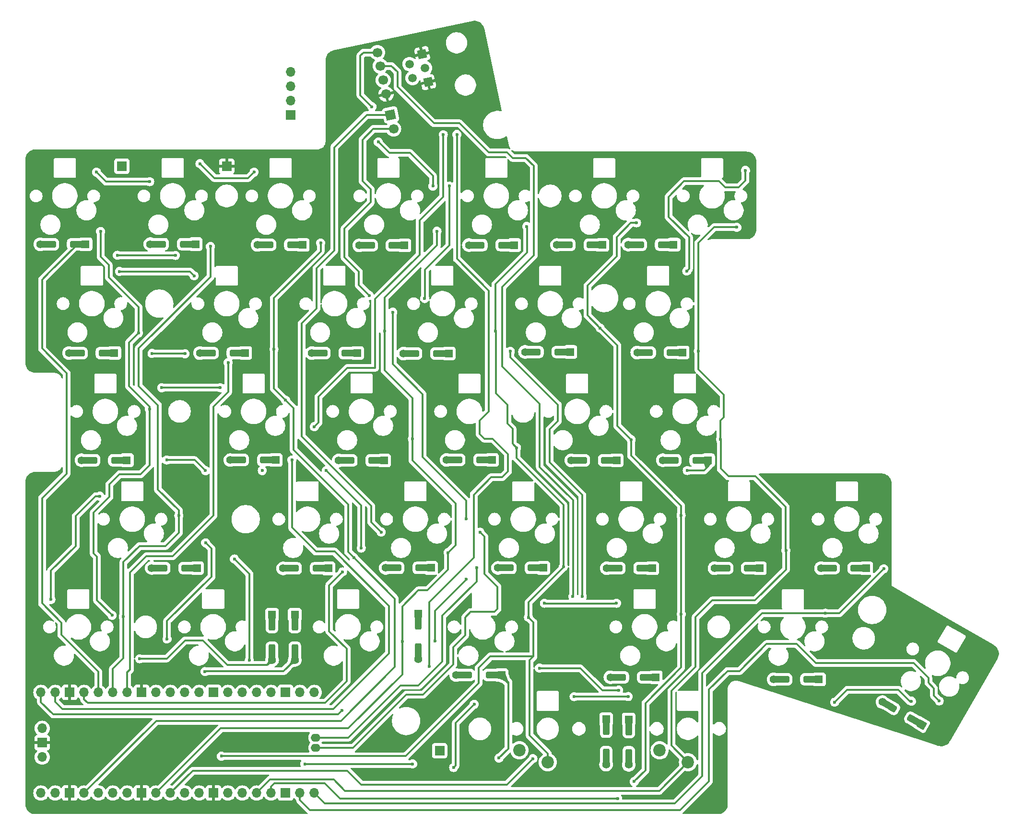
<source format=gbr>
%TF.GenerationSoftware,KiCad,Pcbnew,8.0.7*%
%TF.CreationDate,2025-08-07T21:50:34+02:00*%
%TF.ProjectId,pcb_keyboard_sx_rj11,7063625f-6b65-4796-926f-6172645f7378,rev?*%
%TF.SameCoordinates,Original*%
%TF.FileFunction,Copper,L1,Top*%
%TF.FilePolarity,Positive*%
%FSLAX46Y46*%
G04 Gerber Fmt 4.6, Leading zero omitted, Abs format (unit mm)*
G04 Created by KiCad (PCBNEW 8.0.7) date 2025-08-07 21:50:34*
%MOMM*%
%LPD*%
G01*
G04 APERTURE LIST*
G04 Aperture macros list*
%AMRoundRect*
0 Rectangle with rounded corners*
0 $1 Rounding radius*
0 $2 $3 $4 $5 $6 $7 $8 $9 X,Y pos of 4 corners*
0 Add a 4 corners polygon primitive as box body*
4,1,4,$2,$3,$4,$5,$6,$7,$8,$9,$2,$3,0*
0 Add four circle primitives for the rounded corners*
1,1,$1+$1,$2,$3*
1,1,$1+$1,$4,$5*
1,1,$1+$1,$6,$7*
1,1,$1+$1,$8,$9*
0 Add four rect primitives between the rounded corners*
20,1,$1+$1,$2,$3,$4,$5,0*
20,1,$1+$1,$4,$5,$6,$7,0*
20,1,$1+$1,$6,$7,$8,$9,0*
20,1,$1+$1,$8,$9,$2,$3,0*%
%AMHorizOval*
0 Thick line with rounded ends*
0 $1 width*
0 $2 $3 position (X,Y) of the first rounded end (center of the circle)*
0 $4 $5 position (X,Y) of the second rounded end (center of the circle)*
0 Add line between two ends*
20,1,$1,$2,$3,$4,$5,0*
0 Add two circle primitives to create the rounded ends*
1,1,$1,$2,$3*
1,1,$1,$4,$5*%
%AMRotRect*
0 Rectangle, with rotation*
0 The origin of the aperture is its center*
0 $1 length*
0 $2 width*
0 $3 Rotation angle, in degrees counterclockwise*
0 Add horizontal line*
21,1,$1,$2,0,0,$3*%
G04 Aperture macros list end*
%TA.AperFunction,ComponentPad*%
%ADD10RotRect,1.520000X1.520000X101.899000*%
%TD*%
%TA.AperFunction,ComponentPad*%
%ADD11C,1.520000*%
%TD*%
%TA.AperFunction,ComponentPad*%
%ADD12R,1.700000X1.700000*%
%TD*%
%TA.AperFunction,ComponentPad*%
%ADD13O,1.700000X1.700000*%
%TD*%
%TA.AperFunction,ComponentPad*%
%ADD14C,2.200000*%
%TD*%
%TA.AperFunction,ComponentPad*%
%ADD15R,1.400000X1.400000*%
%TD*%
%TA.AperFunction,SMDPad,CuDef*%
%ADD16R,1.600000X1.200000*%
%TD*%
%TA.AperFunction,SMDPad,CuDef*%
%ADD17RoundRect,0.300000X0.450000X0.300000X-0.450000X0.300000X-0.450000X-0.300000X0.450000X-0.300000X0*%
%TD*%
%TA.AperFunction,SMDPad,CuDef*%
%ADD18RoundRect,0.300000X0.400000X0.300000X-0.400000X0.300000X-0.400000X-0.300000X0.400000X-0.300000X0*%
%TD*%
%TA.AperFunction,SMDPad,CuDef*%
%ADD19R,2.120000X1.200000*%
%TD*%
%TA.AperFunction,ComponentPad*%
%ADD20C,1.400000*%
%TD*%
%TA.AperFunction,SMDPad,CuDef*%
%ADD21R,2.140000X1.200000*%
%TD*%
%TA.AperFunction,ComponentPad*%
%ADD22O,1.700000X1.400000*%
%TD*%
%TA.AperFunction,ComponentPad*%
%ADD23RotRect,1.400000X1.400000X150.000000*%
%TD*%
%TA.AperFunction,SMDPad,CuDef*%
%ADD24RotRect,1.600000X1.200000X150.000000*%
%TD*%
%TA.AperFunction,SMDPad,CuDef*%
%ADD25RoundRect,0.300000X0.496410X0.059808X-0.196410X0.459808X-0.496410X-0.059808X0.196410X-0.459808X0*%
%TD*%
%TA.AperFunction,SMDPad,CuDef*%
%ADD26RotRect,2.140000X1.200000X150.000000*%
%TD*%
%TA.AperFunction,ComponentPad*%
%ADD27RotRect,1.700000X1.700000X191.899000*%
%TD*%
%TA.AperFunction,ComponentPad*%
%ADD28HorizOval,1.700000X0.000000X0.000000X0.000000X0.000000X0*%
%TD*%
%TA.AperFunction,SMDPad,CuDef*%
%ADD29R,1.200000X1.600000*%
%TD*%
%TA.AperFunction,SMDPad,CuDef*%
%ADD30RoundRect,0.300000X-0.300000X0.400000X-0.300000X-0.400000X0.300000X-0.400000X0.300000X0.400000X0*%
%TD*%
%TA.AperFunction,SMDPad,CuDef*%
%ADD31R,1.200000X2.140000*%
%TD*%
%TA.AperFunction,ViaPad*%
%ADD32C,0.600000*%
%TD*%
%TA.AperFunction,Conductor*%
%ADD33C,0.350000*%
%TD*%
%TA.AperFunction,Conductor*%
%ADD34C,0.300000*%
%TD*%
G04 APERTURE END LIST*
D10*
%TO.P,J1,1*%
%TO.N,GND*%
X94820093Y-26910781D03*
X93772663Y-21939937D03*
D11*
%TO.P,J1,2*%
%TO.N,TX*%
X92072816Y-26191785D03*
%TO.P,J1,3*%
%TO.N,RX*%
X94296379Y-24425357D03*
%TO.P,J1,4*%
%TO.N,+5V*%
X91549100Y-23706363D03*
%TD*%
D12*
%TO.P,J2,1,GND*%
%TO.N,unconnected-(J2-GND-Pad1)*%
X70524000Y-32677000D03*
D13*
%TO.P,J2,2,VCC*%
%TO.N,unconnected-(J2-VCC-Pad2)*%
X70524000Y-30137000D03*
%TO.P,J2,3,SCL*%
%TO.N,unconnected-(J2-SCL-Pad3)*%
X70524000Y-27597000D03*
%TO.P,J2,4,SDA*%
%TO.N,unconnected-(J2-SDA-Pad4)*%
X70524000Y-25057000D03*
%TD*%
D14*
%TO.P,S29,1,1*%
%TO.N,Col 6*%
X140699000Y-147102000D03*
%TO.P,S29,2,2*%
%TO.N,Net-(D29-A)*%
X135699000Y-145002000D03*
%TD*%
%TO.P,S20,1,1*%
%TO.N,Col 4*%
X115949000Y-147102000D03*
%TO.P,S20,2,2*%
%TO.N,Net-(D20-A)*%
X110949000Y-145002000D03*
%TD*%
D12*
%TO.P,TP3,1,1*%
%TO.N,LED 3.3V*%
X96859000Y-145062000D03*
%TD*%
D15*
%TO.P,D6,1,K*%
%TO.N,Row 0*%
X53774000Y-55537000D03*
D16*
X52474000Y-55537000D03*
D17*
X51724000Y-55537000D03*
D18*
%TO.P,D6,2,A*%
%TO.N,Net-(D6-A)*%
X47874000Y-55537000D03*
D19*
X46814000Y-55537000D03*
D20*
X45774000Y-55537000D03*
%TD*%
D12*
%TO.P,TP1,1,1*%
%TO.N,+5V*%
X40774000Y-41757000D03*
%TD*%
%TO.P,TP2,1,1*%
%TO.N,GND*%
X59274000Y-41757000D03*
%TD*%
D15*
%TO.P,D12,1,K*%
%TO.N,Row 1*%
X82314000Y-74787000D03*
D16*
X81064000Y-74787000D03*
D18*
X80214000Y-74787000D03*
%TO.P,D12,2,A*%
%TO.N,Net-(D12-A)*%
X76414000Y-74787000D03*
D21*
X75344000Y-74787000D03*
D20*
X74314000Y-74787000D03*
%TD*%
D15*
%TO.P,D33,1,K*%
%TO.N,Row 4*%
X163814000Y-132467000D03*
D16*
X162564000Y-132467000D03*
D18*
X161714000Y-132467000D03*
%TO.P,D33,2,A*%
%TO.N,Net-(D33-A)*%
X157914000Y-132467000D03*
D21*
X156844000Y-132467000D03*
D20*
X155814000Y-132467000D03*
%TD*%
D13*
%TO.P,U2,1,GPIO0*%
%TO.N,Col 7*%
X74734000Y-152547000D03*
%TO.P,U2,2,GPIO1*%
%TO.N,Col 8*%
X72194000Y-152547000D03*
D12*
%TO.P,U2,3,GND*%
%TO.N,unconnected-(U2-GND-Pad3)_1*%
X69654000Y-152547000D03*
D13*
%TO.P,U2,4,GPIO2*%
%TO.N,Col 5*%
X67114000Y-152547000D03*
%TO.P,U2,5,GPIO3*%
%TO.N,Col 6*%
X64574000Y-152547000D03*
%TO.P,U2,6,GPIO4*%
%TO.N,Row 4*%
X62034000Y-152547000D03*
%TO.P,U2,7,GPIO5*%
%TO.N,unconnected-(U2-GPIO5-Pad7)_1*%
X59494000Y-152547000D03*
D12*
%TO.P,U2,8,GND*%
%TO.N,GND*%
X56954000Y-152547000D03*
D13*
%TO.P,U2,9,GPIO6*%
%TO.N,SDA*%
X54414000Y-152547000D03*
%TO.P,U2,10,GPIO7*%
%TO.N,SCL*%
X51874000Y-152547000D03*
%TO.P,U2,11,GPIO8*%
%TO.N,Row 5*%
X49334000Y-152547000D03*
%TO.P,U2,12,GPIO9*%
%TO.N,Col 3*%
X46794000Y-152547000D03*
D12*
%TO.P,U2,13,GND*%
%TO.N,GND*%
X44254000Y-152547000D03*
D13*
%TO.P,U2,14,GPIO10*%
%TO.N,LED 3.3V*%
X41714000Y-152547000D03*
%TO.P,U2,15,GPIO11*%
%TO.N,Col 4*%
X39174000Y-152547000D03*
%TO.P,U2,16,GPIO12*%
%TO.N,Row 3*%
X36634000Y-152547000D03*
%TO.P,U2,17,GPIO13*%
%TO.N,Col 2*%
X34094000Y-152547000D03*
D12*
%TO.P,U2,18,GND*%
%TO.N,GND*%
X31554000Y-152547000D03*
D13*
%TO.P,U2,19,GPIO14*%
%TO.N,unconnected-(U2-GPIO14-Pad19)*%
X29014000Y-152547000D03*
%TO.P,U2,20,GPIO15*%
%TO.N,unconnected-(U2-GPIO15-Pad20)*%
X26474000Y-152547000D03*
%TO.P,U2,21,GPIO16*%
%TO.N,RX*%
X26474000Y-134767000D03*
%TO.P,U2,22,GPIO17*%
%TO.N,TX*%
X29014000Y-134767000D03*
D12*
%TO.P,U2,23,GND*%
%TO.N,GND*%
X31554000Y-134767000D03*
D13*
%TO.P,U2,24,GPIO18*%
%TO.N,Row 2*%
X34094000Y-134767000D03*
%TO.P,U2,25,GPIO19*%
%TO.N,Row 0*%
X36634000Y-134767000D03*
%TO.P,U2,26,GPIO20*%
%TO.N,Col 1*%
X39174000Y-134767000D03*
%TO.P,U2,27,GPIO21*%
%TO.N,Row 1*%
X41714000Y-134767000D03*
D12*
%TO.P,U2,28,GND*%
%TO.N,GND*%
X44254000Y-134767000D03*
D13*
%TO.P,U2,29,GPIO22*%
%TO.N,Col 0*%
X46794000Y-134767000D03*
%TO.P,U2,30,RUN*%
%TO.N,unconnected-(U2-RUN-Pad30)*%
X49334000Y-134767000D03*
%TO.P,U2,31,GPIO26_ADC0*%
%TO.N,SPLIT_HAND_PIN*%
X51874000Y-134767000D03*
%TO.P,U2,32,GPIO27_ADC1*%
%TO.N,unconnected-(U2-GPIO27_ADC1-Pad32)_1*%
X54414000Y-134767000D03*
D12*
%TO.P,U2,33,AGND*%
%TO.N,unconnected-(U2-AGND-Pad33)*%
X56954000Y-134767000D03*
D13*
%TO.P,U2,34,GPIO28_ADC2*%
%TO.N,unconnected-(U2-GPIO28_ADC2-Pad34)_1*%
X59494000Y-134767000D03*
%TO.P,U2,35,ADC_VREF*%
%TO.N,unconnected-(U2-ADC_VREF-Pad35)_1*%
X62034000Y-134767000D03*
%TO.P,U2,36,3V3*%
%TO.N,+3.3V*%
X64574000Y-134767000D03*
%TO.P,U2,37,3V3_EN*%
%TO.N,unconnected-(U2-3V3_EN-Pad37)_1*%
X67114000Y-134767000D03*
D12*
%TO.P,U2,38,GND*%
%TO.N,unconnected-(U2-GND-Pad38)*%
X69654000Y-134767000D03*
D13*
%TO.P,U2,39,VSYS*%
%TO.N,+5V*%
X72194000Y-134767000D03*
%TO.P,U2,40,VBUS*%
%TO.N,unconnected-(U2-VBUS-Pad40)*%
X74734000Y-134767000D03*
%TO.P,U2,41,SWCLK*%
%TO.N,unconnected-(U2-SWCLK-Pad41)_1*%
X26704000Y-146197000D03*
D12*
%TO.P,U2,42,GND*%
%TO.N,GND*%
X26704000Y-143657000D03*
D13*
%TO.P,U2,43,SWDIO*%
%TO.N,unconnected-(U2-SWDIO-Pad43)_1*%
X26704000Y-141117000D03*
D22*
%TO.P,U2,44,data+*%
%TO.N,Data+*%
X75004000Y-144557000D03*
%TO.P,U2,45,data-*%
%TO.N,Data-*%
X75004000Y-142757000D03*
%TD*%
D15*
%TO.P,D16,1,K*%
%TO.N,Row 3*%
X95344000Y-112767000D03*
D16*
X94094000Y-112767000D03*
D18*
X93244000Y-112767000D03*
%TO.P,D16,2,A*%
%TO.N,Net-(D16-A)*%
X89444000Y-112767000D03*
D21*
X88374000Y-112767000D03*
D20*
X87344000Y-112767000D03*
%TD*%
D15*
%TO.P,D15,1,K*%
%TO.N,Row 0*%
X90651500Y-55768250D03*
D16*
X89401500Y-55768250D03*
D18*
X88551500Y-55768250D03*
%TO.P,D15,2,A*%
%TO.N,Net-(D15-A)*%
X84751500Y-55768250D03*
D21*
X83681500Y-55768250D03*
D20*
X82651500Y-55768250D03*
%TD*%
D15*
%TO.P,D28,1,K*%
%TO.N,Row 1*%
X139734000Y-74697000D03*
D16*
X138484000Y-74697000D03*
D18*
X137634000Y-74697000D03*
%TO.P,D28,2,A*%
%TO.N,Net-(D28-A)*%
X133834000Y-74697000D03*
D21*
X132764000Y-74697000D03*
D20*
X131734000Y-74697000D03*
%TD*%
D15*
%TO.P,D9,1,K*%
%TO.N,Row 2*%
X67904000Y-93697000D03*
D16*
X66654000Y-93697000D03*
D18*
X65804000Y-93697000D03*
%TO.P,D9,2,A*%
%TO.N,Net-(D9-A)*%
X62004000Y-93697000D03*
D21*
X60934000Y-93697000D03*
D20*
X59904000Y-93697000D03*
%TD*%
D15*
%TO.P,D30,1,K*%
%TO.N,Row 2*%
X144251500Y-93728250D03*
D16*
X143001500Y-93728250D03*
D18*
X142151500Y-93728250D03*
%TO.P,D30,2,A*%
%TO.N,Net-(D30-A)*%
X138351500Y-93728250D03*
D21*
X137281500Y-93728250D03*
D20*
X136251500Y-93728250D03*
%TD*%
D15*
%TO.P,D3,1,K*%
%TO.N,Row 2*%
X41644000Y-93727000D03*
D16*
X40394000Y-93727000D03*
D18*
X39544000Y-93727000D03*
%TO.P,D3,2,A*%
%TO.N,Net-(D3-A)*%
X35744000Y-93727000D03*
D21*
X34674000Y-93727000D03*
D20*
X33644000Y-93727000D03*
%TD*%
D15*
%TO.P,D27,1,K*%
%TO.N,Row 3*%
X134364000Y-112817000D03*
D16*
X133114000Y-112817000D03*
D18*
X132264000Y-112817000D03*
%TO.P,D27,2,A*%
%TO.N,Net-(D27-A)*%
X128464000Y-112817000D03*
D21*
X127394000Y-112817000D03*
D20*
X126364000Y-112817000D03*
%TD*%
D15*
%TO.P,D11,1,K*%
%TO.N,Row 3*%
X77244000Y-112847000D03*
D16*
X75994000Y-112847000D03*
D18*
X75144000Y-112847000D03*
%TO.P,D11,2,A*%
%TO.N,Net-(D11-A)*%
X71344000Y-112847000D03*
D21*
X70274000Y-112847000D03*
D20*
X69244000Y-112847000D03*
%TD*%
D15*
%TO.P,D2,1,K*%
%TO.N,Row 1*%
X39431500Y-74788250D03*
D16*
X38181500Y-74788250D03*
D18*
X37331500Y-74788250D03*
%TO.P,D2,2,A*%
%TO.N,Net-(D2-A)*%
X33531500Y-74788250D03*
D21*
X32461500Y-74788250D03*
D20*
X31431500Y-74788250D03*
%TD*%
D23*
%TO.P,D35,1,K*%
%TO.N,Row 4*%
X181958102Y-140457000D03*
D24*
X180875570Y-139832000D03*
D25*
X180139448Y-139407000D03*
%TO.P,D35,2,A*%
%TO.N,Net-(D35-A)*%
X176848552Y-137507000D03*
D26*
X175921905Y-136972000D03*
D20*
X175029898Y-136457000D03*
%TD*%
D15*
%TO.P,D22,1,K*%
%TO.N,Row 3*%
X115151500Y-112768250D03*
D16*
X113901500Y-112768250D03*
D18*
X113051500Y-112768250D03*
%TO.P,D22,2,A*%
%TO.N,Net-(D22-A)*%
X109251500Y-112768250D03*
D21*
X108181500Y-112768250D03*
D20*
X107151500Y-112768250D03*
%TD*%
D15*
%TO.P,D18,1,K*%
%TO.N,Row 2*%
X106114000Y-93677000D03*
D16*
X104864000Y-93677000D03*
D18*
X104014000Y-93677000D03*
%TO.P,D18,2,A*%
%TO.N,Net-(D18-A)*%
X100214000Y-93677000D03*
D21*
X99144000Y-93677000D03*
D20*
X98114000Y-93677000D03*
%TD*%
D15*
%TO.P,D26,1,K*%
%TO.N,Row 4*%
X135001500Y-132088250D03*
D16*
X133751500Y-132088250D03*
D18*
X132901500Y-132088250D03*
%TO.P,D26,2,A*%
%TO.N,Net-(D26-A)*%
X129101500Y-132088250D03*
D21*
X128031500Y-132088250D03*
D20*
X127001500Y-132088250D03*
%TD*%
D27*
%TO.P,J4,1,Pin_1*%
%TO.N,Data-*%
X88204000Y-32687000D03*
D28*
%TO.P,J4,2,Pin_2*%
%TO.N,Data+*%
X88727715Y-35172422D03*
%TD*%
D15*
%TO.P,D14,1,K*%
%TO.N,Row 2*%
X87064000Y-93767000D03*
D16*
X85814000Y-93767000D03*
D18*
X84964000Y-93767000D03*
%TO.P,D14,2,A*%
%TO.N,Net-(D14-A)*%
X81164000Y-93767000D03*
D21*
X80094000Y-93767000D03*
D20*
X79064000Y-93767000D03*
%TD*%
D15*
%TO.P,D17,1,K*%
%TO.N,Row 1*%
X98494000Y-74877000D03*
D16*
X97244000Y-74877000D03*
D18*
X96394000Y-74877000D03*
%TO.P,D17,2,A*%
%TO.N,Net-(D17-A)*%
X92594000Y-74877000D03*
D21*
X91524000Y-74877000D03*
D20*
X90494000Y-74877000D03*
%TD*%
D15*
%TO.P,D32,1,K*%
%TO.N,Row 3*%
X153384000Y-112817000D03*
D16*
X152134000Y-112817000D03*
D18*
X151284000Y-112817000D03*
%TO.P,D32,2,A*%
%TO.N,Net-(D32-A)*%
X147484000Y-112817000D03*
D21*
X146414000Y-112817000D03*
D20*
X145384000Y-112817000D03*
%TD*%
D28*
%TO.P,J3,1,Pin_1*%
%TO.N,SDA*%
X85872101Y-21674435D03*
%TO.P,J3,2,Pin_2*%
%TO.N,SCL*%
X86375197Y-24062006D03*
%TO.P,J3,3,Pin_3*%
%TO.N,+5V*%
X86898913Y-26547428D03*
%TO.P,J3,4,Pin_4*%
%TO.N,GND*%
X87422628Y-29032850D03*
%TD*%
D15*
%TO.P,D1,1,K*%
%TO.N,Row 0*%
X34354000Y-55567000D03*
D16*
X33104000Y-55567000D03*
D18*
X32254000Y-55567000D03*
%TO.P,D1,2,A*%
%TO.N,Net-(D1-A)*%
X28454000Y-55567000D03*
D21*
X27384000Y-55567000D03*
D20*
X26354000Y-55567000D03*
%TD*%
D15*
%TO.P,D8,1,K*%
%TO.N,Row 1*%
X62544000Y-74787000D03*
D16*
X61294000Y-74787000D03*
D18*
X60444000Y-74787000D03*
%TO.P,D8,2,A*%
%TO.N,Net-(D8-A)*%
X56644000Y-74787000D03*
D21*
X55574000Y-74787000D03*
D20*
X54544000Y-74787000D03*
%TD*%
D15*
%TO.P,D13,1,K*%
%TO.N,Row 4*%
X93054000Y-120887000D03*
D29*
X93054000Y-122137000D03*
D30*
X93054000Y-122987000D03*
%TO.P,D13,2,A*%
%TO.N,Net-(D13-A)*%
X93054000Y-126787000D03*
D31*
X93054000Y-127857000D03*
D20*
X93054000Y-128887000D03*
%TD*%
D15*
%TO.P,D7,1,K*%
%TO.N,Row 4*%
X71285250Y-121039500D03*
D29*
X71285250Y-122289500D03*
D30*
X71285250Y-123139500D03*
%TO.P,D7,2,A*%
%TO.N,Net-(D7-A)*%
X71285250Y-126939500D03*
D31*
X71285250Y-128009500D03*
D20*
X71285250Y-129039500D03*
%TD*%
D15*
%TO.P,D24,1,K*%
%TO.N,Row 2*%
X128094000Y-93757000D03*
D16*
X126844000Y-93757000D03*
D18*
X125994000Y-93757000D03*
%TO.P,D24,2,A*%
%TO.N,Net-(D24-A)*%
X122194000Y-93757000D03*
D21*
X121124000Y-93757000D03*
D20*
X120094000Y-93757000D03*
%TD*%
D15*
%TO.P,D4,1,K*%
%TO.N,Row 4*%
X67285250Y-121039500D03*
D29*
X67285250Y-122289500D03*
D30*
X67285250Y-123139500D03*
%TO.P,D4,2,A*%
%TO.N,Net-(D4-A)*%
X67285250Y-126939500D03*
D31*
X67285250Y-128009500D03*
D20*
X67285250Y-129039500D03*
%TD*%
D15*
%TO.P,D25,1,K*%
%TO.N,Row 0*%
X125564000Y-55687000D03*
D16*
X124314000Y-55687000D03*
D18*
X123464000Y-55687000D03*
%TO.P,D25,2,A*%
%TO.N,Net-(D25-A)*%
X119664000Y-55687000D03*
D21*
X118594000Y-55687000D03*
D20*
X117564000Y-55687000D03*
%TD*%
D15*
%TO.P,D29,1,K*%
%TO.N,Row 5*%
X130244000Y-139557000D03*
D29*
X130244000Y-140807000D03*
D30*
X130244000Y-141657000D03*
%TO.P,D29,2,A*%
%TO.N,Net-(D29-A)*%
X130244000Y-145457000D03*
D31*
X130244000Y-146527000D03*
D20*
X130244000Y-147557000D03*
%TD*%
D15*
%TO.P,D23,1,K*%
%TO.N,Row 1*%
X119934000Y-74597000D03*
D16*
X118684000Y-74597000D03*
D18*
X117834000Y-74597000D03*
%TO.P,D23,2,A*%
%TO.N,Net-(D23-A)*%
X114034000Y-74597000D03*
D21*
X112964000Y-74597000D03*
D20*
X111934000Y-74597000D03*
%TD*%
D15*
%TO.P,D5,1,K*%
%TO.N,Row 3*%
X54044000Y-112787000D03*
D16*
X52794000Y-112787000D03*
D18*
X51944000Y-112787000D03*
%TO.P,D5,2,A*%
%TO.N,Net-(D5-A)*%
X48144000Y-112787000D03*
D21*
X47074000Y-112787000D03*
D20*
X46044000Y-112787000D03*
%TD*%
D15*
%TO.P,D21,1,K*%
%TO.N,Row 4*%
X107774000Y-131697000D03*
D16*
X106524000Y-131697000D03*
D18*
X105674000Y-131697000D03*
%TO.P,D21,2,A*%
%TO.N,Net-(D21-A)*%
X101874000Y-131697000D03*
D21*
X100804000Y-131697000D03*
D20*
X99774000Y-131697000D03*
%TD*%
D15*
%TO.P,D20,1,K*%
%TO.N,Row 5*%
X126244000Y-139517000D03*
D29*
X126244000Y-140767000D03*
D30*
X126244000Y-141617000D03*
%TO.P,D20,2,A*%
%TO.N,Net-(D20-A)*%
X126244000Y-145417000D03*
D31*
X126244000Y-146487000D03*
D20*
X126244000Y-147517000D03*
%TD*%
D15*
%TO.P,D31,1,K*%
%TO.N,Row 0*%
X138161500Y-55628250D03*
D16*
X136911500Y-55628250D03*
D18*
X136061500Y-55628250D03*
%TO.P,D31,2,A*%
%TO.N,Net-(D31-A)*%
X132261500Y-55628250D03*
D21*
X131191500Y-55628250D03*
D20*
X130161500Y-55628250D03*
%TD*%
D15*
%TO.P,D19,1,K*%
%TO.N,Row 0*%
X110024000Y-55707000D03*
D16*
X108774000Y-55707000D03*
D18*
X107924000Y-55707000D03*
%TO.P,D19,2,A*%
%TO.N,Net-(D19-A)*%
X104124000Y-55707000D03*
D21*
X103054000Y-55707000D03*
D20*
X102024000Y-55707000D03*
%TD*%
D15*
%TO.P,D34,1,K*%
%TO.N,Row 3*%
X172181500Y-112818250D03*
D16*
X170931500Y-112818250D03*
D18*
X170081500Y-112818250D03*
%TO.P,D34,2,A*%
%TO.N,Net-(D34-A)*%
X166281500Y-112818250D03*
D21*
X165211500Y-112818250D03*
D20*
X164181500Y-112818250D03*
%TD*%
D15*
%TO.P,D10,1,K*%
%TO.N,Row 0*%
X72704000Y-55667000D03*
D16*
X71454000Y-55667000D03*
D18*
X70604000Y-55667000D03*
%TO.P,D10,2,A*%
%TO.N,Net-(D10-A)*%
X66804000Y-55667000D03*
D21*
X65734000Y-55667000D03*
D20*
X64704000Y-55667000D03*
%TD*%
D32*
%TO.N,Col 7*%
X175264000Y-112917000D03*
X164934000Y-120767000D03*
%TO.N,Net-(D4-A)*%
X43919000Y-128827000D03*
%TO.N,Net-(D7-A)*%
X55444000Y-131092000D03*
%TO.N,Col 0*%
X45644000Y-84702000D03*
X43704000Y-71237000D03*
X37009000Y-53292000D03*
X39049000Y-121142000D03*
%TO.N,Col 1*%
X50824000Y-103537000D03*
X41014000Y-121337000D03*
X56394000Y-55957000D03*
%TO.N,Col 2*%
X81719000Y-110952000D03*
X69664000Y-83127000D03*
X75854000Y-55342000D03*
X67604000Y-74117000D03*
%TO.N,Col 3*%
X87144000Y-70867000D03*
X90284000Y-125757000D03*
X92054000Y-89979500D03*
X96394000Y-53257000D03*
X98344000Y-110067000D03*
%TO.N,Col 4*%
X58329000Y-146037000D03*
X112544000Y-121497000D03*
X106744000Y-70917000D03*
X112234000Y-52417000D03*
X110434000Y-91527000D03*
X118714000Y-112542000D03*
%TO.N,Col 5*%
X128279000Y-153502000D03*
X131214000Y-150527000D03*
X139504000Y-120967000D03*
X125189000Y-70372000D03*
X139484000Y-103457000D03*
X131614000Y-51777000D03*
X130671500Y-90089500D03*
%TO.N,Col 6*%
X146429000Y-90062000D03*
X149324000Y-52567000D03*
X142514000Y-74432000D03*
X157994000Y-109677000D03*
%TO.N,Col 8*%
X185044000Y-136282269D03*
%TO.N,GND*%
X96904000Y-82667000D03*
X140829000Y-62902000D03*
X61009000Y-55602000D03*
X81929000Y-131952000D03*
X49974000Y-90127000D03*
X79414000Y-70607000D03*
X88589000Y-144845000D03*
X101544000Y-41277000D03*
X90984000Y-45347000D03*
X52934000Y-120807000D03*
X94889000Y-55212000D03*
X164054000Y-135137000D03*
X47339000Y-126462000D03*
X88554000Y-82857000D03*
X131734000Y-84447000D03*
X86304000Y-100067000D03*
X142204000Y-117577000D03*
X90239000Y-117252000D03*
X105814000Y-61587000D03*
X33414000Y-76967000D03*
X141574000Y-111797000D03*
X123389000Y-74352000D03*
X84244000Y-61917000D03*
X99809000Y-121052000D03*
X145624000Y-152377000D03*
X86904000Y-58937000D03*
X33709000Y-99422000D03*
X110304000Y-67767000D03*
X113684000Y-109877000D03*
X139219000Y-151402000D03*
X136939000Y-131012000D03*
X41624000Y-61837000D03*
X124794000Y-58447000D03*
X105194000Y-100127000D03*
X183974000Y-141787000D03*
X25059000Y-44082000D03*
X130479000Y-44542000D03*
X65064000Y-61947000D03*
X41074000Y-83517000D03*
X61239000Y-83082000D03*
X61199000Y-120502000D03*
X150679000Y-120912000D03*
X53714000Y-44847000D03*
X69614000Y-66047000D03*
X184569000Y-126752000D03*
X62684000Y-96887000D03*
X136199000Y-41412000D03*
X164924000Y-118967000D03*
X115824000Y-79327000D03*
X93374000Y-79547000D03*
X131489000Y-79262000D03*
X104654000Y-127477000D03*
X136129000Y-44956000D03*
X124334000Y-99977000D03*
X76664000Y-103037000D03*
X51844000Y-99817000D03*
X150939000Y-40852000D03*
X111434000Y-135557000D03*
X169984000Y-131307000D03*
X26954000Y-57877000D03*
X178704000Y-122867000D03*
X75484000Y-79347000D03*
X120804000Y-132097000D03*
X127429000Y-125322000D03*
X107209000Y-58962000D03*
X112234000Y-91197000D03*
X57045250Y-129249500D03*
X74594000Y-93737000D03*
X115594000Y-87057000D03*
X89759000Y-149332000D03*
X45864000Y-103107000D03*
X140864000Y-144547000D03*
X70829000Y-117642000D03*
X190784000Y-131197000D03*
X25334000Y-97917000D03*
X121234000Y-62007000D03*
X74414000Y-85187000D03*
X79539000Y-49082000D03*
X92654000Y-110377000D03*
X58484000Y-99627000D03*
X120374000Y-41377000D03*
X111364000Y-43977000D03*
X160544000Y-104717000D03*
X101254000Y-97047000D03*
X85689000Y-143182000D03*
X119084000Y-146687000D03*
X49659000Y-144472000D03*
X81889000Y-41372000D03*
X150664000Y-128147000D03*
X49534000Y-114637000D03*
X163844000Y-98197000D03*
X160404000Y-99967000D03*
X139414000Y-97067000D03*
X146494000Y-136317000D03*
X84134000Y-106387000D03*
X87044000Y-102577000D03*
X84284000Y-97017000D03*
X85519000Y-120022000D03*
X47469000Y-117642000D03*
X140979000Y-99902000D03*
X70999000Y-144242000D03*
%TO.N,Net-(LED1-DIN)*%
X45674000Y-44497000D03*
X36284000Y-42827000D03*
%TO.N,Net-(LED2-DOUT)*%
X53534000Y-61147000D03*
X40354000Y-60368000D03*
%TO.N,Net-(LED3-DIN)*%
X47792750Y-80927000D03*
X58119000Y-80908000D03*
%TO.N,Net-(LED10-DOUT)*%
X54544000Y-41328000D03*
X64104000Y-42817000D03*
%TO.N,Net-(LED4-DOUT)*%
X36894000Y-100087000D03*
X28244000Y-118337000D03*
%TO.N,Net-(LED28-DOUT)*%
X150844000Y-42517000D03*
X140494000Y-60287000D03*
%TO.N,Net-(LED20-DOUT)*%
X120594000Y-135513000D03*
X130139000Y-135497000D03*
%TO.N,Net-(LED21-DIN)*%
X128084000Y-118998000D03*
X115354000Y-119007000D03*
%TO.N,Row 0*%
X50214000Y-57537000D03*
X39974000Y-57517000D03*
%TO.N,Row 1*%
X51914000Y-74917000D03*
X59529000Y-76477000D03*
X46094000Y-74857000D03*
%TO.N,Row 2*%
X48674000Y-93687000D03*
X83024000Y-109257000D03*
X65554000Y-95559297D03*
X79714000Y-113477000D03*
X76854000Y-95559297D03*
X140574000Y-95547000D03*
X55524000Y-95559297D03*
%TO.N,Row 4*%
X128449000Y-134362000D03*
X114474000Y-130467000D03*
X107314000Y-146377000D03*
%TO.N,Row 3*%
X96004000Y-125647000D03*
X101534000Y-114737000D03*
%TO.N,Row 5*%
X113324000Y-146477000D03*
%TO.N,SCL*%
X120384000Y-117837000D03*
%TO.N,SPLIT_HAND_PIN*%
X48739000Y-125322000D03*
X55554000Y-108327000D03*
%TO.N,Net-(LED29-DOUT)*%
X180154000Y-136317000D03*
X166594000Y-136494703D03*
%TO.N,+3.3V*%
X63265250Y-129097000D03*
X60634000Y-111187000D03*
%TO.N,TX*%
X74744000Y-87807000D03*
X70774000Y-93697000D03*
X97499000Y-36207000D03*
%TO.N,RX*%
X79644000Y-137997000D03*
X99899000Y-36167000D03*
X95024000Y-130197000D03*
%TO.N,SDA*%
X122034000Y-117847000D03*
X86034000Y-37497000D03*
X109334000Y-74477000D03*
X94224000Y-65147000D03*
X95679000Y-45287000D03*
X98594000Y-45287000D03*
X84899000Y-31242000D03*
%TO.N,LED 5V*%
X99339000Y-148042000D03*
X102959000Y-136859500D03*
%TO.N,LED 3.3V*%
X73069000Y-147402000D03*
X92089000Y-147402000D03*
%TO.N,Data-*%
X86544000Y-106427000D03*
X103414000Y-112767000D03*
%TO.N,Data+*%
X84434000Y-64597000D03*
X101534000Y-104097000D03*
X88564000Y-67557000D03*
X103984000Y-106447000D03*
%TD*%
D33*
%TO.N,Col 7*%
X143164000Y-131377000D02*
X143164000Y-149597000D01*
X164934000Y-120767000D02*
X162634000Y-120767000D01*
X143164000Y-149597000D02*
X138364000Y-154397000D01*
X138364000Y-154397000D02*
X76584000Y-154397000D01*
X167414000Y-120767000D02*
X164934000Y-120767000D01*
X175264000Y-112917000D02*
X167414000Y-120767000D01*
X162634000Y-120767000D02*
X162629000Y-120762000D01*
X162629000Y-120762000D02*
X153779000Y-120762000D01*
X76584000Y-154397000D02*
X74734000Y-152547000D01*
X153779000Y-120762000D02*
X143164000Y-131377000D01*
%TO.N,Net-(D4-A)*%
X43949000Y-128797000D02*
X48674000Y-128797000D01*
X59417750Y-129922000D02*
X66402750Y-129922000D01*
X55068375Y-125572625D02*
X59417750Y-129922000D01*
X51898375Y-125572625D02*
X55068375Y-125572625D01*
X43919000Y-128827000D02*
X43949000Y-128797000D01*
X66402750Y-129922000D02*
X67285250Y-129039500D01*
X48674000Y-128797000D02*
X51898375Y-125572625D01*
%TO.N,Net-(D7-A)*%
X69277750Y-131047000D02*
X71285250Y-129039500D01*
X55444000Y-131092000D02*
X55489000Y-131047000D01*
X55489000Y-131047000D02*
X69277750Y-131047000D01*
%TO.N,Col 0*%
X38444000Y-59227000D02*
X38444000Y-61417000D01*
X38564000Y-100227000D02*
X38564000Y-97997000D01*
X43714000Y-71227000D02*
X43704000Y-71237000D01*
X45644000Y-94647000D02*
X45644000Y-84702000D01*
X42016500Y-72924500D02*
X43704000Y-71237000D01*
X35784000Y-110207000D02*
X35784000Y-103007000D01*
X40344000Y-96217000D02*
X44074000Y-96217000D01*
X45644000Y-84702000D02*
X45644000Y-84260273D01*
X39049000Y-121142000D02*
X36394000Y-118487000D01*
X45644000Y-84260273D02*
X42016500Y-80632773D01*
X36394000Y-118487000D02*
X36394000Y-110817000D01*
X38444000Y-61417000D02*
X43714000Y-66687000D01*
X37009000Y-57792000D02*
X38444000Y-59227000D01*
X35784000Y-103007000D02*
X38564000Y-100227000D01*
X36394000Y-110817000D02*
X35784000Y-110207000D01*
X38564000Y-97997000D02*
X40344000Y-96217000D01*
X37009000Y-53292000D02*
X37009000Y-57792000D01*
X43714000Y-66687000D02*
X43714000Y-71227000D01*
X42016500Y-80632773D02*
X42016500Y-72924500D01*
X44074000Y-96217000D02*
X45644000Y-94647000D01*
%TO.N,Col 1*%
X41039000Y-121312000D02*
X41039000Y-111732000D01*
X56414000Y-55977000D02*
X56414000Y-61319500D01*
X43746500Y-80619500D02*
X47144000Y-84017000D01*
X41039000Y-111732000D02*
X43884000Y-108887000D01*
X47144000Y-84017000D02*
X47144000Y-98917000D01*
X41039000Y-121362000D02*
X41039000Y-128752000D01*
X41014000Y-121337000D02*
X41039000Y-121312000D01*
X41014000Y-121337000D02*
X41039000Y-121362000D01*
X43884000Y-108887000D02*
X48464000Y-108887000D01*
X48464000Y-108887000D02*
X50824000Y-106527000D01*
X56414000Y-61319500D02*
X43746500Y-73987000D01*
X41039000Y-128752000D02*
X39174000Y-130617000D01*
X47144000Y-98917000D02*
X50824000Y-102597000D01*
X56394000Y-55957000D02*
X56414000Y-55977000D01*
X50824000Y-106527000D02*
X50824000Y-103537000D01*
X39174000Y-130617000D02*
X39174000Y-134767000D01*
X43746500Y-73987000D02*
X43746500Y-80619500D01*
X50824000Y-102597000D02*
X50824000Y-103537000D01*
%TO.N,Col 2*%
X79454000Y-139787000D02*
X46854000Y-139787000D01*
X75854000Y-56817000D02*
X67604000Y-65067000D01*
X81719000Y-110952000D02*
X88964000Y-118197000D01*
X80724000Y-109957000D02*
X80724000Y-101557000D01*
X71094000Y-91927000D02*
X71094000Y-84557000D01*
X71094000Y-84557000D02*
X69664000Y-83127000D01*
X81719000Y-110952000D02*
X80724000Y-109957000D01*
X88964000Y-118197000D02*
X88964000Y-130277000D01*
X67604000Y-81067000D02*
X67604000Y-74117000D01*
X75854000Y-55342000D02*
X75854000Y-56817000D01*
X67604000Y-65067000D02*
X67604000Y-74117000D01*
X69664000Y-83127000D02*
X67604000Y-81067000D01*
X80724000Y-101557000D02*
X71094000Y-91927000D01*
X88964000Y-130277000D02*
X79454000Y-139787000D01*
X46854000Y-139787000D02*
X34094000Y-152547000D01*
%TO.N,Col 3*%
X99674000Y-101367000D02*
X99674000Y-106697000D01*
X93114000Y-116737000D02*
X90284000Y-119567000D01*
X96394000Y-53257000D02*
X96404000Y-53267000D01*
X99674000Y-106697000D02*
X99694000Y-106717000D01*
X80754000Y-141107000D02*
X58234000Y-141107000D01*
X98344000Y-113087000D02*
X94694000Y-116737000D01*
X98344000Y-110067000D02*
X98344000Y-113087000D01*
X90284000Y-125757000D02*
X90284000Y-131577000D01*
X96404000Y-53267000D02*
X96404000Y-55707000D01*
X92054000Y-89979500D02*
X92054000Y-82767000D01*
X87124000Y-70847000D02*
X87144000Y-70867000D01*
X87164000Y-70887000D02*
X87144000Y-70867000D01*
X87164000Y-77877000D02*
X87164000Y-70887000D01*
X90284000Y-131577000D02*
X80754000Y-141107000D01*
X92074000Y-93767000D02*
X99674000Y-101367000D01*
X99694000Y-106717000D02*
X99694000Y-108717000D01*
X87124000Y-64987000D02*
X87124000Y-70847000D01*
X94694000Y-116737000D02*
X93114000Y-116737000D01*
X96404000Y-55707000D02*
X87124000Y-64987000D01*
X58234000Y-141107000D02*
X46794000Y-152547000D01*
X92054000Y-89979500D02*
X92074000Y-89999500D01*
X92074000Y-89999500D02*
X92074000Y-93767000D01*
X99694000Y-108717000D02*
X98344000Y-110067000D01*
X92054000Y-82767000D02*
X87164000Y-77877000D01*
X90284000Y-119567000D02*
X90284000Y-125757000D01*
%TO.N,Col 4*%
X118714000Y-112542000D02*
X118714000Y-112677000D01*
X113434000Y-128407000D02*
X112764000Y-129077000D01*
X106804000Y-70977000D02*
X106744000Y-70917000D01*
X112544000Y-118847000D02*
X112544000Y-121497000D01*
X106724000Y-70897000D02*
X106744000Y-70917000D01*
X103759000Y-133162000D02*
X103759000Y-130412000D01*
X112764000Y-129077000D02*
X112764000Y-142377000D01*
X118714000Y-112542000D02*
X118714000Y-101647000D01*
X108809000Y-83942000D02*
X106804000Y-81937000D01*
X118714000Y-112677000D02*
X112544000Y-118847000D01*
X103759000Y-130412000D02*
X105764000Y-128407000D01*
X112294000Y-52477000D02*
X112294000Y-57017000D01*
X110434000Y-91527000D02*
X109744000Y-90837000D01*
X113434000Y-122387000D02*
X113434000Y-128407000D01*
X90879000Y-146042000D02*
X103759000Y-133162000D01*
X115949000Y-145562000D02*
X115949000Y-147102000D01*
X106724000Y-62587000D02*
X106724000Y-70897000D01*
X109744000Y-90837000D02*
X109744000Y-88202000D01*
X112234000Y-52417000D02*
X112294000Y-52477000D01*
X112544000Y-121497000D02*
X113434000Y-122387000D01*
X118714000Y-101647000D02*
X110434000Y-93367000D01*
X110434000Y-93367000D02*
X110434000Y-91527000D01*
X105764000Y-128407000D02*
X113434000Y-128407000D01*
X58334000Y-146042000D02*
X90879000Y-146042000D01*
X112294000Y-57017000D02*
X106724000Y-62587000D01*
X109744000Y-88202000D02*
X108809000Y-87267000D01*
X112764000Y-142377000D02*
X115949000Y-145562000D01*
X106804000Y-81937000D02*
X106804000Y-70977000D01*
X58329000Y-146037000D02*
X58334000Y-146042000D01*
X108809000Y-87267000D02*
X108809000Y-83942000D01*
%TO.N,Col 5*%
X128229000Y-87647000D02*
X130671500Y-90089500D01*
X79244000Y-153502000D02*
X76609000Y-150867000D01*
X76609000Y-150867000D02*
X67704000Y-150867000D01*
X139504000Y-103477000D02*
X139504000Y-120967000D01*
X125189000Y-70372000D02*
X122947750Y-68130750D01*
X122947750Y-62873250D02*
X128094000Y-57727000D01*
X139484000Y-101767000D02*
X130671500Y-92954500D01*
X131214000Y-150527000D02*
X133174000Y-148567000D01*
X128094000Y-57727000D02*
X128094000Y-54277000D01*
X125189000Y-70372000D02*
X128229000Y-73412000D01*
X139484000Y-103457000D02*
X139484000Y-101767000D01*
X122947750Y-68130750D02*
X122947750Y-62873250D01*
X133174000Y-136707000D02*
X139504000Y-130377000D01*
X128229000Y-73412000D02*
X128229000Y-87647000D01*
X139484000Y-103457000D02*
X139504000Y-103477000D01*
X130594000Y-51777000D02*
X131614000Y-51777000D01*
X67114000Y-151457000D02*
X67114000Y-152547000D01*
X130671500Y-92954500D02*
X130671500Y-90089500D01*
X128279000Y-153502000D02*
X79244000Y-153502000D01*
X139504000Y-130377000D02*
X139504000Y-120967000D01*
X128094000Y-54277000D02*
X130594000Y-51777000D01*
X67704000Y-150867000D02*
X67114000Y-151457000D01*
X133174000Y-148567000D02*
X133174000Y-136707000D01*
%TO.N,Col 6*%
X146429000Y-90062000D02*
X146429000Y-86752000D01*
X146469000Y-90102000D02*
X146469000Y-95182000D01*
X142514000Y-77677000D02*
X142514000Y-74432000D01*
X135649000Y-152152000D02*
X80129000Y-152152000D01*
X149304000Y-52547000D02*
X149324000Y-52567000D01*
X147878900Y-96591900D02*
X152588900Y-96591900D01*
X157954000Y-101957000D02*
X157954000Y-109637000D01*
X140699000Y-147102000D02*
X137764000Y-144167000D01*
X146429000Y-86752000D02*
X147024000Y-86157000D01*
X66954000Y-150167000D02*
X64574000Y-152547000D01*
X147024000Y-82187000D02*
X142514000Y-77677000D01*
X145294000Y-52547000D02*
X149304000Y-52547000D01*
X78144000Y-150167000D02*
X66954000Y-150167000D01*
X157954000Y-109637000D02*
X157994000Y-109677000D01*
X147024000Y-86157000D02*
X147024000Y-82187000D01*
X80129000Y-152152000D02*
X78144000Y-150167000D01*
X146429000Y-90062000D02*
X146469000Y-90102000D01*
X142044000Y-121437000D02*
X144974000Y-118507000D01*
X142514000Y-55327000D02*
X145294000Y-52547000D01*
X152544000Y-118507000D02*
X157994000Y-113057000D01*
X157994000Y-113057000D02*
X157994000Y-109677000D01*
X146469000Y-95182000D02*
X147878900Y-96591900D01*
X142514000Y-74432000D02*
X142514000Y-55327000D01*
X137764000Y-134497000D02*
X142044000Y-130217000D01*
X144974000Y-118507000D02*
X152544000Y-118507000D01*
X152588900Y-96591900D02*
X157954000Y-101957000D01*
X137764000Y-144167000D02*
X137764000Y-134497000D01*
X142044000Y-130217000D02*
X142044000Y-121437000D01*
X140699000Y-147102000D02*
X135649000Y-152152000D01*
%TO.N,Col 8*%
X183144000Y-132197000D02*
X183144000Y-133077000D01*
X144414000Y-150447000D02*
X144414000Y-134270313D01*
X184114000Y-135352269D02*
X185044000Y-136282269D01*
X144414000Y-134270313D02*
X147707313Y-130977000D01*
X184114000Y-134047000D02*
X184114000Y-135352269D01*
X72194000Y-153757000D02*
X73984000Y-155547000D01*
X73984000Y-155547000D02*
X139314000Y-155547000D01*
X183144000Y-133077000D02*
X184114000Y-134047000D01*
X180534000Y-129587000D02*
X183144000Y-132197000D01*
X72194000Y-152547000D02*
X72194000Y-153757000D01*
X163274000Y-129587000D02*
X180534000Y-129587000D01*
X139314000Y-155547000D02*
X144414000Y-150447000D01*
X159914000Y-126227000D02*
X163274000Y-129587000D01*
X149834000Y-130977000D02*
X154584000Y-126227000D01*
X147707313Y-130977000D02*
X149834000Y-130977000D01*
X154584000Y-126227000D02*
X159914000Y-126227000D01*
%TO.N,Net-(LED1-DIN)*%
X45674000Y-44497000D02*
X43714000Y-44497000D01*
X43704000Y-44487000D02*
X37944000Y-44487000D01*
X43714000Y-44497000D02*
X43704000Y-44487000D01*
X37944000Y-44487000D02*
X36284000Y-42827000D01*
%TO.N,Net-(LED2-DOUT)*%
X53534000Y-61147000D02*
X52764000Y-60377000D01*
X52764000Y-60377000D02*
X40363000Y-60377000D01*
X40363000Y-60377000D02*
X40354000Y-60368000D01*
%TO.N,Net-(LED3-DIN)*%
X47802750Y-80917000D02*
X47792750Y-80927000D01*
X58119000Y-80908000D02*
X58110000Y-80917000D01*
X58110000Y-80917000D02*
X47802750Y-80917000D01*
%TO.N,Net-(LED10-DOUT)*%
X63064000Y-43857000D02*
X64104000Y-42817000D01*
X54544000Y-41328000D02*
X57073000Y-43857000D01*
X57073000Y-43857000D02*
X63064000Y-43857000D01*
%TO.N,Net-(LED4-DOUT)*%
X36894000Y-100087000D02*
X36134000Y-100087000D01*
X28244000Y-113267000D02*
X28244000Y-118337000D01*
X36134000Y-100087000D02*
X32619000Y-103602000D01*
X32619000Y-108892000D02*
X28244000Y-113267000D01*
X32619000Y-103602000D02*
X32619000Y-108892000D01*
%TO.N,Net-(LED28-DOUT)*%
X150844000Y-44347000D02*
X149674000Y-45517000D01*
X140884000Y-59897000D02*
X140494000Y-60287000D01*
X149674000Y-45517000D02*
X147258734Y-45517000D01*
X140024000Y-44407000D02*
X137254000Y-47177000D01*
X137254000Y-50717000D02*
X140884000Y-54347000D01*
X150844000Y-42517000D02*
X150844000Y-44347000D01*
X140884000Y-54347000D02*
X140884000Y-59897000D01*
X147258734Y-45517000D02*
X146148734Y-44407000D01*
X146148734Y-44407000D02*
X140024000Y-44407000D01*
X137254000Y-47177000D02*
X137254000Y-50717000D01*
%TO.N,Net-(LED20-DOUT)*%
X130139000Y-135497000D02*
X120610000Y-135497000D01*
X120610000Y-135497000D02*
X120594000Y-135513000D01*
%TO.N,Net-(LED21-DIN)*%
X115424000Y-119077000D02*
X128005000Y-119077000D01*
X115354000Y-119007000D02*
X115424000Y-119077000D01*
X128005000Y-119077000D02*
X128084000Y-118998000D01*
%TO.N,Row 0*%
X36634000Y-134767000D02*
X36634000Y-131127000D01*
D34*
X39974000Y-57517000D02*
X50194000Y-57517000D01*
X32844000Y-55657000D02*
X27899000Y-60602000D01*
D33*
X26664000Y-73987000D02*
X26664000Y-61837000D01*
X36634000Y-131127000D02*
X30104000Y-124597000D01*
X30104000Y-124597000D02*
X30104000Y-122427000D01*
X31044000Y-78367000D02*
X26664000Y-73987000D01*
X30104000Y-122427000D02*
X26664000Y-118987000D01*
X31044000Y-90327000D02*
X31044000Y-78367000D01*
X26664000Y-100447000D02*
X30984000Y-96127000D01*
X30984000Y-96127000D02*
X30984000Y-90387000D01*
X26664000Y-118987000D02*
X26664000Y-100447000D01*
X30984000Y-90387000D02*
X31044000Y-90327000D01*
D34*
X34414000Y-55657000D02*
X32844000Y-55657000D01*
D33*
X26664000Y-61837000D02*
X27899000Y-60602000D01*
D34*
X50194000Y-57517000D02*
X50214000Y-57537000D01*
%TO.N,Row 1*%
X46124000Y-74887000D02*
X46094000Y-74857000D01*
D33*
X59529000Y-76477000D02*
X59529000Y-81672000D01*
X56964000Y-103477000D02*
X49719000Y-110722000D01*
X45049000Y-110722000D02*
X42209000Y-113562000D01*
D34*
X51914000Y-74917000D02*
X51884000Y-74887000D01*
D33*
X42209000Y-130722000D02*
X41714000Y-131217000D01*
X56964000Y-84237000D02*
X56964000Y-103477000D01*
X42209000Y-113562000D02*
X42209000Y-130722000D01*
X49719000Y-110722000D02*
X45049000Y-110722000D01*
X41714000Y-131217000D02*
X41714000Y-134767000D01*
X59529000Y-81672000D02*
X56964000Y-84237000D01*
D34*
X51884000Y-74887000D02*
X46124000Y-74887000D01*
D33*
%TO.N,Row 2*%
X79714000Y-113477000D02*
X77374000Y-115817000D01*
X76644000Y-136627000D02*
X34724000Y-136627000D01*
D34*
X140574000Y-95547000D02*
X143574000Y-95547000D01*
X53651703Y-93687000D02*
X48674000Y-93687000D01*
X143574000Y-95547000D02*
X144344000Y-94777000D01*
X55524000Y-95559297D02*
X53651703Y-93687000D01*
D33*
X77374000Y-123957000D02*
X80484000Y-127067000D01*
X34094000Y-135997000D02*
X34094000Y-134767000D01*
X76854000Y-95559297D02*
X83024000Y-101729297D01*
D34*
X65514000Y-95599297D02*
X65554000Y-95559297D01*
D33*
X83024000Y-101729297D02*
X83024000Y-109257000D01*
X34724000Y-136627000D02*
X34094000Y-135997000D01*
D34*
X144344000Y-94777000D02*
X144344000Y-93657000D01*
D33*
X77374000Y-115817000D02*
X77374000Y-123957000D01*
X80484000Y-127067000D02*
X80484000Y-132787000D01*
X80484000Y-132787000D02*
X76644000Y-136627000D01*
D34*
%TO.N,Row 4*%
X125589000Y-134362000D02*
X121734000Y-130507000D01*
D33*
X108999000Y-144692000D02*
X108999000Y-132922000D01*
D34*
X114514000Y-130507000D02*
X114474000Y-130467000D01*
D33*
X107314000Y-146377000D02*
X108999000Y-144692000D01*
D34*
X128449000Y-134362000D02*
X125589000Y-134362000D01*
X121734000Y-130507000D02*
X114514000Y-130507000D01*
D33*
X108999000Y-132922000D02*
X107774000Y-131697000D01*
%TO.N,Row 3*%
X96004000Y-125647000D02*
X96004000Y-120347000D01*
X96004000Y-120347000D02*
X101534000Y-114817000D01*
X101534000Y-114817000D02*
X101534000Y-114737000D01*
%TO.N,Row 5*%
X53264000Y-148617000D02*
X80584000Y-148617000D01*
X83039000Y-151072000D02*
X108729000Y-151072000D01*
X108729000Y-151072000D02*
X113324000Y-146477000D01*
X80584000Y-148617000D02*
X83039000Y-151072000D01*
X49334000Y-152547000D02*
X53264000Y-148617000D01*
%TO.N,SCL*%
X88379006Y-24062006D02*
X86375197Y-24062006D01*
X95834000Y-34177000D02*
X89414000Y-27757000D01*
X120414000Y-117807000D02*
X120414000Y-100797000D01*
X89414000Y-25097000D02*
X88379006Y-24062006D01*
X109754000Y-40297000D02*
X108774000Y-39317000D01*
X89414000Y-27757000D02*
X89414000Y-25097000D01*
X107934000Y-77207000D02*
X107934000Y-63077000D01*
X105504000Y-39317000D02*
X100364000Y-34177000D01*
X108774000Y-39317000D02*
X105504000Y-39317000D01*
X113494000Y-41717000D02*
X112074000Y-40297000D01*
X100364000Y-34177000D02*
X95834000Y-34177000D01*
X114529000Y-83802000D02*
X107934000Y-77207000D01*
X114529000Y-94912000D02*
X114529000Y-83802000D01*
X113494000Y-57517000D02*
X113494000Y-41717000D01*
X120384000Y-117837000D02*
X120414000Y-117807000D01*
X107934000Y-63077000D02*
X113494000Y-57517000D01*
X120414000Y-100797000D02*
X114529000Y-94912000D01*
X112074000Y-40297000D02*
X109754000Y-40297000D01*
%TO.N,SPLIT_HAND_PIN*%
X48739000Y-122152000D02*
X56589000Y-114302000D01*
X48739000Y-125322000D02*
X48739000Y-122152000D01*
X56589000Y-109362000D02*
X55554000Y-108327000D01*
X56589000Y-114302000D02*
X56589000Y-109362000D01*
%TO.N,Net-(LED29-DOUT)*%
X179864000Y-136317000D02*
X180154000Y-136317000D01*
X166594000Y-136494703D02*
X168761703Y-134327000D01*
X168761703Y-134327000D02*
X177874000Y-134327000D01*
X177874000Y-134327000D02*
X179864000Y-136317000D01*
%TO.N,+3.3V*%
X63265250Y-113828250D02*
X60634000Y-111197000D01*
X60634000Y-111197000D02*
X60634000Y-111187000D01*
X63265250Y-129097000D02*
X63265250Y-113828250D01*
%TO.N,TX*%
X75044000Y-109887000D02*
X70779000Y-105622000D01*
X75474000Y-82507000D02*
X75474000Y-87077000D01*
X97499000Y-36207000D02*
X97499000Y-47192000D01*
X87889000Y-119462000D02*
X78314000Y-109887000D01*
X85494000Y-65267000D02*
X85494000Y-77397000D01*
X97499000Y-47192000D02*
X93354000Y-51337000D01*
X30244000Y-137687000D02*
X78064000Y-137687000D01*
X29014000Y-134767000D02*
X29014000Y-136457000D01*
X80584000Y-77397000D02*
X75474000Y-82507000D01*
X78314000Y-109887000D02*
X75044000Y-109887000D01*
X29014000Y-136457000D02*
X30244000Y-137687000D01*
X70779000Y-105622000D02*
X70779000Y-93702000D01*
X85494000Y-77397000D02*
X80584000Y-77397000D01*
X93354000Y-57407000D02*
X85494000Y-65267000D01*
X75474000Y-87077000D02*
X74744000Y-87807000D01*
X70779000Y-93702000D02*
X70774000Y-93697000D01*
X87889000Y-127862000D02*
X87889000Y-119462000D01*
X78064000Y-137687000D02*
X87889000Y-127862000D01*
X93354000Y-51337000D02*
X93354000Y-57407000D01*
%TO.N,RX*%
X107894000Y-96747000D02*
X105934000Y-96747000D01*
X108954000Y-92627000D02*
X108954000Y-95687000D01*
X26474000Y-136477000D02*
X26474000Y-134767000D01*
X102864000Y-110957000D02*
X95024000Y-118797000D01*
X104754000Y-89917000D02*
X106244000Y-89917000D01*
X95024000Y-118797000D02*
X95024000Y-130197000D01*
X99899000Y-36167000D02*
X99899000Y-58132000D01*
X108954000Y-95687000D02*
X107894000Y-96747000D01*
X103924000Y-86716468D02*
X103924000Y-89087000D01*
X28664000Y-138667000D02*
X26474000Y-136477000D01*
X105934000Y-96747000D02*
X102864000Y-99817000D01*
X102864000Y-99817000D02*
X102864000Y-110957000D01*
X103924000Y-89087000D02*
X104754000Y-89917000D01*
X78974000Y-138667000D02*
X28664000Y-138667000D01*
X99899000Y-58132000D02*
X105524000Y-63757000D01*
X106244000Y-89917000D02*
X108954000Y-92627000D01*
X79644000Y-137997000D02*
X78974000Y-138667000D01*
X105524000Y-85116468D02*
X103924000Y-86716468D01*
X105524000Y-63757000D02*
X105524000Y-85116468D01*
%TO.N,SDA*%
X109334000Y-75557000D02*
X117749000Y-83972000D01*
X117749000Y-86782000D02*
X116284000Y-88247000D01*
X83436565Y-21674435D02*
X85872101Y-21674435D01*
X95679000Y-43482000D02*
X91624000Y-39427000D01*
X84899000Y-31242000D02*
X82874000Y-29217000D01*
X87964000Y-39427000D02*
X86034000Y-37497000D01*
X94224000Y-65147000D02*
X94234000Y-65137000D01*
X109334000Y-74477000D02*
X109334000Y-75557000D01*
X116284000Y-88247000D02*
X116284000Y-94107000D01*
X122034000Y-99857000D02*
X122034000Y-117847000D01*
X95679000Y-45287000D02*
X95679000Y-43482000D01*
X117749000Y-83972000D02*
X117749000Y-86782000D01*
X82874000Y-22237000D02*
X83436565Y-21674435D01*
X91624000Y-39427000D02*
X87964000Y-39427000D01*
X94234000Y-60087000D02*
X98594000Y-55727000D01*
X116284000Y-94107000D02*
X122034000Y-99857000D01*
X82874000Y-29217000D02*
X82874000Y-22237000D01*
X94234000Y-65137000D02*
X94234000Y-60087000D01*
X98594000Y-55727000D02*
X98594000Y-45287000D01*
D34*
%TO.N,LED 5V*%
X99679000Y-140139500D02*
X102959000Y-136859500D01*
X99679000Y-147702000D02*
X99679000Y-140139500D01*
X99339000Y-148042000D02*
X99679000Y-147702000D01*
D33*
%TO.N,LED 3.3V*%
X92089000Y-147402000D02*
X73069000Y-147402000D01*
%TO.N,Data-*%
X86544000Y-106427000D02*
X84764000Y-104647000D01*
X89969000Y-133542000D02*
X93119000Y-133542000D01*
X83984000Y-32687000D02*
X88204000Y-32687000D01*
X103414000Y-115147000D02*
X103414000Y-112767000D01*
X97354000Y-129307000D02*
X97354000Y-121207000D01*
X78239000Y-56712000D02*
X78239000Y-38432000D01*
X75004000Y-142757000D02*
X80754000Y-142757000D01*
X75144000Y-59807000D02*
X78239000Y-56712000D01*
X84764000Y-104647000D02*
X84764000Y-101797000D01*
X97354000Y-121207000D02*
X103414000Y-115147000D01*
X75144000Y-66887000D02*
X75144000Y-59807000D01*
X80754000Y-142757000D02*
X89969000Y-133542000D01*
X93119000Y-133542000D02*
X97354000Y-129307000D01*
X72484000Y-89517000D02*
X72484000Y-69547000D01*
X72484000Y-69547000D02*
X75144000Y-66887000D01*
X84764000Y-101797000D02*
X72484000Y-89517000D01*
X78239000Y-38432000D02*
X83984000Y-32687000D01*
%TO.N,Data+*%
X82594000Y-60417000D02*
X80079000Y-57902000D01*
X84689000Y-48162000D02*
X84689000Y-45832000D01*
X85148578Y-35172422D02*
X88727715Y-35172422D01*
X101364000Y-124667000D02*
X99274000Y-126757000D01*
X90969000Y-135162000D02*
X81574000Y-144557000D01*
X101364000Y-121520722D02*
X101364000Y-124667000D01*
X93834000Y-82047000D02*
X93834000Y-93197000D01*
X99274000Y-129797000D02*
X93909000Y-135162000D01*
X107084000Y-119997000D02*
X106524000Y-120557000D01*
X93834000Y-93197000D02*
X101534000Y-100897000D01*
X103984000Y-106447000D02*
X104784000Y-107247000D01*
X80079000Y-52772000D02*
X84689000Y-48162000D01*
X82594000Y-62757000D02*
X82594000Y-60417000D01*
X93909000Y-135162000D02*
X90969000Y-135162000D01*
X84434000Y-64597000D02*
X82594000Y-62757000D01*
X83244000Y-37077000D02*
X85148578Y-35172422D01*
X101534000Y-100897000D02*
X101534000Y-104097000D01*
X80079000Y-57902000D02*
X80079000Y-52772000D01*
X84689000Y-45832000D02*
X83244000Y-44387000D01*
X83244000Y-44387000D02*
X83244000Y-37077000D01*
X107084000Y-116087000D02*
X107084000Y-119997000D01*
X106524000Y-120557000D02*
X102327722Y-120557000D01*
X102327722Y-120557000D02*
X101364000Y-121520722D01*
X104784000Y-113787000D02*
X107084000Y-116087000D01*
X104784000Y-107247000D02*
X104784000Y-113787000D01*
X88564000Y-76777000D02*
X93834000Y-82047000D01*
X99274000Y-126757000D02*
X99274000Y-129797000D01*
X88564000Y-67557000D02*
X88564000Y-76777000D01*
X81574000Y-144557000D02*
X75004000Y-144557000D01*
%TD*%
%TA.AperFunction,Conductor*%
%TO.N,Row 0*%
G36*
X33662325Y-54962889D02*
G01*
X34345260Y-55558060D01*
X34349246Y-55566078D01*
X34346393Y-55574567D01*
X34345846Y-55575153D01*
X33661324Y-56259675D01*
X33653051Y-56263102D01*
X33645842Y-56260617D01*
X33514286Y-56157687D01*
X33514285Y-56157686D01*
X33514282Y-56157684D01*
X33438755Y-56108909D01*
X33374572Y-56067460D01*
X33374570Y-56067459D01*
X33374569Y-56067458D01*
X33234862Y-55996322D01*
X33234861Y-55996321D01*
X33234858Y-55996320D01*
X33095144Y-55944266D01*
X33095142Y-55944265D01*
X33095138Y-55944264D01*
X32955433Y-55911298D01*
X32819875Y-55897829D01*
X32812759Y-55894459D01*
X32616527Y-55698227D01*
X32613100Y-55689954D01*
X32616527Y-55681681D01*
X32620765Y-55678972D01*
X32778653Y-55620967D01*
X32953722Y-55533733D01*
X33128792Y-55423584D01*
X33303861Y-55290517D01*
X33478930Y-55134534D01*
X33646277Y-54963525D01*
X33654511Y-54960010D01*
X33662325Y-54962889D01*
G37*
%TD.AperFunction*%
%TD*%
%TA.AperFunction,Conductor*%
%TO.N,Row 2*%
G36*
X144259418Y-93736877D02*
G01*
X144260352Y-93737930D01*
X144794068Y-94418553D01*
X144796476Y-94427178D01*
X144792081Y-94434980D01*
X144791595Y-94435341D01*
X144666318Y-94523511D01*
X144530977Y-94641681D01*
X144530971Y-94641687D01*
X144395610Y-94782791D01*
X144260269Y-94946792D01*
X144124907Y-95133734D01*
X143997419Y-95331389D01*
X143990055Y-95336484D01*
X143981245Y-95334879D01*
X143979314Y-95333320D01*
X143779756Y-95133762D01*
X143776658Y-95128241D01*
X143739775Y-94975771D01*
X143702120Y-94835492D01*
X143686230Y-94782791D01*
X143664465Y-94710602D01*
X143640768Y-94641689D01*
X143626810Y-94601097D01*
X143589155Y-94506980D01*
X143555070Y-94435716D01*
X143554593Y-94426775D01*
X143557351Y-94422398D01*
X144242873Y-93736876D01*
X144251145Y-93733450D01*
X144259418Y-93736877D01*
G37*
%TD.AperFunction*%
%TD*%
%TA.AperFunction,Conductor*%
%TO.N,Row 4*%
G36*
X108471733Y-131448803D02*
G01*
X108477757Y-131455429D01*
X108477827Y-131455628D01*
X108558817Y-131694356D01*
X108590677Y-131788265D01*
X108707327Y-132110230D01*
X108823998Y-132410376D01*
X108940669Y-132688648D01*
X109057335Y-132945032D01*
X109165587Y-133162627D01*
X109166204Y-133171560D01*
X109160323Y-133178313D01*
X109155112Y-133179538D01*
X108828126Y-133179538D01*
X108820787Y-133176950D01*
X108594179Y-132994432D01*
X108594178Y-132994431D01*
X108594177Y-132994430D01*
X108594173Y-132994427D01*
X108364346Y-132831192D01*
X108134519Y-132689831D01*
X108134517Y-132689830D01*
X108134509Y-132689825D01*
X107904694Y-132570347D01*
X107904692Y-132570346D01*
X107674865Y-132472735D01*
X107674860Y-132472733D01*
X107674857Y-132472732D01*
X107457576Y-132401131D01*
X107450791Y-132395287D01*
X107450126Y-132386357D01*
X107450646Y-132385049D01*
X107771937Y-131700394D01*
X107778550Y-131694363D01*
X108462789Y-131448377D01*
X108471733Y-131448803D01*
G37*
%TD.AperFunction*%
%TD*%
%TA.AperFunction,Conductor*%
%TO.N,Net-(D4-A)*%
G36*
X67279114Y-129042936D02*
G01*
X67282552Y-129051204D01*
X67282125Y-129054351D01*
X67104218Y-129694957D01*
X67098703Y-129702011D01*
X67093592Y-129703508D01*
X66983672Y-129709599D01*
X66858662Y-129776218D01*
X66718147Y-129875413D01*
X66717657Y-129875741D01*
X66553204Y-129979848D01*
X66551439Y-129980765D01*
X66354392Y-130062714D01*
X66351512Y-130063499D01*
X66124106Y-130095147D01*
X66115439Y-130092894D01*
X66110905Y-130085172D01*
X66110793Y-130083559D01*
X66110793Y-129756491D01*
X66114220Y-129748218D01*
X66120078Y-129745043D01*
X66293743Y-129708451D01*
X66423059Y-129607944D01*
X66507812Y-129468183D01*
X66557077Y-129311877D01*
X66579928Y-129161731D01*
X66584932Y-129051605D01*
X66588731Y-129043497D01*
X66596601Y-129040437D01*
X67270838Y-129039520D01*
X67279114Y-129042936D01*
G37*
%TD.AperFunction*%
%TD*%
%TA.AperFunction,Conductor*%
%TO.N,Net-(D7-A)*%
G36*
X71279519Y-129043089D02*
G01*
X71283988Y-129050849D01*
X71283988Y-129053877D01*
X71198100Y-129712026D01*
X71193631Y-129719786D01*
X71186850Y-129722207D01*
X71076090Y-129725541D01*
X71076089Y-129725541D01*
X70946418Y-129765457D01*
X70946414Y-129765459D01*
X70806873Y-129839870D01*
X70656580Y-129946977D01*
X70656573Y-129946983D01*
X70494601Y-130085016D01*
X70328318Y-130244268D01*
X70319972Y-130247515D01*
X70311952Y-130244091D01*
X70080658Y-130012797D01*
X70077231Y-130004524D01*
X70080481Y-129996432D01*
X70239715Y-129830164D01*
X70239726Y-129830153D01*
X70377761Y-129668178D01*
X70484878Y-129517872D01*
X70559289Y-129378332D01*
X70599206Y-129248655D01*
X70602541Y-129137897D01*
X70606216Y-129129732D01*
X70612720Y-129126648D01*
X71270873Y-129040761D01*
X71279519Y-129043089D01*
G37*
%TD.AperFunction*%
%TD*%
%TA.AperFunction,Conductor*%
%TO.N,GND*%
G36*
X30255944Y-94946338D02*
G01*
X30299396Y-95001052D01*
X30308500Y-95047687D01*
X30308500Y-95795836D01*
X30288815Y-95862875D01*
X30272181Y-95883517D01*
X26139307Y-100016390D01*
X26139304Y-100016394D01*
X26065383Y-100127024D01*
X26065378Y-100127034D01*
X26014459Y-100249963D01*
X26014459Y-100249964D01*
X25996213Y-100341695D01*
X25996213Y-100341696D01*
X25988500Y-100380468D01*
X25988500Y-119053535D01*
X26014457Y-119184028D01*
X26014459Y-119184036D01*
X26065378Y-119306965D01*
X26065383Y-119306975D01*
X26139304Y-119417605D01*
X26139307Y-119417609D01*
X28764406Y-122042707D01*
X28797891Y-122104030D01*
X28792907Y-122173722D01*
X28751035Y-122229655D01*
X28685571Y-122254072D01*
X28617298Y-122239220D01*
X28603841Y-122230707D01*
X28595142Y-122224387D01*
X28437292Y-122143957D01*
X28437289Y-122143956D01*
X28268806Y-122089214D01*
X28181317Y-122075357D01*
X28093829Y-122061500D01*
X27916671Y-122061500D01*
X27858345Y-122070738D01*
X27741693Y-122089214D01*
X27573210Y-122143956D01*
X27573207Y-122143957D01*
X27415359Y-122224386D01*
X27341516Y-122278037D01*
X27272036Y-122328517D01*
X27272034Y-122328519D01*
X27272033Y-122328519D01*
X27146769Y-122453783D01*
X27146769Y-122453784D01*
X27146767Y-122453786D01*
X27121186Y-122488995D01*
X27042636Y-122597109D01*
X26962207Y-122754957D01*
X26962206Y-122754960D01*
X26907464Y-122923443D01*
X26879750Y-123098421D01*
X26879750Y-123275578D01*
X26907464Y-123450556D01*
X26962206Y-123619039D01*
X26962207Y-123619042D01*
X27022067Y-123736521D01*
X27042636Y-123776890D01*
X27146767Y-123920214D01*
X27272036Y-124045483D01*
X27415360Y-124149614D01*
X27460017Y-124172368D01*
X27573207Y-124230042D01*
X27573210Y-124230043D01*
X27627102Y-124247553D01*
X27741695Y-124284786D01*
X27916671Y-124312500D01*
X27916672Y-124312500D01*
X28093828Y-124312500D01*
X28093829Y-124312500D01*
X28268805Y-124284786D01*
X28437292Y-124230042D01*
X28595140Y-124149614D01*
X28738464Y-124045483D01*
X28863733Y-123920214D01*
X28967864Y-123776890D01*
X29048292Y-123619042D01*
X29103036Y-123450555D01*
X29130750Y-123275579D01*
X29130750Y-123098421D01*
X29103036Y-122923445D01*
X29064614Y-122805193D01*
X29048293Y-122754960D01*
X29048292Y-122754957D01*
X29005249Y-122670482D01*
X28967864Y-122597110D01*
X28961542Y-122588409D01*
X28938063Y-122522603D01*
X28953888Y-122454549D01*
X29003994Y-122405854D01*
X29072472Y-122391979D01*
X29137581Y-122417328D01*
X29149542Y-122427843D01*
X29392181Y-122670482D01*
X29425666Y-122731805D01*
X29428500Y-122758163D01*
X29428500Y-124663535D01*
X29454457Y-124794028D01*
X29454459Y-124794036D01*
X29505378Y-124916965D01*
X29505383Y-124916975D01*
X29579304Y-125027605D01*
X29579307Y-125027609D01*
X30842750Y-126291051D01*
X30876235Y-126352374D01*
X30871251Y-126422066D01*
X30829379Y-126477999D01*
X30763915Y-126502416D01*
X30738885Y-126501671D01*
X30661634Y-126491501D01*
X30661626Y-126491500D01*
X30661622Y-126491500D01*
X30428878Y-126491500D01*
X30428872Y-126491500D01*
X30428867Y-126491501D01*
X30198127Y-126521878D01*
X29973302Y-126582120D01*
X29758289Y-126671180D01*
X29758273Y-126671188D01*
X29556725Y-126787553D01*
X29556709Y-126787564D01*
X29372070Y-126929242D01*
X29372063Y-126929248D01*
X29207498Y-127093813D01*
X29207492Y-127093820D01*
X29065814Y-127278459D01*
X29065803Y-127278475D01*
X28949438Y-127480023D01*
X28949430Y-127480039D01*
X28860370Y-127695052D01*
X28800128Y-127919877D01*
X28769751Y-128150617D01*
X28769750Y-128150634D01*
X28769750Y-128383365D01*
X28769751Y-128383382D01*
X28798800Y-128604036D01*
X28800129Y-128614126D01*
X28854747Y-128817964D01*
X28860370Y-128838947D01*
X28949430Y-129053960D01*
X28949438Y-129053976D01*
X29065802Y-129255522D01*
X29065808Y-129255532D01*
X29065813Y-129255538D01*
X29065814Y-129255540D01*
X29207492Y-129440179D01*
X29207498Y-129440186D01*
X29372063Y-129604751D01*
X29372070Y-129604757D01*
X29482313Y-129689349D01*
X29556718Y-129746442D01*
X29556725Y-129746446D01*
X29758273Y-129862811D01*
X29758289Y-129862819D01*
X29973302Y-129951879D01*
X29973304Y-129951879D01*
X29973310Y-129951882D01*
X30198124Y-130012121D01*
X30428878Y-130042500D01*
X30428885Y-130042500D01*
X30661615Y-130042500D01*
X30661622Y-130042500D01*
X30892376Y-130012121D01*
X31117190Y-129951882D01*
X31276641Y-129885836D01*
X31332210Y-129862819D01*
X31332213Y-129862817D01*
X31332219Y-129862815D01*
X31533782Y-129746442D01*
X31718431Y-129604756D01*
X31883006Y-129440181D01*
X32024692Y-129255532D01*
X32027226Y-129251144D01*
X32141061Y-129053976D01*
X32141069Y-129053960D01*
X32230129Y-128838947D01*
X32230128Y-128838947D01*
X32230132Y-128838940D01*
X32290371Y-128614126D01*
X32320750Y-128383372D01*
X32320750Y-128150628D01*
X32310578Y-128073364D01*
X32321343Y-128004330D01*
X32367723Y-127952074D01*
X32434992Y-127933189D01*
X32501793Y-127953669D01*
X32521198Y-127969499D01*
X35922181Y-131370482D01*
X35955666Y-131431805D01*
X35958500Y-131458163D01*
X35958500Y-133526783D01*
X35938815Y-133593822D01*
X35905624Y-133628358D01*
X35762594Y-133728508D01*
X35595505Y-133895597D01*
X35465575Y-134081158D01*
X35410998Y-134124783D01*
X35341500Y-134131977D01*
X35279145Y-134100454D01*
X35262425Y-134081158D01*
X35132494Y-133895597D01*
X34965402Y-133728506D01*
X34965395Y-133728501D01*
X34965226Y-133728383D01*
X34888518Y-133674671D01*
X34771834Y-133592967D01*
X34771830Y-133592965D01*
X34736802Y-133576631D01*
X34557663Y-133493097D01*
X34557659Y-133493096D01*
X34557655Y-133493094D01*
X34329413Y-133431938D01*
X34329403Y-133431936D01*
X34094001Y-133411341D01*
X34093999Y-133411341D01*
X33858596Y-133431936D01*
X33858586Y-133431938D01*
X33630344Y-133493094D01*
X33630337Y-133493096D01*
X33630337Y-133493097D01*
X33616816Y-133499401D01*
X33416171Y-133592964D01*
X33416169Y-133592965D01*
X33222600Y-133728503D01*
X33100284Y-133850819D01*
X33038961Y-133884303D01*
X32969269Y-133879319D01*
X32913336Y-133837447D01*
X32896421Y-133806470D01*
X32847354Y-133674913D01*
X32847350Y-133674906D01*
X32761190Y-133559812D01*
X32761187Y-133559809D01*
X32646093Y-133473649D01*
X32646086Y-133473645D01*
X32511379Y-133423403D01*
X32511372Y-133423401D01*
X32451844Y-133417000D01*
X31804000Y-133417000D01*
X31804000Y-134322439D01*
X31750853Y-134291755D01*
X31621143Y-134257000D01*
X31486857Y-134257000D01*
X31357147Y-134291755D01*
X31304000Y-134322439D01*
X31304000Y-133417000D01*
X30656155Y-133417000D01*
X30596627Y-133423401D01*
X30596620Y-133423403D01*
X30461913Y-133473645D01*
X30461906Y-133473649D01*
X30346812Y-133559809D01*
X30346809Y-133559812D01*
X30260649Y-133674906D01*
X30260645Y-133674913D01*
X30211578Y-133806470D01*
X30169707Y-133862404D01*
X30104242Y-133886821D01*
X30035969Y-133871969D01*
X30007715Y-133850819D01*
X29952243Y-133795347D01*
X29885401Y-133728505D01*
X29885397Y-133728502D01*
X29885396Y-133728501D01*
X29691834Y-133592967D01*
X29691830Y-133592965D01*
X29656802Y-133576631D01*
X29477663Y-133493097D01*
X29477659Y-133493096D01*
X29477655Y-133493094D01*
X29249413Y-133431938D01*
X29249403Y-133431936D01*
X29014001Y-133411341D01*
X29013999Y-133411341D01*
X28778596Y-133431936D01*
X28778586Y-133431938D01*
X28550344Y-133493094D01*
X28550337Y-133493096D01*
X28550337Y-133493097D01*
X28536816Y-133499401D01*
X28336171Y-133592964D01*
X28336169Y-133592965D01*
X28142597Y-133728505D01*
X27975505Y-133895597D01*
X27845575Y-134081158D01*
X27790998Y-134124783D01*
X27721500Y-134131977D01*
X27659145Y-134100454D01*
X27642425Y-134081158D01*
X27512494Y-133895597D01*
X27345402Y-133728506D01*
X27345395Y-133728501D01*
X27345226Y-133728383D01*
X27268518Y-133674671D01*
X27151834Y-133592967D01*
X27151830Y-133592965D01*
X27116802Y-133576631D01*
X26937663Y-133493097D01*
X26937659Y-133493096D01*
X26937655Y-133493094D01*
X26709413Y-133431938D01*
X26709403Y-133431936D01*
X26474001Y-133411341D01*
X26473999Y-133411341D01*
X26238596Y-133431936D01*
X26238586Y-133431938D01*
X26010344Y-133493094D01*
X26010337Y-133493096D01*
X26010337Y-133493097D01*
X25996816Y-133499401D01*
X25796171Y-133592964D01*
X25796169Y-133592965D01*
X25602597Y-133728505D01*
X25435505Y-133895597D01*
X25299965Y-134089169D01*
X25299964Y-134089171D01*
X25200098Y-134303335D01*
X25200094Y-134303344D01*
X25138938Y-134531586D01*
X25138936Y-134531596D01*
X25118341Y-134766999D01*
X25118341Y-134767000D01*
X25138936Y-135002403D01*
X25138938Y-135002413D01*
X25200094Y-135230655D01*
X25200096Y-135230659D01*
X25200097Y-135230663D01*
X25268687Y-135377754D01*
X25299965Y-135444830D01*
X25299967Y-135444834D01*
X25378143Y-135556480D01*
X25435501Y-135638396D01*
X25435506Y-135638402D01*
X25602597Y-135805493D01*
X25602603Y-135805498D01*
X25611235Y-135811542D01*
X25745624Y-135905642D01*
X25789248Y-135960218D01*
X25798500Y-136007216D01*
X25798500Y-136543535D01*
X25824457Y-136674028D01*
X25824459Y-136674036D01*
X25875378Y-136796965D01*
X25875383Y-136796975D01*
X25949304Y-136907605D01*
X25949307Y-136907609D01*
X28139305Y-139097606D01*
X28233394Y-139191695D01*
X28233397Y-139191697D01*
X28233398Y-139191698D01*
X28344020Y-139265613D01*
X28344024Y-139265615D01*
X28344031Y-139265620D01*
X28378140Y-139279748D01*
X28378141Y-139279749D01*
X28414933Y-139294988D01*
X28466964Y-139316541D01*
X28597464Y-139342499D01*
X28597468Y-139342500D01*
X28597469Y-139342500D01*
X46043837Y-139342500D01*
X46110876Y-139362185D01*
X46156631Y-139414989D01*
X46166575Y-139484147D01*
X46137550Y-139547703D01*
X46131518Y-139554181D01*
X34493878Y-151191819D01*
X34432555Y-151225304D01*
X34374104Y-151223913D01*
X34329413Y-151211938D01*
X34329403Y-151211936D01*
X34094001Y-151191341D01*
X34093999Y-151191341D01*
X33858596Y-151211936D01*
X33858586Y-151211938D01*
X33630344Y-151273094D01*
X33630335Y-151273098D01*
X33416171Y-151372964D01*
X33416169Y-151372965D01*
X33222600Y-151508503D01*
X33100284Y-151630819D01*
X33038961Y-151664303D01*
X32969269Y-151659319D01*
X32913336Y-151617447D01*
X32896421Y-151586470D01*
X32847354Y-151454913D01*
X32847350Y-151454906D01*
X32761190Y-151339812D01*
X32761187Y-151339809D01*
X32646093Y-151253649D01*
X32646086Y-151253645D01*
X32511379Y-151203403D01*
X32511372Y-151203401D01*
X32451844Y-151197000D01*
X31804000Y-151197000D01*
X31804000Y-152102439D01*
X31750853Y-152071755D01*
X31621143Y-152037000D01*
X31486857Y-152037000D01*
X31357147Y-152071755D01*
X31304000Y-152102439D01*
X31304000Y-151197000D01*
X30656155Y-151197000D01*
X30596627Y-151203401D01*
X30596620Y-151203403D01*
X30461913Y-151253645D01*
X30461906Y-151253649D01*
X30346812Y-151339809D01*
X30346809Y-151339812D01*
X30260649Y-151454906D01*
X30260645Y-151454913D01*
X30211578Y-151586470D01*
X30169707Y-151642404D01*
X30104242Y-151666821D01*
X30035969Y-151651969D01*
X30007715Y-151630819D01*
X29955715Y-151578819D01*
X29885401Y-151508505D01*
X29885397Y-151508502D01*
X29885396Y-151508501D01*
X29691834Y-151372967D01*
X29691830Y-151372965D01*
X29620727Y-151339809D01*
X29477663Y-151273097D01*
X29477659Y-151273096D01*
X29477655Y-151273094D01*
X29249413Y-151211938D01*
X29249403Y-151211936D01*
X29014001Y-151191341D01*
X29013999Y-151191341D01*
X28778596Y-151211936D01*
X28778586Y-151211938D01*
X28550344Y-151273094D01*
X28550335Y-151273098D01*
X28336171Y-151372964D01*
X28336169Y-151372965D01*
X28142597Y-151508505D01*
X27975505Y-151675597D01*
X27845575Y-151861158D01*
X27790998Y-151904783D01*
X27721500Y-151911977D01*
X27659145Y-151880454D01*
X27642425Y-151861158D01*
X27512494Y-151675597D01*
X27345402Y-151508506D01*
X27345395Y-151508501D01*
X27151834Y-151372967D01*
X27151830Y-151372965D01*
X27080727Y-151339809D01*
X26937663Y-151273097D01*
X26937659Y-151273096D01*
X26937655Y-151273094D01*
X26709413Y-151211938D01*
X26709403Y-151211936D01*
X26474001Y-151191341D01*
X26473999Y-151191341D01*
X26238596Y-151211936D01*
X26238586Y-151211938D01*
X26010344Y-151273094D01*
X26010335Y-151273098D01*
X25796171Y-151372964D01*
X25796169Y-151372965D01*
X25602597Y-151508505D01*
X25435505Y-151675597D01*
X25299965Y-151869169D01*
X25299964Y-151869171D01*
X25200098Y-152083335D01*
X25200094Y-152083344D01*
X25138938Y-152311586D01*
X25138936Y-152311596D01*
X25118341Y-152546999D01*
X25118341Y-152547000D01*
X25138936Y-152782403D01*
X25138938Y-152782413D01*
X25200094Y-153010655D01*
X25200096Y-153010659D01*
X25200097Y-153010663D01*
X25266226Y-153152476D01*
X25299965Y-153224830D01*
X25299967Y-153224834D01*
X25368526Y-153322745D01*
X25435505Y-153418401D01*
X25602599Y-153585495D01*
X25681631Y-153640834D01*
X25796165Y-153721032D01*
X25796167Y-153721033D01*
X25796170Y-153721035D01*
X26010337Y-153820903D01*
X26010343Y-153820904D01*
X26010344Y-153820905D01*
X26065285Y-153835626D01*
X26238592Y-153882063D01*
X26415034Y-153897500D01*
X26473999Y-153902659D01*
X26474000Y-153902659D01*
X26474001Y-153902659D01*
X26532966Y-153897500D01*
X26709408Y-153882063D01*
X26937663Y-153820903D01*
X27151830Y-153721035D01*
X27345401Y-153585495D01*
X27512495Y-153418401D01*
X27642425Y-153232842D01*
X27697002Y-153189217D01*
X27766500Y-153182023D01*
X27828855Y-153213546D01*
X27845575Y-153232842D01*
X27975500Y-153418395D01*
X27975505Y-153418401D01*
X28142599Y-153585495D01*
X28221631Y-153640834D01*
X28336165Y-153721032D01*
X28336167Y-153721033D01*
X28336170Y-153721035D01*
X28550337Y-153820903D01*
X28550343Y-153820904D01*
X28550344Y-153820905D01*
X28605285Y-153835626D01*
X28778592Y-153882063D01*
X28955034Y-153897500D01*
X29013999Y-153902659D01*
X29014000Y-153902659D01*
X29014001Y-153902659D01*
X29072966Y-153897500D01*
X29249408Y-153882063D01*
X29477663Y-153820903D01*
X29691830Y-153721035D01*
X29885401Y-153585495D01*
X30007717Y-153463178D01*
X30069036Y-153429696D01*
X30138728Y-153434680D01*
X30194662Y-153476551D01*
X30211577Y-153507528D01*
X30260646Y-153639088D01*
X30260649Y-153639093D01*
X30346809Y-153754187D01*
X30346812Y-153754190D01*
X30461906Y-153840350D01*
X30461913Y-153840354D01*
X30596620Y-153890596D01*
X30596627Y-153890598D01*
X30656155Y-153896999D01*
X30656172Y-153897000D01*
X31304000Y-153897000D01*
X31304000Y-152991560D01*
X31357147Y-153022245D01*
X31486857Y-153057000D01*
X31621143Y-153057000D01*
X31750853Y-153022245D01*
X31804000Y-152991560D01*
X31804000Y-153897000D01*
X32451828Y-153897000D01*
X32451844Y-153896999D01*
X32511372Y-153890598D01*
X32511379Y-153890596D01*
X32646086Y-153840354D01*
X32646093Y-153840350D01*
X32761187Y-153754190D01*
X32761190Y-153754187D01*
X32847350Y-153639093D01*
X32847354Y-153639086D01*
X32896422Y-153507529D01*
X32938293Y-153451595D01*
X33003757Y-153427178D01*
X33072030Y-153442030D01*
X33100285Y-153463181D01*
X33222599Y-153585495D01*
X33301631Y-153640834D01*
X33416165Y-153721032D01*
X33416167Y-153721033D01*
X33416170Y-153721035D01*
X33630337Y-153820903D01*
X33630343Y-153820904D01*
X33630344Y-153820905D01*
X33685285Y-153835626D01*
X33858592Y-153882063D01*
X34035034Y-153897500D01*
X34093999Y-153902659D01*
X34094000Y-153902659D01*
X34094001Y-153902659D01*
X34152966Y-153897500D01*
X34329408Y-153882063D01*
X34557663Y-153820903D01*
X34771830Y-153721035D01*
X34965401Y-153585495D01*
X35132495Y-153418401D01*
X35262425Y-153232842D01*
X35317002Y-153189217D01*
X35386500Y-153182023D01*
X35448855Y-153213546D01*
X35465575Y-153232842D01*
X35595500Y-153418395D01*
X35595505Y-153418401D01*
X35762599Y-153585495D01*
X35841631Y-153640834D01*
X35956165Y-153721032D01*
X35956167Y-153721033D01*
X35956170Y-153721035D01*
X36170337Y-153820903D01*
X36170343Y-153820904D01*
X36170344Y-153820905D01*
X36225285Y-153835626D01*
X36398592Y-153882063D01*
X36575034Y-153897500D01*
X36633999Y-153902659D01*
X36634000Y-153902659D01*
X36634001Y-153902659D01*
X36692966Y-153897500D01*
X36869408Y-153882063D01*
X37097663Y-153820903D01*
X37311830Y-153721035D01*
X37505401Y-153585495D01*
X37672495Y-153418401D01*
X37802425Y-153232842D01*
X37857002Y-153189217D01*
X37926500Y-153182023D01*
X37988855Y-153213546D01*
X38005575Y-153232842D01*
X38135500Y-153418395D01*
X38135505Y-153418401D01*
X38302599Y-153585495D01*
X38381631Y-153640834D01*
X38496165Y-153721032D01*
X38496167Y-153721033D01*
X38496170Y-153721035D01*
X38710337Y-153820903D01*
X38710343Y-153820904D01*
X38710344Y-153820905D01*
X38765285Y-153835626D01*
X38938592Y-153882063D01*
X39115034Y-153897500D01*
X39173999Y-153902659D01*
X39174000Y-153902659D01*
X39174001Y-153902659D01*
X39232966Y-153897500D01*
X39409408Y-153882063D01*
X39637663Y-153820903D01*
X39851830Y-153721035D01*
X40045401Y-153585495D01*
X40212495Y-153418401D01*
X40342425Y-153232842D01*
X40397002Y-153189217D01*
X40466500Y-153182023D01*
X40528855Y-153213546D01*
X40545575Y-153232842D01*
X40675500Y-153418395D01*
X40675505Y-153418401D01*
X40842599Y-153585495D01*
X40921631Y-153640834D01*
X41036165Y-153721032D01*
X41036167Y-153721033D01*
X41036170Y-153721035D01*
X41250337Y-153820903D01*
X41250343Y-153820904D01*
X41250344Y-153820905D01*
X41305285Y-153835626D01*
X41478592Y-153882063D01*
X41655034Y-153897500D01*
X41713999Y-153902659D01*
X41714000Y-153902659D01*
X41714001Y-153902659D01*
X41772966Y-153897500D01*
X41949408Y-153882063D01*
X42177663Y-153820903D01*
X42391830Y-153721035D01*
X42585401Y-153585495D01*
X42707717Y-153463178D01*
X42769036Y-153429696D01*
X42838728Y-153434680D01*
X42894662Y-153476551D01*
X42911577Y-153507528D01*
X42960646Y-153639088D01*
X42960649Y-153639093D01*
X43046809Y-153754187D01*
X43046812Y-153754190D01*
X43161906Y-153840350D01*
X43161913Y-153840354D01*
X43296620Y-153890596D01*
X43296627Y-153890598D01*
X43356155Y-153896999D01*
X43356172Y-153897000D01*
X44004000Y-153897000D01*
X44004000Y-152991560D01*
X44057147Y-153022245D01*
X44186857Y-153057000D01*
X44321143Y-153057000D01*
X44450853Y-153022245D01*
X44504000Y-152991560D01*
X44504000Y-153897000D01*
X45151828Y-153897000D01*
X45151844Y-153896999D01*
X45211372Y-153890598D01*
X45211379Y-153890596D01*
X45346086Y-153840354D01*
X45346093Y-153840350D01*
X45461187Y-153754190D01*
X45461190Y-153754187D01*
X45547350Y-153639093D01*
X45547354Y-153639086D01*
X45596422Y-153507529D01*
X45638293Y-153451595D01*
X45703757Y-153427178D01*
X45772030Y-153442030D01*
X45800285Y-153463181D01*
X45922599Y-153585495D01*
X46001631Y-153640834D01*
X46116165Y-153721032D01*
X46116167Y-153721033D01*
X46116170Y-153721035D01*
X46330337Y-153820903D01*
X46330343Y-153820904D01*
X46330344Y-153820905D01*
X46385285Y-153835626D01*
X46558592Y-153882063D01*
X46735034Y-153897500D01*
X46793999Y-153902659D01*
X46794000Y-153902659D01*
X46794001Y-153902659D01*
X46852966Y-153897500D01*
X47029408Y-153882063D01*
X47257663Y-153820903D01*
X47471830Y-153721035D01*
X47665401Y-153585495D01*
X47832495Y-153418401D01*
X47962425Y-153232842D01*
X48017002Y-153189217D01*
X48086500Y-153182023D01*
X48148855Y-153213546D01*
X48165575Y-153232842D01*
X48295500Y-153418395D01*
X48295505Y-153418401D01*
X48462599Y-153585495D01*
X48541631Y-153640834D01*
X48656165Y-153721032D01*
X48656167Y-153721033D01*
X48656170Y-153721035D01*
X48870337Y-153820903D01*
X48870343Y-153820904D01*
X48870344Y-153820905D01*
X48925285Y-153835626D01*
X49098592Y-153882063D01*
X49275034Y-153897500D01*
X49333999Y-153902659D01*
X49334000Y-153902659D01*
X49334001Y-153902659D01*
X49392966Y-153897500D01*
X49569408Y-153882063D01*
X49797663Y-153820903D01*
X50011830Y-153721035D01*
X50205401Y-153585495D01*
X50372495Y-153418401D01*
X50502425Y-153232842D01*
X50557002Y-153189217D01*
X50626500Y-153182023D01*
X50688855Y-153213546D01*
X50705575Y-153232842D01*
X50835500Y-153418395D01*
X50835505Y-153418401D01*
X51002599Y-153585495D01*
X51081631Y-153640834D01*
X51196165Y-153721032D01*
X51196167Y-153721033D01*
X51196170Y-153721035D01*
X51410337Y-153820903D01*
X51410343Y-153820904D01*
X51410344Y-153820905D01*
X51465285Y-153835626D01*
X51638592Y-153882063D01*
X51815034Y-153897500D01*
X51873999Y-153902659D01*
X51874000Y-153902659D01*
X51874001Y-153902659D01*
X51932966Y-153897500D01*
X52109408Y-153882063D01*
X52337663Y-153820903D01*
X52551830Y-153721035D01*
X52745401Y-153585495D01*
X52912495Y-153418401D01*
X53042425Y-153232842D01*
X53097002Y-153189217D01*
X53166500Y-153182023D01*
X53228855Y-153213546D01*
X53245575Y-153232842D01*
X53375500Y-153418395D01*
X53375505Y-153418401D01*
X53542599Y-153585495D01*
X53621631Y-153640834D01*
X53736165Y-153721032D01*
X53736167Y-153721033D01*
X53736170Y-153721035D01*
X53950337Y-153820903D01*
X53950343Y-153820904D01*
X53950344Y-153820905D01*
X54005285Y-153835626D01*
X54178592Y-153882063D01*
X54355034Y-153897500D01*
X54413999Y-153902659D01*
X54414000Y-153902659D01*
X54414001Y-153902659D01*
X54472966Y-153897500D01*
X54649408Y-153882063D01*
X54877663Y-153820903D01*
X55091830Y-153721035D01*
X55285401Y-153585495D01*
X55407717Y-153463178D01*
X55469036Y-153429696D01*
X55538728Y-153434680D01*
X55594662Y-153476551D01*
X55611577Y-153507528D01*
X55660646Y-153639088D01*
X55660649Y-153639093D01*
X55746809Y-153754187D01*
X55746812Y-153754190D01*
X55861906Y-153840350D01*
X55861913Y-153840354D01*
X55996620Y-153890596D01*
X55996627Y-153890598D01*
X56056155Y-153896999D01*
X56056172Y-153897000D01*
X56704000Y-153897000D01*
X56704000Y-152991560D01*
X56757147Y-153022245D01*
X56886857Y-153057000D01*
X57021143Y-153057000D01*
X57150853Y-153022245D01*
X57204000Y-152991560D01*
X57204000Y-153897000D01*
X57851828Y-153897000D01*
X57851844Y-153896999D01*
X57911372Y-153890598D01*
X57911379Y-153890596D01*
X58046086Y-153840354D01*
X58046093Y-153840350D01*
X58161187Y-153754190D01*
X58161190Y-153754187D01*
X58247350Y-153639093D01*
X58247354Y-153639086D01*
X58296422Y-153507529D01*
X58338293Y-153451595D01*
X58403757Y-153427178D01*
X58472030Y-153442030D01*
X58500285Y-153463181D01*
X58622599Y-153585495D01*
X58701631Y-153640834D01*
X58816165Y-153721032D01*
X58816167Y-153721033D01*
X58816170Y-153721035D01*
X59030337Y-153820903D01*
X59030343Y-153820904D01*
X59030344Y-153820905D01*
X59085285Y-153835626D01*
X59258592Y-153882063D01*
X59435034Y-153897500D01*
X59493999Y-153902659D01*
X59494000Y-153902659D01*
X59494001Y-153902659D01*
X59552966Y-153897500D01*
X59729408Y-153882063D01*
X59957663Y-153820903D01*
X60171830Y-153721035D01*
X60365401Y-153585495D01*
X60532495Y-153418401D01*
X60662425Y-153232842D01*
X60717002Y-153189217D01*
X60786500Y-153182023D01*
X60848855Y-153213546D01*
X60865575Y-153232842D01*
X60995500Y-153418395D01*
X60995505Y-153418401D01*
X61162599Y-153585495D01*
X61241631Y-153640834D01*
X61356165Y-153721032D01*
X61356167Y-153721033D01*
X61356170Y-153721035D01*
X61570337Y-153820903D01*
X61570343Y-153820904D01*
X61570344Y-153820905D01*
X61625285Y-153835626D01*
X61798592Y-153882063D01*
X61975034Y-153897500D01*
X62033999Y-153902659D01*
X62034000Y-153902659D01*
X62034001Y-153902659D01*
X62092966Y-153897500D01*
X62269408Y-153882063D01*
X62497663Y-153820903D01*
X62711830Y-153721035D01*
X62905401Y-153585495D01*
X63072495Y-153418401D01*
X63202425Y-153232842D01*
X63257002Y-153189217D01*
X63326500Y-153182023D01*
X63388855Y-153213546D01*
X63405575Y-153232842D01*
X63535500Y-153418395D01*
X63535505Y-153418401D01*
X63702599Y-153585495D01*
X63781631Y-153640834D01*
X63896165Y-153721032D01*
X63896167Y-153721033D01*
X63896170Y-153721035D01*
X64110337Y-153820903D01*
X64110343Y-153820904D01*
X64110344Y-153820905D01*
X64165285Y-153835626D01*
X64338592Y-153882063D01*
X64515034Y-153897500D01*
X64573999Y-153902659D01*
X64574000Y-153902659D01*
X64574001Y-153902659D01*
X64632966Y-153897500D01*
X64809408Y-153882063D01*
X65037663Y-153820903D01*
X65251830Y-153721035D01*
X65445401Y-153585495D01*
X65612495Y-153418401D01*
X65742425Y-153232842D01*
X65797002Y-153189217D01*
X65866500Y-153182023D01*
X65928855Y-153213546D01*
X65945575Y-153232842D01*
X66075500Y-153418395D01*
X66075505Y-153418401D01*
X66242599Y-153585495D01*
X66321631Y-153640834D01*
X66436165Y-153721032D01*
X66436167Y-153721033D01*
X66436170Y-153721035D01*
X66650337Y-153820903D01*
X66650343Y-153820904D01*
X66650344Y-153820905D01*
X66705285Y-153835626D01*
X66878592Y-153882063D01*
X67055034Y-153897500D01*
X67113999Y-153902659D01*
X67114000Y-153902659D01*
X67114001Y-153902659D01*
X67172966Y-153897500D01*
X67349408Y-153882063D01*
X67577663Y-153820903D01*
X67791830Y-153721035D01*
X67985401Y-153585495D01*
X68107329Y-153463566D01*
X68168648Y-153430084D01*
X68238340Y-153435068D01*
X68294274Y-153476939D01*
X68311189Y-153507917D01*
X68360202Y-153639328D01*
X68360206Y-153639335D01*
X68446452Y-153754544D01*
X68446455Y-153754547D01*
X68561664Y-153840793D01*
X68561671Y-153840797D01*
X68696517Y-153891091D01*
X68696516Y-153891091D01*
X68703444Y-153891835D01*
X68756127Y-153897500D01*
X70551872Y-153897499D01*
X70611483Y-153891091D01*
X70746331Y-153840796D01*
X70861546Y-153754546D01*
X70947796Y-153639331D01*
X70996810Y-153507916D01*
X71038681Y-153451984D01*
X71104145Y-153427566D01*
X71172418Y-153442417D01*
X71200673Y-153463569D01*
X71322599Y-153585495D01*
X71465624Y-153685642D01*
X71509248Y-153740218D01*
X71518500Y-153787216D01*
X71518500Y-153823535D01*
X71544457Y-153954028D01*
X71544459Y-153954036D01*
X71595378Y-154076965D01*
X71595383Y-154076975D01*
X71669304Y-154187605D01*
X71669307Y-154187609D01*
X73459305Y-155977606D01*
X73550732Y-156069033D01*
X73584216Y-156130357D01*
X73579232Y-156200048D01*
X73537360Y-156255982D01*
X73471895Y-156280398D01*
X73463050Y-156280714D01*
X25486917Y-156280714D01*
X25478070Y-156280398D01*
X25242353Y-156263537D01*
X25224841Y-156261019D01*
X24998265Y-156211729D01*
X24981290Y-156206745D01*
X24764027Y-156125710D01*
X24747934Y-156118360D01*
X24544421Y-156007232D01*
X24529538Y-155997667D01*
X24343910Y-155858708D01*
X24330539Y-155847122D01*
X24166577Y-155683160D01*
X24154991Y-155669789D01*
X24016032Y-155484161D01*
X24006467Y-155469278D01*
X23999508Y-155456534D01*
X23895336Y-155265759D01*
X23887991Y-155249677D01*
X23806953Y-155032408D01*
X23801970Y-155015434D01*
X23770658Y-154871500D01*
X23752679Y-154788854D01*
X23750162Y-154771346D01*
X23733302Y-154535629D01*
X23732986Y-154526782D01*
X23732986Y-154469450D01*
X23732959Y-154469172D01*
X23732959Y-141116999D01*
X25348341Y-141116999D01*
X25348341Y-141117000D01*
X25368936Y-141352403D01*
X25368938Y-141352413D01*
X25430094Y-141580655D01*
X25430096Y-141580659D01*
X25430097Y-141580663D01*
X25488046Y-141704935D01*
X25529965Y-141794830D01*
X25529967Y-141794834D01*
X25613115Y-141913580D01*
X25665501Y-141988396D01*
X25665506Y-141988402D01*
X25787818Y-142110714D01*
X25821303Y-142172037D01*
X25816319Y-142241729D01*
X25774447Y-142297662D01*
X25743471Y-142314577D01*
X25611912Y-142363646D01*
X25611906Y-142363649D01*
X25496812Y-142449809D01*
X25496809Y-142449812D01*
X25410649Y-142564906D01*
X25410645Y-142564913D01*
X25360403Y-142699620D01*
X25360401Y-142699627D01*
X25354000Y-142759155D01*
X25354000Y-143407000D01*
X26259440Y-143407000D01*
X26228755Y-143460147D01*
X26194000Y-143589857D01*
X26194000Y-143724143D01*
X26228755Y-143853853D01*
X26259440Y-143907000D01*
X25354000Y-143907000D01*
X25354000Y-144554844D01*
X25360401Y-144614372D01*
X25360403Y-144614379D01*
X25410645Y-144749086D01*
X25410649Y-144749093D01*
X25496809Y-144864187D01*
X25496812Y-144864190D01*
X25611906Y-144950350D01*
X25611913Y-144950354D01*
X25743470Y-144999421D01*
X25799403Y-145041292D01*
X25823821Y-145106756D01*
X25808970Y-145175029D01*
X25787819Y-145203284D01*
X25665503Y-145325600D01*
X25529965Y-145519169D01*
X25529964Y-145519171D01*
X25430098Y-145733335D01*
X25430094Y-145733344D01*
X25368938Y-145961586D01*
X25368936Y-145961596D01*
X25348341Y-146196999D01*
X25348341Y-146197000D01*
X25368936Y-146432403D01*
X25368938Y-146432413D01*
X25430094Y-146660655D01*
X25430096Y-146660659D01*
X25430097Y-146660663D01*
X25505502Y-146822369D01*
X25529965Y-146874830D01*
X25529967Y-146874834D01*
X25552821Y-146907472D01*
X25665505Y-147068401D01*
X25832599Y-147235495D01*
X25906726Y-147287399D01*
X26026165Y-147371032D01*
X26026167Y-147371033D01*
X26026170Y-147371035D01*
X26240337Y-147470903D01*
X26468592Y-147532063D01*
X26656918Y-147548539D01*
X26703999Y-147552659D01*
X26704000Y-147552659D01*
X26704001Y-147552659D01*
X26743234Y-147549226D01*
X26939408Y-147532063D01*
X27167663Y-147470903D01*
X27381830Y-147371035D01*
X27575401Y-147235495D01*
X27742495Y-147068401D01*
X27878035Y-146874830D01*
X27977903Y-146660663D01*
X28039063Y-146432408D01*
X28059659Y-146197000D01*
X28039063Y-145961592D01*
X27981613Y-145747184D01*
X27977905Y-145733344D01*
X27977904Y-145733343D01*
X27977903Y-145733337D01*
X27878035Y-145519171D01*
X27876037Y-145516318D01*
X27742496Y-145325600D01*
X27694103Y-145277207D01*
X27620179Y-145203283D01*
X27586696Y-145141963D01*
X27591680Y-145072271D01*
X27633551Y-145016337D01*
X27664529Y-144999422D01*
X27796086Y-144950354D01*
X27796093Y-144950350D01*
X27911187Y-144864190D01*
X27911190Y-144864187D01*
X27997350Y-144749093D01*
X27997354Y-144749086D01*
X28047596Y-144614379D01*
X28047598Y-144614372D01*
X28053999Y-144554844D01*
X28054000Y-144554827D01*
X28054000Y-143907000D01*
X27148560Y-143907000D01*
X27179245Y-143853853D01*
X27214000Y-143724143D01*
X27214000Y-143589857D01*
X27179245Y-143460147D01*
X27148560Y-143407000D01*
X28054000Y-143407000D01*
X28054000Y-142759172D01*
X28053999Y-142759155D01*
X28047598Y-142699627D01*
X28047596Y-142699620D01*
X27997354Y-142564913D01*
X27997350Y-142564906D01*
X27911190Y-142449812D01*
X27911187Y-142449809D01*
X27796093Y-142363649D01*
X27796088Y-142363646D01*
X27664528Y-142314577D01*
X27608595Y-142272705D01*
X27584178Y-142207241D01*
X27599030Y-142138968D01*
X27620175Y-142110720D01*
X27742495Y-141988401D01*
X27878035Y-141794830D01*
X27977903Y-141580663D01*
X28039063Y-141352408D01*
X28059659Y-141117000D01*
X28039063Y-140881592D01*
X27977903Y-140653337D01*
X27878035Y-140439171D01*
X27875494Y-140435541D01*
X27742494Y-140245597D01*
X27575402Y-140078506D01*
X27575395Y-140078501D01*
X27571006Y-140075428D01*
X27462142Y-139999200D01*
X27381834Y-139942967D01*
X27381830Y-139942965D01*
X27282546Y-139896668D01*
X27167663Y-139843097D01*
X27167659Y-139843096D01*
X27167655Y-139843094D01*
X26939413Y-139781938D01*
X26939403Y-139781936D01*
X26704001Y-139761341D01*
X26703999Y-139761341D01*
X26468596Y-139781936D01*
X26468586Y-139781938D01*
X26240344Y-139843094D01*
X26240335Y-139843098D01*
X26026171Y-139942964D01*
X26026169Y-139942965D01*
X25832597Y-140078505D01*
X25665505Y-140245597D01*
X25529965Y-140439169D01*
X25529964Y-140439171D01*
X25430098Y-140653335D01*
X25430094Y-140653344D01*
X25368938Y-140881586D01*
X25368936Y-140881596D01*
X25348341Y-141116999D01*
X23732959Y-141116999D01*
X23732959Y-97535623D01*
X23733273Y-97526807D01*
X23737500Y-97467501D01*
X23750021Y-97291846D01*
X23752522Y-97274393D01*
X23754038Y-97267400D01*
X23801498Y-97048488D01*
X23806444Y-97031588D01*
X23886968Y-96814923D01*
X23894266Y-96798882D01*
X24004714Y-96595826D01*
X24014214Y-96580984D01*
X24152348Y-96395650D01*
X24163853Y-96382310D01*
X24326884Y-96218443D01*
X24340165Y-96206871D01*
X24524782Y-96067797D01*
X24539585Y-96058216D01*
X24742065Y-95946736D01*
X24758073Y-95939352D01*
X24974327Y-95857719D01*
X24991207Y-95852686D01*
X25216854Y-95802556D01*
X25234296Y-95799967D01*
X25334085Y-95792341D01*
X25468425Y-95782075D01*
X25477873Y-95781714D01*
X28726458Y-95781714D01*
X28726490Y-95781716D01*
X28731040Y-95781716D01*
X28731196Y-95781761D01*
X28782471Y-95781758D01*
X28782471Y-95781759D01*
X28896616Y-95781753D01*
X28896629Y-95781753D01*
X28896631Y-95781753D01*
X29122124Y-95746028D01*
X29122124Y-95746027D01*
X29122130Y-95746027D01*
X29339267Y-95675466D01*
X29542693Y-95571808D01*
X29727400Y-95437604D01*
X29888839Y-95276158D01*
X30023036Y-95091446D01*
X30061938Y-95015095D01*
X30074015Y-94991393D01*
X30121988Y-94940597D01*
X30189809Y-94923801D01*
X30255944Y-94946338D01*
G37*
%TD.AperFunction*%
%TA.AperFunction,Conductor*%
G36*
X174913206Y-96081929D02*
G01*
X175148929Y-96098787D01*
X175166430Y-96101304D01*
X175365267Y-96144557D01*
X175393010Y-96150592D01*
X175409986Y-96155576D01*
X175627260Y-96236614D01*
X175643332Y-96243954D01*
X175827773Y-96344666D01*
X175846858Y-96355087D01*
X175861741Y-96364652D01*
X176047369Y-96503611D01*
X176060740Y-96515197D01*
X176224702Y-96679159D01*
X176236288Y-96692530D01*
X176375247Y-96878158D01*
X176384812Y-96893041D01*
X176495940Y-97096556D01*
X176503290Y-97112650D01*
X176584323Y-97329913D01*
X176589307Y-97346889D01*
X176638594Y-97573464D01*
X176641112Y-97590975D01*
X176657970Y-97826692D01*
X176658286Y-97835538D01*
X176658286Y-97893144D01*
X176658309Y-97893375D01*
X176658309Y-115811078D01*
X176657248Y-115827263D01*
X176653948Y-115852327D01*
X176653948Y-115852333D01*
X176654083Y-115852835D01*
X176658309Y-115884930D01*
X176658309Y-115885453D01*
X176660180Y-115889969D01*
X176667986Y-115908817D01*
X176673198Y-115924171D01*
X176679741Y-115948589D01*
X176679742Y-115948590D01*
X176680063Y-115949009D01*
X176696239Y-115977026D01*
X176696442Y-115977517D01*
X176696444Y-115977520D01*
X176696445Y-115977522D01*
X176696447Y-115977524D01*
X176714323Y-115995400D01*
X176725012Y-116007587D01*
X176740407Y-116027650D01*
X176740856Y-116027909D01*
X176766539Y-116047616D01*
X176766912Y-116047989D01*
X176790283Y-116057669D01*
X176804816Y-116064836D01*
X186945546Y-121919590D01*
X194664986Y-126376411D01*
X194664995Y-126376417D01*
X194664996Y-126376417D01*
X194667587Y-126377913D01*
X194668977Y-126378980D01*
X194675060Y-126382895D01*
X194675067Y-126382900D01*
X194674719Y-126383386D01*
X194693265Y-126397618D01*
X194693636Y-126397989D01*
X194707485Y-126403725D01*
X194729540Y-126415598D01*
X194886565Y-126521878D01*
X194909657Y-126537507D01*
X194923560Y-126548440D01*
X195095147Y-126704425D01*
X195107348Y-126717222D01*
X195158909Y-126779669D01*
X195254985Y-126896032D01*
X195265247Y-126910443D01*
X195385932Y-127108440D01*
X195394039Y-127124165D01*
X195485319Y-127337320D01*
X195491106Y-127354039D01*
X195551122Y-127578020D01*
X195554470Y-127595391D01*
X195582002Y-127825630D01*
X195582844Y-127843303D01*
X195577327Y-128075121D01*
X195575645Y-128092732D01*
X195537197Y-128321393D01*
X195533027Y-128338587D01*
X195462423Y-128559466D01*
X195455847Y-128575890D01*
X195352706Y-128788224D01*
X195348558Y-128796042D01*
X195336758Y-128816481D01*
X186942582Y-143355620D01*
X186932512Y-143373061D01*
X186912548Y-143407640D01*
X186908084Y-143414798D01*
X186782412Y-143601828D01*
X186772074Y-143615157D01*
X186625003Y-143780233D01*
X186612951Y-143792035D01*
X186444844Y-143935616D01*
X186431303Y-143945673D01*
X186245263Y-144065113D01*
X186230481Y-144073240D01*
X186029949Y-144166328D01*
X186014201Y-144172373D01*
X185802896Y-144237381D01*
X185786474Y-144241233D01*
X185568293Y-144276963D01*
X185551500Y-144278550D01*
X185330501Y-144284339D01*
X185313647Y-144283633D01*
X185093898Y-144259373D01*
X185077297Y-144256386D01*
X184859348Y-144201641D01*
X184851240Y-144199309D01*
X184846792Y-144197864D01*
X184812682Y-144186781D01*
X184417400Y-144058346D01*
X170100820Y-139406607D01*
X178839724Y-139406607D01*
X178839724Y-139406609D01*
X178846469Y-139586865D01*
X178846469Y-139586868D01*
X178846470Y-139586871D01*
X178893158Y-139761113D01*
X178893159Y-139761115D01*
X178904163Y-139781936D01*
X178977448Y-139920598D01*
X179002545Y-139949761D01*
X179086159Y-140046924D01*
X179095114Y-140057329D01*
X179203857Y-140137584D01*
X179203865Y-140137589D01*
X179203867Y-140137590D01*
X179424326Y-140264872D01*
X179974135Y-140582305D01*
X179977709Y-140584368D01*
X179977745Y-140584388D01*
X180505938Y-140889340D01*
X180554154Y-140939907D01*
X180557926Y-140947913D01*
X180570121Y-140976391D01*
X180615938Y-141031881D01*
X180661756Y-141087373D01*
X180710166Y-141122721D01*
X180710181Y-141122731D01*
X181352936Y-141493825D01*
X182005529Y-141870599D01*
X182005531Y-141870600D01*
X182005533Y-141870601D01*
X182021562Y-141877692D01*
X182060357Y-141894855D01*
X182202287Y-141918722D01*
X182345191Y-141901635D01*
X182361027Y-141894854D01*
X182389037Y-141882859D01*
X182477493Y-141844981D01*
X182588474Y-141753346D01*
X182623829Y-141704927D01*
X183371701Y-140409573D01*
X183395957Y-140354745D01*
X183419824Y-140212815D01*
X183402737Y-140069911D01*
X183402736Y-140069908D01*
X183402735Y-140069905D01*
X183346084Y-139937611D01*
X183346083Y-139937610D01*
X183346083Y-139937609D01*
X183298639Y-139880149D01*
X183254447Y-139826626D01*
X183206037Y-139791278D01*
X183206022Y-139791268D01*
X181910670Y-139043398D01*
X181855847Y-139019145D01*
X181855844Y-139019144D01*
X181713918Y-138995278D01*
X181713914Y-138995277D01*
X181683158Y-138998955D01*
X181614256Y-138987368D01*
X181606438Y-138983219D01*
X181438754Y-138886406D01*
X181075041Y-138676417D01*
X181075039Y-138676416D01*
X181075036Y-138676414D01*
X180304362Y-138231464D01*
X180304358Y-138231462D01*
X180180488Y-138177417D01*
X180180478Y-138177414D01*
X180003236Y-138143879D01*
X179822979Y-138150624D01*
X179822975Y-138150624D01*
X179822974Y-138150625D01*
X179648732Y-138197313D01*
X179648731Y-138197313D01*
X179648729Y-138197314D01*
X179489250Y-138281601D01*
X179489244Y-138281605D01*
X179352517Y-138399268D01*
X179308098Y-138459455D01*
X179278578Y-138499454D01*
X179272258Y-138508017D01*
X179272255Y-138508021D01*
X178927312Y-139105479D01*
X178927311Y-139105482D01*
X178873259Y-139229369D01*
X178839724Y-139406607D01*
X170100820Y-139406607D01*
X149688741Y-132774320D01*
X149676543Y-132769148D01*
X149630281Y-132755269D01*
X149627599Y-132754431D01*
X149522158Y-132720174D01*
X149296653Y-132684458D01*
X149296649Y-132684458D01*
X149296645Y-132684458D01*
X149068329Y-132684459D01*
X148842822Y-132720178D01*
X148625672Y-132790736D01*
X148422240Y-132894393D01*
X148237525Y-133028598D01*
X148076082Y-133190044D01*
X148076078Y-133190048D01*
X147941880Y-133374761D01*
X147941873Y-133374771D01*
X147838226Y-133578197D01*
X147838225Y-133578199D01*
X147838225Y-133578200D01*
X147770886Y-133785460D01*
X147767672Y-133795351D01*
X147731958Y-134020851D01*
X147731959Y-134085186D01*
X147731959Y-154526782D01*
X147731643Y-154535629D01*
X147714782Y-154771349D01*
X147712264Y-154788860D01*
X147662974Y-155015441D01*
X147657990Y-155032417D01*
X147576956Y-155249677D01*
X147569607Y-155265769D01*
X147458477Y-155469293D01*
X147448911Y-155484177D01*
X147309953Y-155669805D01*
X147298369Y-155683175D01*
X147134408Y-155847141D01*
X147121037Y-155858727D01*
X146935406Y-155997692D01*
X146920523Y-156007257D01*
X146717008Y-156118389D01*
X146700915Y-156125739D01*
X146483657Y-156206777D01*
X146466683Y-156211761D01*
X146240099Y-156261058D01*
X146222587Y-156263577D01*
X145987497Y-156280398D01*
X145978647Y-156280714D01*
X139834950Y-156280714D01*
X139767911Y-156261029D01*
X139722156Y-156208225D01*
X139712212Y-156139067D01*
X139741237Y-156075511D01*
X139747269Y-156069033D01*
X144938692Y-150877609D01*
X144938695Y-150877606D01*
X145012620Y-150766969D01*
X145063540Y-150644036D01*
X145089500Y-150513531D01*
X145089500Y-150380469D01*
X145089500Y-142089625D01*
X145109185Y-142022586D01*
X145161989Y-141976831D01*
X145231147Y-141966887D01*
X145294703Y-141995912D01*
X145301181Y-142001944D01*
X145416927Y-142117690D01*
X145569801Y-142228760D01*
X145649347Y-142269290D01*
X145738163Y-142314545D01*
X145738165Y-142314545D01*
X145738168Y-142314547D01*
X145771875Y-142325499D01*
X145917881Y-142372940D01*
X146104514Y-142402500D01*
X146104519Y-142402500D01*
X146293486Y-142402500D01*
X146480118Y-142372940D01*
X146499870Y-142366522D01*
X146659832Y-142314547D01*
X146828199Y-142228760D01*
X146981073Y-142117690D01*
X147114690Y-141984073D01*
X147225760Y-141831199D01*
X147311547Y-141662832D01*
X147369940Y-141483118D01*
X147399500Y-141296486D01*
X147399500Y-141107513D01*
X147369940Y-140920881D01*
X147335131Y-140813753D01*
X147311547Y-140741168D01*
X147311545Y-140741165D01*
X147311545Y-140741163D01*
X147266290Y-140652347D01*
X147225760Y-140572801D01*
X147114690Y-140419927D01*
X146981073Y-140286310D01*
X146828199Y-140175240D01*
X146659836Y-140089454D01*
X146480118Y-140031059D01*
X146293486Y-140001500D01*
X146293481Y-140001500D01*
X146104519Y-140001500D01*
X146104514Y-140001500D01*
X145917881Y-140031059D01*
X145738163Y-140089454D01*
X145569800Y-140175240D01*
X145499527Y-140226297D01*
X145416927Y-140286310D01*
X145416925Y-140286312D01*
X145416924Y-140286312D01*
X145301181Y-140402056D01*
X145239858Y-140435541D01*
X145170166Y-140430557D01*
X145114233Y-140388685D01*
X145089816Y-140323221D01*
X145089500Y-140314375D01*
X145089500Y-134601476D01*
X145109185Y-134534437D01*
X145125819Y-134513795D01*
X147172615Y-132466999D01*
X154608357Y-132466999D01*
X154608357Y-132467000D01*
X154628884Y-132688535D01*
X154628885Y-132688537D01*
X154689769Y-132902523D01*
X154689775Y-132902538D01*
X154788938Y-133101683D01*
X154788943Y-133101691D01*
X154923020Y-133279238D01*
X155067931Y-133411341D01*
X155080620Y-133422909D01*
X155087437Y-133429123D01*
X155087439Y-133429125D01*
X155276595Y-133546245D01*
X155276596Y-133546245D01*
X155276599Y-133546247D01*
X155484060Y-133626618D01*
X155702757Y-133667500D01*
X155702759Y-133667500D01*
X155925241Y-133667500D01*
X155925243Y-133667500D01*
X156143940Y-133626618D01*
X156144970Y-133626219D01*
X156274927Y-133575873D01*
X156319721Y-133567499D01*
X157464631Y-133567499D01*
X157464659Y-133567500D01*
X157469046Y-133567500D01*
X158358957Y-133567500D01*
X158358958Y-133567499D01*
X158430365Y-133559454D01*
X158493249Y-133552369D01*
X158493252Y-133552368D01*
X158493255Y-133552368D01*
X158663522Y-133492789D01*
X158816262Y-133396816D01*
X158943816Y-133269262D01*
X159039789Y-133116522D01*
X159099368Y-132946255D01*
X159099368Y-132946253D01*
X159099369Y-132946251D01*
X159099369Y-132946249D01*
X159108673Y-132863666D01*
X159114500Y-132811954D01*
X159114500Y-132122046D01*
X159114499Y-132122039D01*
X160513500Y-132122039D01*
X160513500Y-132811960D01*
X160528630Y-132946249D01*
X160528631Y-132946251D01*
X160528631Y-132946253D01*
X160528632Y-132946255D01*
X160551249Y-133010890D01*
X160588211Y-133116523D01*
X160669322Y-133245609D01*
X160684184Y-133269262D01*
X160811738Y-133396816D01*
X160880470Y-133440003D01*
X160934010Y-133473645D01*
X160964478Y-133492789D01*
X161117252Y-133546247D01*
X161134745Y-133552368D01*
X161134750Y-133552369D01*
X161225246Y-133562565D01*
X161269040Y-133567499D01*
X161269043Y-133567500D01*
X161269046Y-133567500D01*
X162173388Y-133567500D01*
X162173396Y-133567499D01*
X162772561Y-133567499D01*
X162839600Y-133587184D01*
X162846867Y-133592229D01*
X162847849Y-133592964D01*
X162871667Y-133610795D01*
X162871671Y-133610797D01*
X163006517Y-133661091D01*
X163006516Y-133661091D01*
X163013444Y-133661835D01*
X163066127Y-133667500D01*
X164561872Y-133667499D01*
X164621483Y-133661091D01*
X164756331Y-133610796D01*
X164871546Y-133524546D01*
X164957796Y-133409331D01*
X165008091Y-133274483D01*
X165014500Y-133214873D01*
X165014499Y-131719128D01*
X165008091Y-131659517D01*
X165006318Y-131654764D01*
X164957797Y-131524671D01*
X164957793Y-131524664D01*
X164871547Y-131409455D01*
X164871544Y-131409452D01*
X164756335Y-131323206D01*
X164756328Y-131323202D01*
X164621482Y-131272908D01*
X164621483Y-131272908D01*
X164561883Y-131266501D01*
X164561881Y-131266500D01*
X164561873Y-131266500D01*
X164561864Y-131266500D01*
X163066129Y-131266500D01*
X163066123Y-131266501D01*
X163006516Y-131272908D01*
X162871672Y-131323202D01*
X162871669Y-131323203D01*
X162871669Y-131323204D01*
X162846870Y-131341768D01*
X162781409Y-131366184D01*
X162772562Y-131366500D01*
X161269039Y-131366500D01*
X161134750Y-131381630D01*
X161134745Y-131381631D01*
X160964476Y-131441211D01*
X160811737Y-131537184D01*
X160684184Y-131664737D01*
X160588211Y-131817476D01*
X160528631Y-131987745D01*
X160528630Y-131987750D01*
X160513500Y-132122039D01*
X159114499Y-132122039D01*
X159100994Y-132002174D01*
X159099369Y-131987750D01*
X159099368Y-131987745D01*
X159069170Y-131901445D01*
X159039789Y-131817478D01*
X158943816Y-131664738D01*
X158816262Y-131537184D01*
X158796337Y-131524664D01*
X158663523Y-131441211D01*
X158493254Y-131381631D01*
X158493249Y-131381630D01*
X158358960Y-131366500D01*
X158358954Y-131366500D01*
X157469046Y-131366500D01*
X157469044Y-131366500D01*
X156319723Y-131366500D01*
X156274929Y-131358127D01*
X156211405Y-131333518D01*
X156143940Y-131307382D01*
X155925243Y-131266500D01*
X155702757Y-131266500D01*
X155484060Y-131307382D01*
X155383875Y-131346194D01*
X155276601Y-131387752D01*
X155276595Y-131387754D01*
X155087439Y-131504874D01*
X155087437Y-131504876D01*
X154923020Y-131654761D01*
X154788943Y-131832308D01*
X154788938Y-131832316D01*
X154689775Y-132031461D01*
X154689769Y-132031476D01*
X154628885Y-132245462D01*
X154628884Y-132245464D01*
X154608357Y-132466999D01*
X147172615Y-132466999D01*
X147950795Y-131688819D01*
X148012118Y-131655334D01*
X148038476Y-131652500D01*
X149900532Y-131652500D01*
X149900533Y-131652499D01*
X150031036Y-131626541D01*
X150153969Y-131575620D01*
X150264606Y-131501695D01*
X154827482Y-126938819D01*
X154888805Y-126905334D01*
X154915163Y-126902500D01*
X155241601Y-126902500D01*
X155308640Y-126922185D01*
X155354395Y-126974989D01*
X155364339Y-127044147D01*
X155339977Y-127101986D01*
X155204564Y-127278459D01*
X155204553Y-127278475D01*
X155088188Y-127480023D01*
X155088180Y-127480039D01*
X154999120Y-127695052D01*
X154938878Y-127919877D01*
X154908501Y-128150617D01*
X154908500Y-128150634D01*
X154908500Y-128383365D01*
X154908501Y-128383382D01*
X154937550Y-128604036D01*
X154938879Y-128614126D01*
X154993497Y-128817964D01*
X154999120Y-128838947D01*
X155088180Y-129053960D01*
X155088188Y-129053976D01*
X155204552Y-129255522D01*
X155204558Y-129255532D01*
X155204563Y-129255538D01*
X155204564Y-129255540D01*
X155346242Y-129440179D01*
X155346248Y-129440186D01*
X155510813Y-129604751D01*
X155510820Y-129604757D01*
X155621063Y-129689349D01*
X155695468Y-129746442D01*
X155695475Y-129746446D01*
X155897023Y-129862811D01*
X155897039Y-129862819D01*
X156112052Y-129951879D01*
X156112054Y-129951879D01*
X156112060Y-129951882D01*
X156336874Y-130012121D01*
X156567628Y-130042500D01*
X156567635Y-130042500D01*
X156800365Y-130042500D01*
X156800372Y-130042500D01*
X157031126Y-130012121D01*
X157255940Y-129951882D01*
X157415391Y-129885836D01*
X157470960Y-129862819D01*
X157470963Y-129862817D01*
X157470969Y-129862815D01*
X157672532Y-129746442D01*
X157857181Y-129604756D01*
X158021756Y-129440181D01*
X158163442Y-129255532D01*
X158165976Y-129251144D01*
X158279811Y-129053976D01*
X158279819Y-129053960D01*
X158368879Y-128838947D01*
X158368878Y-128838947D01*
X158368882Y-128838940D01*
X158429121Y-128614126D01*
X158459500Y-128383372D01*
X158459500Y-128150628D01*
X158429121Y-127919874D01*
X158368882Y-127695060D01*
X158368879Y-127695052D01*
X158279819Y-127480039D01*
X158279811Y-127480023D01*
X158163446Y-127278475D01*
X158163442Y-127278468D01*
X158028023Y-127101986D01*
X158002829Y-127036817D01*
X158016867Y-126968372D01*
X158065681Y-126918383D01*
X158126399Y-126902500D01*
X159582837Y-126902500D01*
X159649876Y-126922185D01*
X159670518Y-126938819D01*
X162749305Y-130017606D01*
X162843394Y-130111695D01*
X162843397Y-130111697D01*
X162843398Y-130111698D01*
X162954028Y-130185619D01*
X162954032Y-130185621D01*
X162984582Y-130198275D01*
X162984583Y-130198275D01*
X163076964Y-130236541D01*
X163165124Y-130254077D01*
X163207464Y-130262499D01*
X163207468Y-130262500D01*
X163207469Y-130262500D01*
X163340531Y-130262500D01*
X180202837Y-130262500D01*
X180269876Y-130282185D01*
X180290518Y-130298819D01*
X180933663Y-130941964D01*
X180967148Y-131003287D01*
X180962164Y-131072979D01*
X180920292Y-131128912D01*
X180854828Y-131153329D01*
X180798530Y-131144206D01*
X180618242Y-131069529D01*
X180609602Y-131067214D01*
X180393421Y-131009288D01*
X180393420Y-131009287D01*
X180393417Y-131009287D01*
X180162677Y-130978910D01*
X180162672Y-130978909D01*
X180162667Y-130978909D01*
X179929923Y-130978909D01*
X179929917Y-130978909D01*
X179929912Y-130978910D01*
X179699172Y-131009287D01*
X179474347Y-131069529D01*
X179259334Y-131158589D01*
X179259318Y-131158597D01*
X179057770Y-131274962D01*
X179057754Y-131274973D01*
X178873115Y-131416651D01*
X178873108Y-131416657D01*
X178708543Y-131581222D01*
X178708537Y-131581229D01*
X178566859Y-131765868D01*
X178566848Y-131765884D01*
X178450483Y-131967432D01*
X178450475Y-131967448D01*
X178361415Y-132182461D01*
X178301173Y-132407286D01*
X178270796Y-132638026D01*
X178270795Y-132638043D01*
X178270795Y-132870774D01*
X178270796Y-132870791D01*
X178294438Y-133050375D01*
X178301174Y-133101535D01*
X178347515Y-133274483D01*
X178361415Y-133326356D01*
X178450475Y-133541369D01*
X178450483Y-133541385D01*
X178535243Y-133688192D01*
X178551716Y-133756092D01*
X178528864Y-133822119D01*
X178473942Y-133865310D01*
X178404389Y-133871951D01*
X178342286Y-133839935D01*
X178340175Y-133837873D01*
X178304609Y-133802307D01*
X178304605Y-133802304D01*
X178193975Y-133728383D01*
X178193965Y-133728378D01*
X178071036Y-133677459D01*
X178071028Y-133677457D01*
X177940535Y-133651500D01*
X177940531Y-133651500D01*
X168828234Y-133651500D01*
X168695172Y-133651500D01*
X168695167Y-133651500D01*
X168564674Y-133677457D01*
X168564666Y-133677459D01*
X168441737Y-133728378D01*
X168441727Y-133728383D01*
X168331097Y-133802304D01*
X168331093Y-133802307D01*
X166449096Y-135684304D01*
X166402370Y-135713664D01*
X166244480Y-135768912D01*
X166091737Y-135864887D01*
X165964184Y-135992440D01*
X165868211Y-136145179D01*
X165808631Y-136315448D01*
X165808630Y-136315453D01*
X165788435Y-136494699D01*
X165788435Y-136494706D01*
X165808630Y-136673952D01*
X165808631Y-136673957D01*
X165868211Y-136844226D01*
X165960948Y-136991815D01*
X165964184Y-136996965D01*
X166091738Y-137124519D01*
X166180226Y-137180120D01*
X166230375Y-137211631D01*
X166244478Y-137220492D01*
X166383786Y-137269238D01*
X166414745Y-137280071D01*
X166414750Y-137280072D01*
X166593996Y-137300268D01*
X166594000Y-137300268D01*
X166594004Y-137300268D01*
X166773249Y-137280072D01*
X166773252Y-137280071D01*
X166773255Y-137280071D01*
X166943522Y-137220492D01*
X167096262Y-137124519D01*
X167223816Y-136996965D01*
X167319789Y-136844225D01*
X167375039Y-136686326D01*
X167404397Y-136639605D01*
X167587003Y-136456999D01*
X173824255Y-136456999D01*
X173824255Y-136457000D01*
X173844782Y-136678535D01*
X173844783Y-136678537D01*
X173905667Y-136892523D01*
X173905673Y-136892538D01*
X174004836Y-137091683D01*
X174004841Y-137091691D01*
X174138918Y-137269238D01*
X174303335Y-137419123D01*
X174303337Y-137419125D01*
X174492493Y-137536245D01*
X174492494Y-137536245D01*
X174492497Y-137536247D01*
X174699958Y-137616618D01*
X174881429Y-137650541D01*
X174882387Y-137650720D01*
X174921602Y-137665222D01*
X175177265Y-137812829D01*
X175910360Y-138236081D01*
X175910384Y-138236096D01*
X176683637Y-138682535D01*
X176683641Y-138682537D01*
X176807511Y-138736582D01*
X176807521Y-138736585D01*
X176984763Y-138770120D01*
X177165026Y-138763375D01*
X177339268Y-138716687D01*
X177498753Y-138632397D01*
X177635483Y-138514731D01*
X177715738Y-138405989D01*
X178005044Y-137904897D01*
X178060687Y-137808520D01*
X178060687Y-137808519D01*
X178060692Y-137808511D01*
X178114738Y-137684637D01*
X178114738Y-137684632D01*
X178114740Y-137684630D01*
X178148275Y-137507392D01*
X178148275Y-137507390D01*
X178141530Y-137327134D01*
X178141530Y-137327129D01*
X178094842Y-137152887D01*
X178010552Y-136993402D01*
X177939952Y-136911363D01*
X177892888Y-136856673D01*
X177892887Y-136856672D01*
X177876022Y-136844225D01*
X177784143Y-136776416D01*
X177784135Y-136776411D01*
X177784132Y-136776409D01*
X177322656Y-136509976D01*
X177013461Y-136331462D01*
X177013453Y-136331458D01*
X177011851Y-136330533D01*
X177011848Y-136330531D01*
X176157890Y-135837499D01*
X176017508Y-135756449D01*
X175980558Y-135723793D01*
X175920879Y-135644764D01*
X175920874Y-135644759D01*
X175920872Y-135644757D01*
X175756460Y-135494876D01*
X175756458Y-135494874D01*
X175567302Y-135377754D01*
X175567296Y-135377752D01*
X175359838Y-135297382D01*
X175141141Y-135256500D01*
X174918655Y-135256500D01*
X174699958Y-135297382D01*
X174606082Y-135333750D01*
X174492499Y-135377752D01*
X174492493Y-135377754D01*
X174303337Y-135494874D01*
X174303335Y-135494876D01*
X174138918Y-135644761D01*
X174004841Y-135822308D01*
X174004836Y-135822316D01*
X173905673Y-136021461D01*
X173905667Y-136021476D01*
X173844783Y-136235462D01*
X173844782Y-136235464D01*
X173824255Y-136456999D01*
X167587003Y-136456999D01*
X169005185Y-135038819D01*
X169066508Y-135005334D01*
X169092866Y-135002500D01*
X177542837Y-135002500D01*
X177609876Y-135022185D01*
X177630518Y-135038819D01*
X179433390Y-136841692D01*
X179433394Y-136841695D01*
X179544024Y-136915616D01*
X179544028Y-136915618D01*
X179544031Y-136915620D01*
X179666964Y-136966541D01*
X179668193Y-136966785D01*
X179669549Y-136967325D01*
X179672796Y-136968310D01*
X179672712Y-136968583D01*
X179709975Y-136983409D01*
X179797115Y-137038163D01*
X179804478Y-137042789D01*
X179933209Y-137087834D01*
X179974745Y-137102368D01*
X179974750Y-137102369D01*
X180153996Y-137122565D01*
X180154000Y-137122565D01*
X180154004Y-137122565D01*
X180333249Y-137102369D01*
X180333252Y-137102368D01*
X180333255Y-137102368D01*
X180503522Y-137042789D01*
X180656262Y-136946816D01*
X180783816Y-136819262D01*
X180879789Y-136666522D01*
X180939368Y-136496255D01*
X180939543Y-136494703D01*
X180959565Y-136317003D01*
X180959565Y-136316996D01*
X180939369Y-136137750D01*
X180939368Y-136137745D01*
X180912286Y-136060350D01*
X180879789Y-135967478D01*
X180869749Y-135951500D01*
X180813841Y-135862522D01*
X180783816Y-135814738D01*
X180656262Y-135687184D01*
X180631452Y-135671595D01*
X180503523Y-135591211D01*
X180333254Y-135531631D01*
X180333249Y-135531630D01*
X180154004Y-135511435D01*
X180153997Y-135511435D01*
X180087278Y-135518952D01*
X180018456Y-135506897D01*
X179985714Y-135483413D01*
X178962829Y-134460527D01*
X178929344Y-134399204D01*
X178934328Y-134329512D01*
X178976200Y-134273579D01*
X179041664Y-134249162D01*
X179109937Y-134264014D01*
X179112453Y-134265426D01*
X179259326Y-134350224D01*
X179259329Y-134350225D01*
X179259334Y-134350228D01*
X179474347Y-134439288D01*
X179474349Y-134439288D01*
X179474355Y-134439291D01*
X179699169Y-134499530D01*
X179929923Y-134529909D01*
X179929930Y-134529909D01*
X180162660Y-134529909D01*
X180162667Y-134529909D01*
X180393421Y-134499530D01*
X180618235Y-134439291D01*
X180812323Y-134358898D01*
X180833255Y-134350228D01*
X180833258Y-134350226D01*
X180833264Y-134350224D01*
X181034827Y-134233851D01*
X181219476Y-134092165D01*
X181384051Y-133927590D01*
X181525737Y-133742941D01*
X181642110Y-133541378D01*
X181648156Y-133526783D01*
X181731174Y-133326356D01*
X181731173Y-133326356D01*
X181731177Y-133326349D01*
X181791416Y-133101535D01*
X181821795Y-132870781D01*
X181821795Y-132638037D01*
X181791416Y-132407283D01*
X181731177Y-132182469D01*
X181656496Y-132002173D01*
X181649028Y-131932704D01*
X181680303Y-131870225D01*
X181740392Y-131834573D01*
X181810217Y-131837067D01*
X181858739Y-131867040D01*
X182432181Y-132440482D01*
X182465666Y-132501805D01*
X182468500Y-132528163D01*
X182468500Y-133143535D01*
X182494457Y-133274028D01*
X182494459Y-133274036D01*
X182545378Y-133396965D01*
X182545383Y-133396975D01*
X182619304Y-133507605D01*
X182619307Y-133507609D01*
X183402181Y-134290482D01*
X183435666Y-134351805D01*
X183438500Y-134378163D01*
X183438500Y-135418804D01*
X183464457Y-135549297D01*
X183464459Y-135549305D01*
X183515378Y-135672234D01*
X183515383Y-135672244D01*
X183589304Y-135782874D01*
X183589307Y-135782878D01*
X184233601Y-136427171D01*
X184262962Y-136473898D01*
X184318210Y-136631790D01*
X184399571Y-136761275D01*
X184414184Y-136784531D01*
X184541738Y-136912085D01*
X184628403Y-136966540D01*
X184676823Y-136996965D01*
X184694478Y-137008058D01*
X184822026Y-137052689D01*
X184864745Y-137067637D01*
X184864750Y-137067638D01*
X185043996Y-137087834D01*
X185044000Y-137087834D01*
X185044004Y-137087834D01*
X185223249Y-137067638D01*
X185223252Y-137067637D01*
X185223255Y-137067637D01*
X185393522Y-137008058D01*
X185546262Y-136912085D01*
X185673816Y-136784531D01*
X185769789Y-136631791D01*
X185829368Y-136461524D01*
X185830552Y-136451018D01*
X185849565Y-136282272D01*
X185849565Y-136282265D01*
X185829369Y-136103019D01*
X185829368Y-136103014D01*
X185814439Y-136060350D01*
X185769789Y-135932747D01*
X185769203Y-135931815D01*
X185709941Y-135837499D01*
X185673816Y-135780007D01*
X185546262Y-135652453D01*
X185523898Y-135638401D01*
X185393521Y-135556479D01*
X185246986Y-135505205D01*
X185235628Y-135501230D01*
X185188902Y-135471870D01*
X184825819Y-135108787D01*
X184792334Y-135047464D01*
X184789500Y-135021106D01*
X184789500Y-133980466D01*
X184763541Y-133849969D01*
X184763540Y-133849968D01*
X184763540Y-133849964D01*
X184759386Y-133839935D01*
X184712623Y-133727038D01*
X184712622Y-133727037D01*
X184712620Y-133727031D01*
X184689543Y-133692494D01*
X184638698Y-133616398D01*
X184638697Y-133616397D01*
X184638695Y-133616394D01*
X184635640Y-133613339D01*
X185040057Y-133613339D01*
X185040057Y-133846070D01*
X185040058Y-133846087D01*
X185069101Y-134066695D01*
X185070436Y-134076831D01*
X185130226Y-134299971D01*
X185130677Y-134301652D01*
X185219737Y-134516665D01*
X185219745Y-134516681D01*
X185336110Y-134718229D01*
X185336121Y-134718245D01*
X185477799Y-134902884D01*
X185477805Y-134902891D01*
X185642370Y-135067456D01*
X185642377Y-135067462D01*
X185696233Y-135108787D01*
X185827025Y-135209147D01*
X185827032Y-135209151D01*
X186028580Y-135325516D01*
X186028596Y-135325524D01*
X186243609Y-135414584D01*
X186243611Y-135414584D01*
X186243617Y-135414587D01*
X186468431Y-135474826D01*
X186699185Y-135505205D01*
X186699192Y-135505205D01*
X186931922Y-135505205D01*
X186931929Y-135505205D01*
X187162683Y-135474826D01*
X187387497Y-135414587D01*
X187476423Y-135377753D01*
X187602517Y-135325524D01*
X187602520Y-135325522D01*
X187602526Y-135325520D01*
X187804089Y-135209147D01*
X187988738Y-135067461D01*
X188153313Y-134902886D01*
X188294999Y-134718237D01*
X188411372Y-134516674D01*
X188413118Y-134512460D01*
X188500436Y-134301652D01*
X188500435Y-134301652D01*
X188500439Y-134301645D01*
X188560678Y-134076831D01*
X188591057Y-133846077D01*
X188591057Y-133613333D01*
X188560678Y-133382579D01*
X188548132Y-133335757D01*
X188549795Y-133265910D01*
X188588957Y-133208048D01*
X188653185Y-133180543D01*
X188722088Y-133192129D01*
X188724150Y-133193155D01*
X188753367Y-133208042D01*
X188753368Y-133208042D01*
X188753369Y-133208043D01*
X188837610Y-133235414D01*
X188921854Y-133262786D01*
X189096830Y-133290500D01*
X189096831Y-133290500D01*
X189273987Y-133290500D01*
X189273988Y-133290500D01*
X189448964Y-133262786D01*
X189617451Y-133208042D01*
X189775299Y-133127614D01*
X189918623Y-133023483D01*
X190043892Y-132898214D01*
X190148023Y-132754890D01*
X190228451Y-132597042D01*
X190283195Y-132428555D01*
X190310909Y-132253579D01*
X190310909Y-132076421D01*
X190283195Y-131901445D01*
X190231808Y-131743289D01*
X190228452Y-131732960D01*
X190228451Y-131732957D01*
X190174229Y-131626542D01*
X190148023Y-131575110D01*
X190043892Y-131431786D01*
X189918623Y-131306517D01*
X189775299Y-131202386D01*
X189617451Y-131121957D01*
X189617448Y-131121956D01*
X189448965Y-131067214D01*
X189289576Y-131041969D01*
X189273988Y-131039500D01*
X189096830Y-131039500D01*
X189081242Y-131041969D01*
X188921852Y-131067214D01*
X188753369Y-131121956D01*
X188753366Y-131121957D01*
X188595518Y-131202386D01*
X188535714Y-131245837D01*
X188452195Y-131306517D01*
X188452193Y-131306519D01*
X188452192Y-131306519D01*
X188326928Y-131431783D01*
X188326928Y-131431784D01*
X188326926Y-131431786D01*
X188319852Y-131441523D01*
X188222795Y-131575109D01*
X188142366Y-131732957D01*
X188142365Y-131732960D01*
X188087623Y-131901443D01*
X188059909Y-132076421D01*
X188059909Y-132195113D01*
X188040224Y-132262152D01*
X187987420Y-132307907D01*
X187918262Y-132317851D01*
X187860423Y-132293489D01*
X187804097Y-132250269D01*
X187804095Y-132250267D01*
X187804089Y-132250263D01*
X187804084Y-132250260D01*
X187804081Y-132250258D01*
X187602533Y-132133893D01*
X187602517Y-132133885D01*
X187387504Y-132044825D01*
X187376789Y-132041954D01*
X187162683Y-131984584D01*
X187162682Y-131984583D01*
X187162679Y-131984583D01*
X186931939Y-131954206D01*
X186931934Y-131954205D01*
X186931929Y-131954205D01*
X186699185Y-131954205D01*
X186699179Y-131954205D01*
X186699174Y-131954206D01*
X186468434Y-131984583D01*
X186243609Y-132044825D01*
X186028596Y-132133885D01*
X186028580Y-132133893D01*
X185827032Y-132250258D01*
X185827016Y-132250269D01*
X185642377Y-132391947D01*
X185642370Y-132391953D01*
X185477805Y-132556518D01*
X185477799Y-132556525D01*
X185336121Y-132741164D01*
X185336110Y-132741180D01*
X185219745Y-132942728D01*
X185219737Y-132942744D01*
X185130677Y-133157757D01*
X185070435Y-133382582D01*
X185040058Y-133613322D01*
X185040057Y-133613339D01*
X184635640Y-133613339D01*
X184544606Y-133522305D01*
X183855819Y-132833518D01*
X183822334Y-132772195D01*
X183819500Y-132745837D01*
X183819500Y-132130466D01*
X183793541Y-131999969D01*
X183793540Y-131999968D01*
X183793540Y-131999964D01*
X183788479Y-131987745D01*
X183742623Y-131877038D01*
X183742622Y-131877037D01*
X183742620Y-131877031D01*
X183741597Y-131875500D01*
X183740332Y-131873606D01*
X183719455Y-131806929D01*
X183737940Y-131739549D01*
X183789920Y-131692859D01*
X183858890Y-131681684D01*
X183890885Y-131690155D01*
X184061048Y-131760639D01*
X184346007Y-131836993D01*
X184638494Y-131875500D01*
X184638501Y-131875500D01*
X184933499Y-131875500D01*
X184933506Y-131875500D01*
X185225993Y-131836993D01*
X185510952Y-131760639D01*
X185783507Y-131647743D01*
X186038994Y-131500238D01*
X186273042Y-131320646D01*
X186481646Y-131112042D01*
X186661238Y-130877994D01*
X186808743Y-130622507D01*
X186921639Y-130349952D01*
X186997993Y-130064993D01*
X187036500Y-129772506D01*
X187036500Y-129477494D01*
X186997993Y-129185007D01*
X186921639Y-128900048D01*
X186917634Y-128890380D01*
X186895773Y-128837601D01*
X186808743Y-128627493D01*
X186801023Y-128614122D01*
X186661238Y-128372006D01*
X186481647Y-128137959D01*
X186481641Y-128137952D01*
X186273047Y-127929358D01*
X186273040Y-127929352D01*
X186038993Y-127749761D01*
X185783510Y-127602258D01*
X185783500Y-127602254D01*
X185510961Y-127489364D01*
X185510954Y-127489362D01*
X185510952Y-127489361D01*
X185225993Y-127413007D01*
X185177113Y-127406571D01*
X184933513Y-127374500D01*
X184933506Y-127374500D01*
X184638494Y-127374500D01*
X184638486Y-127374500D01*
X184360085Y-127411153D01*
X184346007Y-127413007D01*
X184078962Y-127484561D01*
X184061048Y-127489361D01*
X184061038Y-127489364D01*
X183788499Y-127602254D01*
X183788489Y-127602258D01*
X183533006Y-127749761D01*
X183298959Y-127929352D01*
X183298952Y-127929358D01*
X183090358Y-128137952D01*
X183090352Y-128137959D01*
X182910761Y-128372006D01*
X182763258Y-128627489D01*
X182763254Y-128627499D01*
X182650364Y-128900038D01*
X182650361Y-128900048D01*
X182576954Y-129174011D01*
X182574008Y-129185004D01*
X182574006Y-129185015D01*
X182535500Y-129477486D01*
X182535500Y-129772513D01*
X182559246Y-129952875D01*
X182574007Y-130064993D01*
X182649508Y-130346767D01*
X182650361Y-130349951D01*
X182650364Y-130349961D01*
X182693304Y-130453626D01*
X182700773Y-130523095D01*
X182669498Y-130585575D01*
X182609409Y-130621227D01*
X182539584Y-130618733D01*
X182491062Y-130588760D01*
X180964609Y-129062307D01*
X180964605Y-129062304D01*
X180853975Y-128988383D01*
X180853965Y-128988378D01*
X180731036Y-128937459D01*
X180731028Y-128937457D01*
X180600535Y-128911500D01*
X180600531Y-128911500D01*
X163605163Y-128911500D01*
X163538124Y-128891815D01*
X163517482Y-128875181D01*
X162206575Y-127564273D01*
X162173090Y-127502950D01*
X162178074Y-127433258D01*
X162219946Y-127377325D01*
X162285410Y-127352908D01*
X162341707Y-127362030D01*
X162462060Y-127411882D01*
X162686874Y-127472121D01*
X162917628Y-127502500D01*
X162917635Y-127502500D01*
X163150365Y-127502500D01*
X163150372Y-127502500D01*
X163381126Y-127472121D01*
X163605940Y-127411882D01*
X163745587Y-127354039D01*
X163820960Y-127322819D01*
X163820963Y-127322817D01*
X163820969Y-127322815D01*
X164022532Y-127206442D01*
X164207181Y-127064756D01*
X164371756Y-126900181D01*
X164513442Y-126715532D01*
X164629815Y-126513969D01*
X164634601Y-126502416D01*
X164696994Y-126351783D01*
X164718882Y-126298940D01*
X164779121Y-126074126D01*
X164809500Y-125843372D01*
X164809500Y-125610628D01*
X164779121Y-125379874D01*
X164718882Y-125155060D01*
X164704751Y-125120944D01*
X164677798Y-125055872D01*
X169723500Y-125055872D01*
X169723500Y-125318127D01*
X169747610Y-125501249D01*
X169757730Y-125578116D01*
X169825602Y-125831418D01*
X169825605Y-125831428D01*
X169925953Y-126073690D01*
X169925958Y-126073700D01*
X170057075Y-126300803D01*
X170216718Y-126508851D01*
X170216726Y-126508860D01*
X170402140Y-126694274D01*
X170402148Y-126694281D01*
X170402149Y-126694282D01*
X170423136Y-126710386D01*
X170610196Y-126853924D01*
X170837299Y-126985041D01*
X170837309Y-126985046D01*
X171029749Y-127064757D01*
X171079581Y-127085398D01*
X171332884Y-127153270D01*
X171592880Y-127187500D01*
X171592887Y-127187500D01*
X171855113Y-127187500D01*
X171855120Y-127187500D01*
X172115116Y-127153270D01*
X172368419Y-127085398D01*
X172573424Y-127000482D01*
X172583228Y-126996421D01*
X179261091Y-126996421D01*
X179261091Y-127173578D01*
X179288805Y-127348556D01*
X179343547Y-127517039D01*
X179343548Y-127517042D01*
X179395254Y-127618518D01*
X179423977Y-127674890D01*
X179528108Y-127818214D01*
X179653377Y-127943483D01*
X179796701Y-128047614D01*
X179868079Y-128083983D01*
X179954548Y-128128042D01*
X179954551Y-128128043D01*
X180024081Y-128150634D01*
X180123036Y-128182786D01*
X180298012Y-128210500D01*
X180298013Y-128210500D01*
X180475169Y-128210500D01*
X180475170Y-128210500D01*
X180650146Y-128182786D01*
X180818633Y-128128042D01*
X180976481Y-128047614D01*
X181119805Y-127943483D01*
X181245074Y-127818214D01*
X181349205Y-127674890D01*
X181429633Y-127517042D01*
X181484377Y-127348555D01*
X181512091Y-127173579D01*
X181512091Y-126996421D01*
X181484377Y-126821445D01*
X181443060Y-126694282D01*
X181429634Y-126652960D01*
X181429633Y-126652957D01*
X181382976Y-126561389D01*
X181349205Y-126495110D01*
X181245074Y-126351786D01*
X181119805Y-126226517D01*
X180976481Y-126122386D01*
X180947007Y-126107368D01*
X180818633Y-126041957D01*
X180818630Y-126041956D01*
X180650147Y-125987214D01*
X180562052Y-125973261D01*
X180475170Y-125959500D01*
X180298012Y-125959500D01*
X180239686Y-125968738D01*
X180123034Y-125987214D01*
X179954551Y-126041956D01*
X179954548Y-126041957D01*
X179796700Y-126122386D01*
X179732117Y-126169309D01*
X179653377Y-126226517D01*
X179653375Y-126226519D01*
X179653374Y-126226519D01*
X179528110Y-126351783D01*
X179528110Y-126351784D01*
X179528108Y-126351786D01*
X179486872Y-126408542D01*
X179423977Y-126495109D01*
X179343548Y-126652957D01*
X179343547Y-126652960D01*
X179288805Y-126821443D01*
X179261091Y-126996421D01*
X172583228Y-126996421D01*
X172610690Y-126985046D01*
X172610691Y-126985045D01*
X172610697Y-126985043D01*
X172837803Y-126853924D01*
X173045851Y-126694282D01*
X173045855Y-126694277D01*
X173045860Y-126694274D01*
X173231274Y-126508860D01*
X173231277Y-126508855D01*
X173231282Y-126508851D01*
X173390924Y-126300803D01*
X173522043Y-126073697D01*
X173532775Y-126047789D01*
X173589971Y-125909704D01*
X173622398Y-125831419D01*
X173627215Y-125813441D01*
X184778396Y-125813441D01*
X184778396Y-125813444D01*
X184804188Y-125909701D01*
X184804189Y-125909704D01*
X184842400Y-125959500D01*
X184864855Y-125988764D01*
X184951159Y-126038592D01*
X187895646Y-127738593D01*
X187981440Y-127749887D01*
X187981439Y-127749892D01*
X187981458Y-127749889D01*
X187986412Y-127750541D01*
X188002297Y-127753703D01*
X188003724Y-127754085D01*
X188022372Y-127744117D01*
X188090707Y-127725808D01*
X188169769Y-127665141D01*
X188219597Y-127578837D01*
X188219597Y-127578836D01*
X188227755Y-127564706D01*
X188227762Y-127564690D01*
X188228003Y-127564273D01*
X189653154Y-125095838D01*
X189653157Y-125095836D01*
X189669768Y-125067065D01*
X189669769Y-125067065D01*
X189719597Y-124980761D01*
X189732604Y-124881959D01*
X189715932Y-124819738D01*
X189706812Y-124785699D01*
X189706812Y-124785698D01*
X189664273Y-124730261D01*
X189664272Y-124730260D01*
X189646149Y-124706642D01*
X189646146Y-124706638D01*
X189646145Y-124706637D01*
X189559841Y-124656809D01*
X189559839Y-124656808D01*
X188549861Y-124073697D01*
X186730433Y-123023250D01*
X186730432Y-123023250D01*
X186701659Y-123006637D01*
X186637499Y-122969594D01*
X186615354Y-122956808D01*
X186516555Y-122943802D01*
X186516550Y-122943802D01*
X186420292Y-122969594D01*
X186372018Y-123006637D01*
X186341234Y-123030258D01*
X186341231Y-123030261D01*
X186299525Y-123102500D01*
X184791404Y-125714639D01*
X184791403Y-125714641D01*
X184778396Y-125813441D01*
X173627215Y-125813441D01*
X173690270Y-125578116D01*
X173724500Y-125318120D01*
X173724500Y-125055880D01*
X173690270Y-124795884D01*
X173622398Y-124542581D01*
X173605612Y-124502056D01*
X173522046Y-124300309D01*
X173522041Y-124300299D01*
X173390924Y-124073196D01*
X173249601Y-123889023D01*
X173231282Y-123865149D01*
X173231281Y-123865148D01*
X173231274Y-123865140D01*
X173045860Y-123679726D01*
X173045851Y-123679718D01*
X172837803Y-123520075D01*
X172610700Y-123388958D01*
X172610690Y-123388953D01*
X172368428Y-123288605D01*
X172368421Y-123288603D01*
X172368419Y-123288602D01*
X172115116Y-123220730D01*
X172057339Y-123213123D01*
X171855127Y-123186500D01*
X171855120Y-123186500D01*
X171592880Y-123186500D01*
X171592872Y-123186500D01*
X171361772Y-123216926D01*
X171332884Y-123220730D01*
X171128184Y-123275579D01*
X171079581Y-123288602D01*
X171079571Y-123288605D01*
X170837309Y-123388953D01*
X170837299Y-123388958D01*
X170610196Y-123520075D01*
X170402148Y-123679718D01*
X170216718Y-123865148D01*
X170057075Y-124073196D01*
X169925958Y-124300299D01*
X169925953Y-124300309D01*
X169825605Y-124542571D01*
X169825602Y-124542581D01*
X169757730Y-124795884D01*
X169754589Y-124819739D01*
X169723500Y-125055872D01*
X164677798Y-125055872D01*
X164629819Y-124940039D01*
X164629811Y-124940023D01*
X164513446Y-124738475D01*
X164513442Y-124738468D01*
X164371756Y-124553819D01*
X164371751Y-124553813D01*
X164338363Y-124520425D01*
X164304878Y-124459102D01*
X164309862Y-124389410D01*
X164351734Y-124333477D01*
X164406643Y-124310272D01*
X164567555Y-124284786D01*
X164627561Y-124265289D01*
X164736039Y-124230043D01*
X164736042Y-124230042D01*
X164748202Y-124223846D01*
X164893890Y-124149614D01*
X165037214Y-124045483D01*
X165162483Y-123920214D01*
X165266614Y-123776890D01*
X165347042Y-123619042D01*
X165401786Y-123450555D01*
X165429500Y-123275579D01*
X165429500Y-123098421D01*
X165401786Y-122923445D01*
X165363364Y-122805193D01*
X165347043Y-122754960D01*
X165347042Y-122754957D01*
X165303999Y-122670482D01*
X165266614Y-122597110D01*
X165162483Y-122453786D01*
X165037214Y-122328517D01*
X164893890Y-122224386D01*
X164890756Y-122222789D01*
X164736042Y-122143957D01*
X164736039Y-122143956D01*
X164567556Y-122089214D01*
X164480067Y-122075357D01*
X164392579Y-122061500D01*
X164215421Y-122061500D01*
X164157095Y-122070738D01*
X164040443Y-122089214D01*
X163871960Y-122143956D01*
X163871957Y-122143957D01*
X163714109Y-122224386D01*
X163640266Y-122278037D01*
X163570786Y-122328517D01*
X163570784Y-122328519D01*
X163570783Y-122328519D01*
X163445519Y-122453783D01*
X163445519Y-122453784D01*
X163445517Y-122453786D01*
X163419936Y-122488995D01*
X163341386Y-122597109D01*
X163260957Y-122754957D01*
X163260956Y-122754960D01*
X163206214Y-122923443D01*
X163178500Y-123098421D01*
X163178500Y-123275578D01*
X163206214Y-123450556D01*
X163260956Y-123619039D01*
X163260957Y-123619042D01*
X163343487Y-123781013D01*
X163356383Y-123849682D01*
X163330107Y-123914422D01*
X163273001Y-123954680D01*
X163216817Y-123960247D01*
X163150382Y-123951501D01*
X163150377Y-123951500D01*
X163150372Y-123951500D01*
X162917628Y-123951500D01*
X162917622Y-123951500D01*
X162917617Y-123951501D01*
X162686877Y-123981878D01*
X162462052Y-124042120D01*
X162247039Y-124131180D01*
X162247023Y-124131188D01*
X162045475Y-124247553D01*
X162045459Y-124247564D01*
X161860820Y-124389242D01*
X161860813Y-124389248D01*
X161696248Y-124553813D01*
X161696242Y-124553820D01*
X161554564Y-124738459D01*
X161554553Y-124738475D01*
X161438188Y-124940023D01*
X161438180Y-124940039D01*
X161349120Y-125155052D01*
X161288878Y-125379877D01*
X161258501Y-125610617D01*
X161258500Y-125610634D01*
X161258500Y-125843365D01*
X161258501Y-125843382D01*
X161288822Y-126073700D01*
X161288879Y-126074126D01*
X161336261Y-126250959D01*
X161349120Y-126298947D01*
X161398967Y-126419291D01*
X161406436Y-126488761D01*
X161375160Y-126551240D01*
X161315071Y-126586892D01*
X161245246Y-126584397D01*
X161196725Y-126554424D01*
X160344609Y-125702307D01*
X160344605Y-125702304D01*
X160233975Y-125628383D01*
X160233965Y-125628378D01*
X160111036Y-125577459D01*
X160111030Y-125577457D01*
X159986846Y-125552755D01*
X159924935Y-125520370D01*
X159890361Y-125459654D01*
X159894102Y-125389884D01*
X159934968Y-125333213D01*
X159963583Y-125316578D01*
X160221507Y-125209743D01*
X160476994Y-125062238D01*
X160711042Y-124882646D01*
X160919646Y-124674042D01*
X161099238Y-124439994D01*
X161246743Y-124184507D01*
X161359639Y-123911952D01*
X161435993Y-123626993D01*
X161474500Y-123334506D01*
X161474500Y-123039494D01*
X161435993Y-122747007D01*
X161359639Y-122462048D01*
X161350537Y-122440075D01*
X161328998Y-122388074D01*
X161246743Y-122189493D01*
X161238378Y-122175005D01*
X161099238Y-121934006D01*
X160919647Y-121699959D01*
X160919641Y-121699952D01*
X160868870Y-121649181D01*
X160835385Y-121587858D01*
X160840369Y-121518166D01*
X160882241Y-121462233D01*
X160947705Y-121437816D01*
X160956551Y-121437500D01*
X162530120Y-121437500D01*
X162554311Y-121439882D01*
X162567469Y-121442500D01*
X162700531Y-121442500D01*
X164468720Y-121442500D01*
X164534693Y-121461507D01*
X164584475Y-121492788D01*
X164754745Y-121552368D01*
X164754750Y-121552369D01*
X164933996Y-121572565D01*
X164934000Y-121572565D01*
X164934004Y-121572565D01*
X165113249Y-121552369D01*
X165113252Y-121552368D01*
X165113255Y-121552368D01*
X165283522Y-121492789D01*
X165285539Y-121491522D01*
X165333307Y-121461507D01*
X165399280Y-121442500D01*
X167480532Y-121442500D01*
X167480533Y-121442499D01*
X167611036Y-121416541D01*
X167733969Y-121365620D01*
X167844606Y-121291695D01*
X169089733Y-120046568D01*
X170723500Y-120046568D01*
X170723500Y-120327431D01*
X170754942Y-120606494D01*
X170754945Y-120606512D01*
X170817439Y-120880317D01*
X170817443Y-120880329D01*
X170910200Y-121145411D01*
X171032053Y-121398442D01*
X171064752Y-121450482D01*
X171181477Y-121636248D01*
X171356584Y-121855825D01*
X171555175Y-122054416D01*
X171774752Y-122229523D01*
X172012555Y-122378945D01*
X172265592Y-122500801D01*
X172397210Y-122546856D01*
X172530670Y-122593556D01*
X172530682Y-122593560D01*
X172804491Y-122656055D01*
X172804497Y-122656055D01*
X172804505Y-122656057D01*
X172990547Y-122677018D01*
X173083569Y-122687499D01*
X173083572Y-122687500D01*
X173083575Y-122687500D01*
X173364428Y-122687500D01*
X173364429Y-122687499D01*
X173515465Y-122670482D01*
X173643494Y-122656057D01*
X173643499Y-122656056D01*
X173643509Y-122656055D01*
X173917318Y-122593560D01*
X174182408Y-122500801D01*
X174435445Y-122378945D01*
X174673248Y-122229523D01*
X174892825Y-122054416D01*
X175091416Y-121855825D01*
X175266523Y-121636248D01*
X175415945Y-121398445D01*
X175537801Y-121145408D01*
X175630560Y-120880318D01*
X175693055Y-120606509D01*
X175724500Y-120327425D01*
X175724500Y-120046575D01*
X175713017Y-119944664D01*
X175693057Y-119767505D01*
X175693054Y-119767487D01*
X175691221Y-119759458D01*
X175630560Y-119493682D01*
X175537801Y-119228592D01*
X175415945Y-118975555D01*
X175266523Y-118737752D01*
X175091416Y-118518175D01*
X174892825Y-118319584D01*
X174673248Y-118144477D01*
X174435445Y-117995055D01*
X174435442Y-117995053D01*
X174182411Y-117873200D01*
X173917329Y-117780443D01*
X173917317Y-117780439D01*
X173643512Y-117717945D01*
X173643494Y-117717942D01*
X173364431Y-117686500D01*
X173364425Y-117686500D01*
X173083575Y-117686500D01*
X173083568Y-117686500D01*
X172804505Y-117717942D01*
X172804487Y-117717945D01*
X172530682Y-117780439D01*
X172530670Y-117780443D01*
X172265588Y-117873200D01*
X172012557Y-117995053D01*
X171774753Y-118144476D01*
X171555175Y-118319583D01*
X171356583Y-118518175D01*
X171181476Y-118737753D01*
X171032053Y-118975557D01*
X170910200Y-119228588D01*
X170817443Y-119493670D01*
X170817439Y-119493682D01*
X170754945Y-119767487D01*
X170754942Y-119767505D01*
X170723500Y-120046568D01*
X169089733Y-120046568D01*
X175408902Y-113727397D01*
X175455623Y-113698039D01*
X175613522Y-113642789D01*
X175766262Y-113546816D01*
X175893816Y-113419262D01*
X175989789Y-113266522D01*
X176049368Y-113096255D01*
X176049369Y-113096249D01*
X176069565Y-112917003D01*
X176069565Y-112916996D01*
X176049369Y-112737750D01*
X176049368Y-112737745D01*
X176000018Y-112596712D01*
X175989789Y-112567478D01*
X175988522Y-112565462D01*
X175930610Y-112473296D01*
X175893816Y-112414738D01*
X175766262Y-112287184D01*
X175733264Y-112266450D01*
X175613523Y-112191211D01*
X175443254Y-112131631D01*
X175443249Y-112131630D01*
X175264004Y-112111435D01*
X175263996Y-112111435D01*
X175084750Y-112131630D01*
X175084745Y-112131631D01*
X174914476Y-112191211D01*
X174761737Y-112287184D01*
X174634184Y-112414737D01*
X174538209Y-112567480D01*
X174482961Y-112725370D01*
X174453601Y-112772096D01*
X173593680Y-113632017D01*
X173532357Y-113665502D01*
X173462665Y-113660518D01*
X173406732Y-113618646D01*
X173382315Y-113553182D01*
X173381999Y-113544363D01*
X173381999Y-112070378D01*
X173375591Y-112010767D01*
X173375124Y-112009516D01*
X173325297Y-111875921D01*
X173325293Y-111875914D01*
X173239047Y-111760705D01*
X173239044Y-111760702D01*
X173123835Y-111674456D01*
X173123828Y-111674452D01*
X172988982Y-111624158D01*
X172988983Y-111624158D01*
X172929383Y-111617751D01*
X172929381Y-111617750D01*
X172929373Y-111617750D01*
X172929364Y-111617750D01*
X171433629Y-111617750D01*
X171433623Y-111617751D01*
X171374016Y-111624158D01*
X171239172Y-111674452D01*
X171239169Y-111674453D01*
X171239169Y-111674454D01*
X171214370Y-111693018D01*
X171148909Y-111717434D01*
X171140062Y-111717750D01*
X169636539Y-111717750D01*
X169502250Y-111732880D01*
X169502245Y-111732881D01*
X169331976Y-111792461D01*
X169179237Y-111888434D01*
X169051684Y-112015987D01*
X168955711Y-112168726D01*
X168896131Y-112338995D01*
X168896130Y-112339000D01*
X168881000Y-112473289D01*
X168881000Y-113163210D01*
X168896130Y-113297499D01*
X168896131Y-113297504D01*
X168955711Y-113467773D01*
X169025750Y-113579238D01*
X169051684Y-113620512D01*
X169179238Y-113748066D01*
X169236476Y-113784031D01*
X169329988Y-113842789D01*
X169331978Y-113844039D01*
X169484752Y-113897497D01*
X169502245Y-113903618D01*
X169502250Y-113903619D01*
X169592746Y-113913815D01*
X169636540Y-113918749D01*
X169636543Y-113918750D01*
X169636546Y-113918750D01*
X170540888Y-113918750D01*
X170540896Y-113918749D01*
X171140061Y-113918749D01*
X171207100Y-113938434D01*
X171214374Y-113943484D01*
X171239167Y-113962045D01*
X171239171Y-113962047D01*
X171374017Y-114012341D01*
X171374016Y-114012341D01*
X171380944Y-114013085D01*
X171433627Y-114018750D01*
X172907587Y-114018749D01*
X172974626Y-114038434D01*
X173020381Y-114091237D01*
X173030325Y-114160396D01*
X173001300Y-114223952D01*
X172995268Y-114230430D01*
X167170518Y-120055181D01*
X167109195Y-120088666D01*
X167082837Y-120091500D01*
X165399280Y-120091500D01*
X165333307Y-120072493D01*
X165283524Y-120041211D01*
X165113254Y-119981631D01*
X165113249Y-119981630D01*
X164934004Y-119961435D01*
X164933996Y-119961435D01*
X164754750Y-119981630D01*
X164754745Y-119981631D01*
X164584475Y-120041211D01*
X164534693Y-120072493D01*
X164468720Y-120091500D01*
X162732880Y-120091500D01*
X162708688Y-120089117D01*
X162695532Y-120086500D01*
X162695531Y-120086500D01*
X161236985Y-120086500D01*
X161169946Y-120066815D01*
X161124191Y-120014011D01*
X161114247Y-119944853D01*
X161133884Y-119893607D01*
X161136357Y-119889903D01*
X161136364Y-119889897D01*
X161174500Y-119797828D01*
X161174500Y-116698172D01*
X161136364Y-116606103D01*
X161065897Y-116535636D01*
X160973829Y-116497500D01*
X160973828Y-116497500D01*
X157573828Y-116497500D01*
X157474172Y-116497500D01*
X157474170Y-116497500D01*
X157382102Y-116535636D01*
X157311636Y-116606102D01*
X157273500Y-116698170D01*
X157273500Y-119797829D01*
X157290554Y-119839000D01*
X157311636Y-119889897D01*
X157311639Y-119889900D01*
X157314116Y-119893607D01*
X157334995Y-119960284D01*
X157316512Y-120027665D01*
X157264534Y-120074356D01*
X157211015Y-120086500D01*
X153712464Y-120086500D01*
X153581971Y-120112457D01*
X153581963Y-120112459D01*
X153459034Y-120163378D01*
X153459024Y-120163383D01*
X153348394Y-120237304D01*
X153348392Y-120237306D01*
X142639307Y-130946390D01*
X142639304Y-130946394D01*
X142565383Y-131057024D01*
X142565378Y-131057034D01*
X142514459Y-131179963D01*
X142514457Y-131179969D01*
X142492762Y-131289031D01*
X142492763Y-131289032D01*
X142488500Y-131310465D01*
X142488500Y-134388500D01*
X142468815Y-134455539D01*
X142416011Y-134501294D01*
X142364500Y-134512500D01*
X139003163Y-134512500D01*
X138936124Y-134492815D01*
X138890369Y-134440011D01*
X138880425Y-134370853D01*
X138909450Y-134307297D01*
X138915482Y-134300819D01*
X142568692Y-130647609D01*
X142568695Y-130647606D01*
X142642620Y-130536969D01*
X142693540Y-130414036D01*
X142706921Y-130346767D01*
X142719500Y-130283533D01*
X142719500Y-123055872D01*
X144126500Y-123055872D01*
X144126500Y-123318127D01*
X144143936Y-123450555D01*
X144160730Y-123578116D01*
X144203175Y-123736522D01*
X144228602Y-123831418D01*
X144228605Y-123831428D01*
X144328953Y-124073690D01*
X144328958Y-124073700D01*
X144460075Y-124300803D01*
X144619718Y-124508851D01*
X144619726Y-124508860D01*
X144805140Y-124694274D01*
X144805148Y-124694281D01*
X145013196Y-124853924D01*
X145240299Y-124985041D01*
X145240309Y-124985046D01*
X145434195Y-125065356D01*
X145482581Y-125085398D01*
X145735884Y-125153270D01*
X145995880Y-125187500D01*
X145995887Y-125187500D01*
X146258113Y-125187500D01*
X146258120Y-125187500D01*
X146518116Y-125153270D01*
X146771419Y-125085398D01*
X147013697Y-124985043D01*
X147240803Y-124853924D01*
X147448851Y-124694282D01*
X147448855Y-124694277D01*
X147448860Y-124694274D01*
X147634274Y-124508860D01*
X147634277Y-124508855D01*
X147634282Y-124508851D01*
X147793924Y-124300803D01*
X147925043Y-124073697D01*
X147938124Y-124042118D01*
X147972036Y-123960247D01*
X148025398Y-123831419D01*
X148093270Y-123578116D01*
X148127500Y-123318120D01*
X148127500Y-123055880D01*
X148093270Y-122795884D01*
X148025398Y-122542581D01*
X148025394Y-122542571D01*
X147925046Y-122300309D01*
X147925041Y-122300299D01*
X147793924Y-122073196D01*
X147634281Y-121865148D01*
X147634274Y-121865140D01*
X147448860Y-121679726D01*
X147448851Y-121679718D01*
X147240803Y-121520075D01*
X147013700Y-121388958D01*
X147013690Y-121388953D01*
X146771428Y-121288605D01*
X146771421Y-121288603D01*
X146771419Y-121288602D01*
X146518116Y-121220730D01*
X146460339Y-121213123D01*
X146258127Y-121186500D01*
X146258120Y-121186500D01*
X145995880Y-121186500D01*
X145995872Y-121186500D01*
X145764772Y-121216926D01*
X145735884Y-121220730D01*
X145556413Y-121268819D01*
X145482581Y-121288602D01*
X145482571Y-121288605D01*
X145240309Y-121388953D01*
X145240299Y-121388958D01*
X145013196Y-121520075D01*
X144805148Y-121679718D01*
X144619718Y-121865148D01*
X144460075Y-122073196D01*
X144328958Y-122300299D01*
X144328953Y-122300309D01*
X144228605Y-122542571D01*
X144228602Y-122542581D01*
X144160730Y-122795884D01*
X144156992Y-122824274D01*
X144126500Y-123055872D01*
X142719500Y-123055872D01*
X142719500Y-121768163D01*
X142739185Y-121701124D01*
X142755819Y-121680482D01*
X145217482Y-119218819D01*
X145278805Y-119185334D01*
X145305163Y-119182500D01*
X152610532Y-119182500D01*
X152610533Y-119182499D01*
X152741036Y-119156541D01*
X152863969Y-119105620D01*
X152974606Y-119031695D01*
X158518695Y-113487606D01*
X158592620Y-113376969D01*
X158643541Y-113254036D01*
X158669500Y-113123531D01*
X158669500Y-112990469D01*
X158669500Y-112818249D01*
X162975857Y-112818249D01*
X162975857Y-112818250D01*
X162996384Y-113039785D01*
X162996385Y-113039787D01*
X163057269Y-113253773D01*
X163057275Y-113253788D01*
X163156438Y-113452933D01*
X163156443Y-113452941D01*
X163290520Y-113630488D01*
X163454937Y-113780373D01*
X163454939Y-113780375D01*
X163644095Y-113897495D01*
X163644096Y-113897495D01*
X163644099Y-113897497D01*
X163851560Y-113977868D01*
X164070257Y-114018750D01*
X164070259Y-114018750D01*
X164292741Y-114018750D01*
X164292743Y-114018750D01*
X164511440Y-113977868D01*
X164514669Y-113976617D01*
X164642427Y-113927123D01*
X164687221Y-113918749D01*
X165832131Y-113918749D01*
X165832159Y-113918750D01*
X165836546Y-113918750D01*
X166726457Y-113918750D01*
X166726458Y-113918749D01*
X166797057Y-113910795D01*
X166860749Y-113903619D01*
X166860752Y-113903618D01*
X166860755Y-113903618D01*
X167031022Y-113844039D01*
X167183762Y-113748066D01*
X167311316Y-113620512D01*
X167407289Y-113467772D01*
X167466868Y-113297505D01*
X167468236Y-113285370D01*
X167478760Y-113191956D01*
X167482000Y-113163204D01*
X167482000Y-112473296D01*
X167471794Y-112382711D01*
X167466869Y-112339000D01*
X167466868Y-112338995D01*
X167464232Y-112331461D01*
X167407289Y-112168728D01*
X167406502Y-112167476D01*
X167345492Y-112070379D01*
X167311316Y-112015988D01*
X167183762Y-111888434D01*
X167181773Y-111887184D01*
X167031023Y-111792461D01*
X166860754Y-111732881D01*
X166860749Y-111732880D01*
X166726460Y-111717750D01*
X166726454Y-111717750D01*
X165836546Y-111717750D01*
X165836544Y-111717750D01*
X164687223Y-111717750D01*
X164642429Y-111709377D01*
X164570810Y-111681632D01*
X164511440Y-111658632D01*
X164292743Y-111617750D01*
X164070257Y-111617750D01*
X163851560Y-111658632D01*
X163736512Y-111703202D01*
X163644101Y-111739002D01*
X163644095Y-111739004D01*
X163454939Y-111856124D01*
X163454937Y-111856126D01*
X163290520Y-112006011D01*
X163156443Y-112183558D01*
X163156438Y-112183566D01*
X163057275Y-112382711D01*
X163057269Y-112382726D01*
X162996385Y-112596712D01*
X162996384Y-112596714D01*
X162975857Y-112818249D01*
X158669500Y-112818249D01*
X158669500Y-110142280D01*
X158688507Y-110076307D01*
X158719788Y-110026524D01*
X158720834Y-110023535D01*
X158779368Y-109856255D01*
X158779629Y-109853938D01*
X158799565Y-109677003D01*
X158799565Y-109676996D01*
X158779369Y-109497750D01*
X158779368Y-109497745D01*
X158728853Y-109353382D01*
X158719789Y-109327478D01*
X158709500Y-109311103D01*
X158648506Y-109214031D01*
X158629500Y-109148059D01*
X158629500Y-109120634D01*
X164433500Y-109120634D01*
X164433500Y-109353365D01*
X164433501Y-109353382D01*
X164461326Y-109564738D01*
X164463879Y-109584126D01*
X164488765Y-109677003D01*
X164524120Y-109808947D01*
X164613180Y-110023960D01*
X164613188Y-110023976D01*
X164729553Y-110225524D01*
X164729564Y-110225540D01*
X164871242Y-110410179D01*
X164871248Y-110410186D01*
X165035813Y-110574751D01*
X165035820Y-110574757D01*
X165117727Y-110637606D01*
X165220468Y-110716442D01*
X165220475Y-110716446D01*
X165422023Y-110832811D01*
X165422039Y-110832819D01*
X165637052Y-110921879D01*
X165637054Y-110921879D01*
X165637060Y-110921882D01*
X165861874Y-110982121D01*
X166092628Y-111012500D01*
X166092635Y-111012500D01*
X166325365Y-111012500D01*
X166325372Y-111012500D01*
X166556126Y-110982121D01*
X166780940Y-110921882D01*
X166838953Y-110897852D01*
X166995960Y-110832819D01*
X166995963Y-110832817D01*
X166995969Y-110832815D01*
X167197532Y-110716442D01*
X167382181Y-110574756D01*
X167546756Y-110410181D01*
X167688442Y-110225532D01*
X167804815Y-110023969D01*
X167804997Y-110023531D01*
X167893879Y-109808947D01*
X167893878Y-109808947D01*
X167893882Y-109808940D01*
X167954121Y-109584126D01*
X167984500Y-109353372D01*
X167984500Y-109120628D01*
X167954121Y-108889874D01*
X167893882Y-108665060D01*
X167878480Y-108627875D01*
X167804819Y-108450039D01*
X167804811Y-108450023D01*
X167688446Y-108248475D01*
X167688442Y-108248468D01*
X167619215Y-108158250D01*
X167546757Y-108063820D01*
X167546751Y-108063813D01*
X167382186Y-107899248D01*
X167382179Y-107899242D01*
X167197540Y-107757564D01*
X167197538Y-107757562D01*
X167197532Y-107757558D01*
X167197527Y-107757555D01*
X167197524Y-107757553D01*
X166995976Y-107641188D01*
X166995960Y-107641180D01*
X166780947Y-107552120D01*
X166779771Y-107551805D01*
X166556126Y-107491879D01*
X166556125Y-107491878D01*
X166556122Y-107491878D01*
X166325382Y-107461501D01*
X166325377Y-107461500D01*
X166325372Y-107461500D01*
X166092628Y-107461500D01*
X166092622Y-107461500D01*
X166092617Y-107461501D01*
X165861877Y-107491878D01*
X165637052Y-107552120D01*
X165422039Y-107641180D01*
X165422023Y-107641188D01*
X165220475Y-107757553D01*
X165220459Y-107757564D01*
X165035820Y-107899242D01*
X165035813Y-107899248D01*
X164871248Y-108063813D01*
X164871242Y-108063820D01*
X164729564Y-108248459D01*
X164729553Y-108248475D01*
X164613188Y-108450023D01*
X164613180Y-108450039D01*
X164524120Y-108665052D01*
X164463878Y-108889877D01*
X164433501Y-109120617D01*
X164433500Y-109120634D01*
X158629500Y-109120634D01*
X158629500Y-106580634D01*
X170783500Y-106580634D01*
X170783500Y-106813365D01*
X170783501Y-106813382D01*
X170802488Y-106957606D01*
X170813879Y-107044126D01*
X170868313Y-107247277D01*
X170874120Y-107268947D01*
X170963180Y-107483960D01*
X170963188Y-107483976D01*
X171079553Y-107685524D01*
X171079564Y-107685540D01*
X171221242Y-107870179D01*
X171221248Y-107870186D01*
X171385813Y-108034751D01*
X171385820Y-108034757D01*
X171423696Y-108063820D01*
X171570468Y-108176442D01*
X171570475Y-108176446D01*
X171772023Y-108292811D01*
X171772039Y-108292819D01*
X171987052Y-108381879D01*
X171987054Y-108381879D01*
X171987060Y-108381882D01*
X172211874Y-108442121D01*
X172442628Y-108472500D01*
X172442635Y-108472500D01*
X172675365Y-108472500D01*
X172675372Y-108472500D01*
X172906126Y-108442121D01*
X173130940Y-108381882D01*
X173263436Y-108327001D01*
X173345960Y-108292819D01*
X173345963Y-108292817D01*
X173345969Y-108292815D01*
X173547532Y-108176442D01*
X173732181Y-108034756D01*
X173896756Y-107870181D01*
X174038442Y-107685532D01*
X174154815Y-107483969D01*
X174164122Y-107461501D01*
X174243879Y-107268947D01*
X174243878Y-107268947D01*
X174243882Y-107268940D01*
X174304121Y-107044126D01*
X174334500Y-106813372D01*
X174334500Y-106580628D01*
X174304121Y-106349874D01*
X174243882Y-106125060D01*
X174243879Y-106125052D01*
X174154819Y-105910039D01*
X174154811Y-105910023D01*
X174038446Y-105708475D01*
X174038442Y-105708468D01*
X173987006Y-105641435D01*
X173896757Y-105523820D01*
X173896751Y-105523813D01*
X173863363Y-105490425D01*
X173829878Y-105429102D01*
X173834862Y-105359410D01*
X173876734Y-105303477D01*
X173931643Y-105280272D01*
X174092555Y-105254786D01*
X174261042Y-105200042D01*
X174418890Y-105119614D01*
X174562214Y-105015483D01*
X174687483Y-104890214D01*
X174791614Y-104746890D01*
X174872042Y-104589042D01*
X174926786Y-104420555D01*
X174954500Y-104245579D01*
X174954500Y-104068421D01*
X174926786Y-103893445D01*
X174895441Y-103796974D01*
X174872043Y-103724960D01*
X174872042Y-103724957D01*
X174791613Y-103567109D01*
X174774484Y-103543533D01*
X174687483Y-103423786D01*
X174562214Y-103298517D01*
X174418890Y-103194386D01*
X174405334Y-103187479D01*
X174261042Y-103113957D01*
X174261039Y-103113956D01*
X174092556Y-103059214D01*
X174005067Y-103045357D01*
X173917579Y-103031500D01*
X173740421Y-103031500D01*
X173682095Y-103040738D01*
X173565443Y-103059214D01*
X173396960Y-103113956D01*
X173396957Y-103113957D01*
X173239109Y-103194386D01*
X173185249Y-103233518D01*
X173095786Y-103298517D01*
X173095784Y-103298519D01*
X173095783Y-103298519D01*
X172970519Y-103423783D01*
X172970519Y-103423784D01*
X172970517Y-103423786D01*
X172941540Y-103463670D01*
X172866386Y-103567109D01*
X172785957Y-103724957D01*
X172785956Y-103724960D01*
X172731214Y-103893443D01*
X172703500Y-104068421D01*
X172703500Y-104245578D01*
X172731214Y-104420556D01*
X172785956Y-104589039D01*
X172785957Y-104589042D01*
X172868487Y-104751013D01*
X172881383Y-104819682D01*
X172855107Y-104884422D01*
X172798001Y-104924680D01*
X172741817Y-104930247D01*
X172675382Y-104921501D01*
X172675377Y-104921500D01*
X172675372Y-104921500D01*
X172442628Y-104921500D01*
X172442622Y-104921500D01*
X172442617Y-104921501D01*
X172211877Y-104951878D01*
X171987052Y-105012120D01*
X171772039Y-105101180D01*
X171772023Y-105101188D01*
X171570475Y-105217553D01*
X171570459Y-105217564D01*
X171385820Y-105359242D01*
X171385813Y-105359248D01*
X171221248Y-105523813D01*
X171221242Y-105523820D01*
X171079564Y-105708459D01*
X171079553Y-105708475D01*
X170963188Y-105910023D01*
X170963180Y-105910039D01*
X170874120Y-106125052D01*
X170813878Y-106349877D01*
X170783501Y-106580617D01*
X170783500Y-106580634D01*
X158629500Y-106580634D01*
X158629500Y-104068421D01*
X162543500Y-104068421D01*
X162543500Y-104245578D01*
X162571214Y-104420556D01*
X162625956Y-104589039D01*
X162625957Y-104589042D01*
X162696157Y-104726815D01*
X162706386Y-104746890D01*
X162810517Y-104890214D01*
X162935786Y-105015483D01*
X163079110Y-105119614D01*
X163147577Y-105154500D01*
X163236957Y-105200042D01*
X163236960Y-105200043D01*
X163290852Y-105217553D01*
X163405445Y-105254786D01*
X163580421Y-105282500D01*
X163580422Y-105282500D01*
X163757578Y-105282500D01*
X163757579Y-105282500D01*
X163932555Y-105254786D01*
X164101042Y-105200042D01*
X164258890Y-105119614D01*
X164402214Y-105015483D01*
X164527483Y-104890214D01*
X164631614Y-104746890D01*
X164712042Y-104589042D01*
X164766786Y-104420555D01*
X164794500Y-104245579D01*
X164794500Y-104068421D01*
X164785165Y-104009486D01*
X166498500Y-104009486D01*
X166498500Y-104304513D01*
X166517197Y-104446522D01*
X166537007Y-104596993D01*
X166608689Y-104864515D01*
X166613361Y-104881951D01*
X166613364Y-104881961D01*
X166726254Y-105154500D01*
X166726258Y-105154510D01*
X166873761Y-105409993D01*
X167053352Y-105644040D01*
X167053358Y-105644047D01*
X167261952Y-105852641D01*
X167261959Y-105852647D01*
X167496006Y-106032238D01*
X167751489Y-106179741D01*
X167751490Y-106179741D01*
X167751493Y-106179743D01*
X168024048Y-106292639D01*
X168309007Y-106368993D01*
X168601494Y-106407500D01*
X168601501Y-106407500D01*
X168896499Y-106407500D01*
X168896506Y-106407500D01*
X169188993Y-106368993D01*
X169473952Y-106292639D01*
X169746507Y-106179743D01*
X170001994Y-106032238D01*
X170236042Y-105852646D01*
X170444646Y-105644042D01*
X170624238Y-105409994D01*
X170771743Y-105154507D01*
X170884639Y-104881952D01*
X170960993Y-104596993D01*
X170999500Y-104304506D01*
X170999500Y-104009494D01*
X170960993Y-103717007D01*
X170884639Y-103432048D01*
X170873420Y-103404964D01*
X170839810Y-103323821D01*
X170771743Y-103159493D01*
X170745453Y-103113958D01*
X170624238Y-102904006D01*
X170444647Y-102669959D01*
X170444641Y-102669952D01*
X170236047Y-102461358D01*
X170236040Y-102461352D01*
X170001993Y-102281761D01*
X169746510Y-102134258D01*
X169746500Y-102134254D01*
X169473961Y-102021364D01*
X169473954Y-102021362D01*
X169473952Y-102021361D01*
X169188993Y-101945007D01*
X169140113Y-101938571D01*
X168896513Y-101906500D01*
X168896506Y-101906500D01*
X168601494Y-101906500D01*
X168601486Y-101906500D01*
X168323085Y-101943153D01*
X168309007Y-101945007D01*
X168064649Y-102010482D01*
X168024048Y-102021361D01*
X168024038Y-102021364D01*
X167751499Y-102134254D01*
X167751489Y-102134258D01*
X167496006Y-102281761D01*
X167261959Y-102461352D01*
X167261952Y-102461358D01*
X167053358Y-102669952D01*
X167053352Y-102669959D01*
X166873761Y-102904006D01*
X166726258Y-103159489D01*
X166726254Y-103159499D01*
X166613364Y-103432038D01*
X166613361Y-103432048D01*
X166537209Y-103716255D01*
X166537008Y-103717004D01*
X166537006Y-103717015D01*
X166498500Y-104009486D01*
X164785165Y-104009486D01*
X164766786Y-103893445D01*
X164735441Y-103796974D01*
X164712043Y-103724960D01*
X164712042Y-103724957D01*
X164631613Y-103567109D01*
X164614484Y-103543533D01*
X164527483Y-103423786D01*
X164402214Y-103298517D01*
X164258890Y-103194386D01*
X164245334Y-103187479D01*
X164101042Y-103113957D01*
X164101039Y-103113956D01*
X163932556Y-103059214D01*
X163845067Y-103045357D01*
X163757579Y-103031500D01*
X163580421Y-103031500D01*
X163522095Y-103040738D01*
X163405443Y-103059214D01*
X163236960Y-103113956D01*
X163236957Y-103113957D01*
X163079109Y-103194386D01*
X163025249Y-103233518D01*
X162935786Y-103298517D01*
X162935784Y-103298519D01*
X162935783Y-103298519D01*
X162810519Y-103423783D01*
X162810519Y-103423784D01*
X162810517Y-103423786D01*
X162781540Y-103463670D01*
X162706386Y-103567109D01*
X162625957Y-103724957D01*
X162625956Y-103724960D01*
X162571214Y-103893443D01*
X162543500Y-104068421D01*
X158629500Y-104068421D01*
X158629500Y-101890466D01*
X158603541Y-101759969D01*
X158603540Y-101759968D01*
X158603540Y-101759964D01*
X158591323Y-101730469D01*
X158552623Y-101637038D01*
X158552622Y-101637037D01*
X158552620Y-101637031D01*
X158527857Y-101599971D01*
X158478698Y-101526398D01*
X158478697Y-101526397D01*
X158478695Y-101526394D01*
X158384606Y-101432305D01*
X154620471Y-97668170D01*
X166798500Y-97668170D01*
X166798500Y-100767829D01*
X166805356Y-100784380D01*
X166836636Y-100859897D01*
X166907103Y-100930364D01*
X166999172Y-100968500D01*
X166999174Y-100968500D01*
X170498826Y-100968500D01*
X170498828Y-100968500D01*
X170590897Y-100930364D01*
X170661364Y-100859897D01*
X170699500Y-100767828D01*
X170699500Y-97668172D01*
X170661364Y-97576103D01*
X170590897Y-97505636D01*
X170498829Y-97467500D01*
X170498828Y-97467500D01*
X167098828Y-97467500D01*
X166999172Y-97467500D01*
X166999170Y-97467500D01*
X166907102Y-97505636D01*
X166836636Y-97576102D01*
X166798500Y-97668170D01*
X154620471Y-97668170D01*
X153245596Y-96293295D01*
X153212111Y-96231972D01*
X153217095Y-96162280D01*
X153258967Y-96106347D01*
X153324431Y-96081930D01*
X153333277Y-96081614D01*
X174864618Y-96081614D01*
X174904362Y-96081614D01*
X174913206Y-96081929D01*
G37*
%TD.AperFunction*%
%TA.AperFunction,Conductor*%
G36*
X142410311Y-147436634D02*
G01*
X142465336Y-147479693D01*
X142488345Y-147545665D01*
X142488500Y-147551861D01*
X142488500Y-149265837D01*
X142468815Y-149332876D01*
X142452181Y-149353518D01*
X138120518Y-153685181D01*
X138059195Y-153718666D01*
X138032837Y-153721500D01*
X129198590Y-153721500D01*
X129131551Y-153701815D01*
X129085796Y-153649011D01*
X129075370Y-153583617D01*
X129084565Y-153502004D01*
X129084565Y-153501996D01*
X129064369Y-153322750D01*
X129064368Y-153322745D01*
X129004789Y-153152478D01*
X128919958Y-153017471D01*
X128900959Y-152950235D01*
X128921327Y-152883400D01*
X128974594Y-152838186D01*
X129024953Y-152827500D01*
X135715532Y-152827500D01*
X135715533Y-152827499D01*
X135846036Y-152801541D01*
X135968969Y-152750620D01*
X136079606Y-152676695D01*
X140092934Y-148663365D01*
X140154255Y-148629882D01*
X140209557Y-148630473D01*
X140447852Y-148687683D01*
X140699000Y-148707449D01*
X140950148Y-148687683D01*
X141195111Y-148628873D01*
X141427859Y-148532466D01*
X141642659Y-148400836D01*
X141834224Y-148237224D01*
X141997836Y-148045659D01*
X142129466Y-147830859D01*
X142225873Y-147598111D01*
X142243926Y-147522913D01*
X142278716Y-147462322D01*
X142340742Y-147430158D01*
X142410311Y-147436634D01*
G37*
%TD.AperFunction*%
%TA.AperFunction,Conductor*%
G36*
X57690875Y-140482185D02*
G01*
X57736630Y-140534989D01*
X57746574Y-140604147D01*
X57717549Y-140667703D01*
X57711517Y-140674181D01*
X47193878Y-151191819D01*
X47132555Y-151225304D01*
X47074104Y-151223913D01*
X47029413Y-151211938D01*
X47029403Y-151211936D01*
X46794001Y-151191341D01*
X46793999Y-151191341D01*
X46558596Y-151211936D01*
X46558586Y-151211938D01*
X46330344Y-151273094D01*
X46330335Y-151273098D01*
X46116171Y-151372964D01*
X46116169Y-151372965D01*
X45922600Y-151508503D01*
X45800284Y-151630819D01*
X45738961Y-151664303D01*
X45669269Y-151659319D01*
X45613336Y-151617447D01*
X45596421Y-151586470D01*
X45547354Y-151454913D01*
X45547350Y-151454906D01*
X45461190Y-151339812D01*
X45461187Y-151339809D01*
X45346093Y-151253649D01*
X45346086Y-151253645D01*
X45211379Y-151203403D01*
X45211372Y-151203401D01*
X45151844Y-151197000D01*
X44504000Y-151197000D01*
X44504000Y-152102439D01*
X44450853Y-152071755D01*
X44321143Y-152037000D01*
X44186857Y-152037000D01*
X44057147Y-152071755D01*
X44004000Y-152102439D01*
X44004000Y-151197000D01*
X43356155Y-151197000D01*
X43296627Y-151203401D01*
X43296620Y-151203403D01*
X43161913Y-151253645D01*
X43161906Y-151253649D01*
X43046812Y-151339809D01*
X43046809Y-151339812D01*
X42960649Y-151454906D01*
X42960645Y-151454913D01*
X42911578Y-151586470D01*
X42869707Y-151642404D01*
X42804242Y-151666821D01*
X42735969Y-151651969D01*
X42707715Y-151630819D01*
X42655715Y-151578819D01*
X42585401Y-151508505D01*
X42585397Y-151508502D01*
X42585396Y-151508501D01*
X42391834Y-151372967D01*
X42391830Y-151372965D01*
X42320727Y-151339809D01*
X42177663Y-151273097D01*
X42177659Y-151273096D01*
X42177655Y-151273094D01*
X41949413Y-151211938D01*
X41949403Y-151211936D01*
X41714001Y-151191341D01*
X41713999Y-151191341D01*
X41478596Y-151211936D01*
X41478586Y-151211938D01*
X41250344Y-151273094D01*
X41250335Y-151273098D01*
X41036171Y-151372964D01*
X41036169Y-151372965D01*
X40842597Y-151508505D01*
X40675505Y-151675597D01*
X40545575Y-151861158D01*
X40490998Y-151904783D01*
X40421500Y-151911977D01*
X40359145Y-151880454D01*
X40342425Y-151861158D01*
X40212494Y-151675597D01*
X40045402Y-151508506D01*
X40045395Y-151508501D01*
X39851834Y-151372967D01*
X39851830Y-151372965D01*
X39780727Y-151339809D01*
X39637663Y-151273097D01*
X39637659Y-151273096D01*
X39637655Y-151273094D01*
X39409413Y-151211938D01*
X39409403Y-151211936D01*
X39174001Y-151191341D01*
X39173999Y-151191341D01*
X38938596Y-151211936D01*
X38938586Y-151211938D01*
X38710344Y-151273094D01*
X38710335Y-151273098D01*
X38496171Y-151372964D01*
X38496169Y-151372965D01*
X38302597Y-151508505D01*
X38135505Y-151675597D01*
X38005575Y-151861158D01*
X37950998Y-151904783D01*
X37881500Y-151911977D01*
X37819145Y-151880454D01*
X37802425Y-151861158D01*
X37672494Y-151675597D01*
X37505402Y-151508506D01*
X37505395Y-151508501D01*
X37311834Y-151372967D01*
X37311830Y-151372965D01*
X37240727Y-151339809D01*
X37097663Y-151273097D01*
X37097659Y-151273096D01*
X37097655Y-151273094D01*
X36869413Y-151211938D01*
X36869403Y-151211936D01*
X36688291Y-151196090D01*
X36623222Y-151170637D01*
X36582244Y-151114046D01*
X36578366Y-151044284D01*
X36611416Y-150984883D01*
X47097482Y-140498819D01*
X47158805Y-140465334D01*
X47185163Y-140462500D01*
X57623836Y-140462500D01*
X57690875Y-140482185D01*
G37*
%TD.AperFunction*%
%TA.AperFunction,Conductor*%
G36*
X66743714Y-149312185D02*
G01*
X66789469Y-149364989D01*
X66799413Y-149434147D01*
X66770388Y-149497703D01*
X66724128Y-149531061D01*
X66634034Y-149568378D01*
X66634020Y-149568386D01*
X66523398Y-149642301D01*
X66523390Y-149642307D01*
X64973878Y-151191819D01*
X64912555Y-151225304D01*
X64854104Y-151223913D01*
X64809413Y-151211938D01*
X64809403Y-151211936D01*
X64574001Y-151191341D01*
X64573999Y-151191341D01*
X64338596Y-151211936D01*
X64338586Y-151211938D01*
X64110344Y-151273094D01*
X64110335Y-151273098D01*
X63896171Y-151372964D01*
X63896169Y-151372965D01*
X63702597Y-151508505D01*
X63535505Y-151675597D01*
X63405575Y-151861158D01*
X63350998Y-151904783D01*
X63281500Y-151911977D01*
X63219145Y-151880454D01*
X63202425Y-151861158D01*
X63072494Y-151675597D01*
X62905402Y-151508506D01*
X62905395Y-151508501D01*
X62711834Y-151372967D01*
X62711830Y-151372965D01*
X62640727Y-151339809D01*
X62497663Y-151273097D01*
X62497659Y-151273096D01*
X62497655Y-151273094D01*
X62269413Y-151211938D01*
X62269403Y-151211936D01*
X62034001Y-151191341D01*
X62033999Y-151191341D01*
X61798596Y-151211936D01*
X61798586Y-151211938D01*
X61570344Y-151273094D01*
X61570335Y-151273098D01*
X61356171Y-151372964D01*
X61356169Y-151372965D01*
X61162597Y-151508505D01*
X60995505Y-151675597D01*
X60865575Y-151861158D01*
X60810998Y-151904783D01*
X60741500Y-151911977D01*
X60679145Y-151880454D01*
X60662425Y-151861158D01*
X60532494Y-151675597D01*
X60365402Y-151508506D01*
X60365395Y-151508501D01*
X60171834Y-151372967D01*
X60171830Y-151372965D01*
X60100727Y-151339809D01*
X59957663Y-151273097D01*
X59957659Y-151273096D01*
X59957655Y-151273094D01*
X59729413Y-151211938D01*
X59729403Y-151211936D01*
X59494001Y-151191341D01*
X59493999Y-151191341D01*
X59258596Y-151211936D01*
X59258586Y-151211938D01*
X59030344Y-151273094D01*
X59030335Y-151273098D01*
X58816171Y-151372964D01*
X58816169Y-151372965D01*
X58622600Y-151508503D01*
X58500284Y-151630819D01*
X58438961Y-151664303D01*
X58369269Y-151659319D01*
X58313336Y-151617447D01*
X58296421Y-151586470D01*
X58247354Y-151454913D01*
X58247350Y-151454906D01*
X58161190Y-151339812D01*
X58161187Y-151339809D01*
X58046093Y-151253649D01*
X58046086Y-151253645D01*
X57911379Y-151203403D01*
X57911372Y-151203401D01*
X57851844Y-151197000D01*
X57204000Y-151197000D01*
X57204000Y-152102439D01*
X57150853Y-152071755D01*
X57021143Y-152037000D01*
X56886857Y-152037000D01*
X56757147Y-152071755D01*
X56704000Y-152102439D01*
X56704000Y-151197000D01*
X56056155Y-151197000D01*
X55996627Y-151203401D01*
X55996620Y-151203403D01*
X55861913Y-151253645D01*
X55861906Y-151253649D01*
X55746812Y-151339809D01*
X55746809Y-151339812D01*
X55660649Y-151454906D01*
X55660645Y-151454913D01*
X55611578Y-151586470D01*
X55569707Y-151642404D01*
X55504242Y-151666821D01*
X55435969Y-151651969D01*
X55407715Y-151630819D01*
X55355715Y-151578819D01*
X55285401Y-151508505D01*
X55285397Y-151508502D01*
X55285396Y-151508501D01*
X55091834Y-151372967D01*
X55091830Y-151372965D01*
X55020727Y-151339809D01*
X54877663Y-151273097D01*
X54877659Y-151273096D01*
X54877655Y-151273094D01*
X54649413Y-151211938D01*
X54649403Y-151211936D01*
X54414001Y-151191341D01*
X54413999Y-151191341D01*
X54178596Y-151211936D01*
X54178586Y-151211938D01*
X53950344Y-151273094D01*
X53950335Y-151273098D01*
X53736171Y-151372964D01*
X53736169Y-151372965D01*
X53542597Y-151508505D01*
X53375505Y-151675597D01*
X53245575Y-151861158D01*
X53190998Y-151904783D01*
X53121500Y-151911977D01*
X53059145Y-151880454D01*
X53042425Y-151861158D01*
X52912494Y-151675597D01*
X52745402Y-151508506D01*
X52745395Y-151508501D01*
X52551834Y-151372967D01*
X52551830Y-151372965D01*
X52480727Y-151339809D01*
X52337663Y-151273097D01*
X52337659Y-151273096D01*
X52337655Y-151273094D01*
X52109413Y-151211938D01*
X52109403Y-151211936D01*
X51928291Y-151196090D01*
X51863222Y-151170637D01*
X51822244Y-151114046D01*
X51818366Y-151044284D01*
X51851416Y-150984883D01*
X53507482Y-149328819D01*
X53568805Y-149295334D01*
X53595163Y-149292500D01*
X66676675Y-149292500D01*
X66743714Y-149312185D01*
G37*
%TD.AperFunction*%
%TA.AperFunction,Conductor*%
G36*
X109687545Y-38931622D02*
G01*
X109698730Y-38938523D01*
X109767727Y-38986319D01*
X109767732Y-38986323D01*
X109767733Y-38986323D01*
X109767734Y-38986324D01*
X109965521Y-39082935D01*
X109965531Y-39082938D01*
X110175618Y-39148599D01*
X110175622Y-39148600D01*
X110357135Y-39176303D01*
X110393222Y-39181812D01*
X110503283Y-39181714D01*
X110547453Y-39181714D01*
X150985618Y-39181714D01*
X151025362Y-39181714D01*
X151034206Y-39182029D01*
X151269929Y-39198887D01*
X151287430Y-39201404D01*
X151514010Y-39250692D01*
X151530986Y-39255676D01*
X151748260Y-39336714D01*
X151764332Y-39344054D01*
X151967858Y-39455187D01*
X151982741Y-39464752D01*
X152168369Y-39603711D01*
X152181740Y-39615297D01*
X152345702Y-39779259D01*
X152357288Y-39792630D01*
X152496247Y-39978258D01*
X152505812Y-39993141D01*
X152606284Y-40177142D01*
X152616940Y-40196656D01*
X152624288Y-40212746D01*
X152637002Y-40246834D01*
X152705323Y-40430013D01*
X152710307Y-40446989D01*
X152759594Y-40673564D01*
X152762112Y-40691075D01*
X152778970Y-40926792D01*
X152779286Y-40935638D01*
X152779286Y-40993452D01*
X152779300Y-40993590D01*
X152779300Y-52926800D01*
X152778985Y-52935627D01*
X152762204Y-53170778D01*
X152759699Y-53188247D01*
X152710638Y-53414320D01*
X152705679Y-53431252D01*
X152625022Y-53648062D01*
X152617706Y-53664125D01*
X152507083Y-53867286D01*
X152497561Y-53882147D01*
X152359216Y-54067542D01*
X152347681Y-54080900D01*
X152184407Y-54244785D01*
X152171091Y-54256371D01*
X151986213Y-54395405D01*
X151971388Y-54404983D01*
X151768639Y-54516363D01*
X151752604Y-54523738D01*
X151536100Y-54605202D01*
X151519180Y-54610227D01*
X151293293Y-54660129D01*
X151275831Y-54662700D01*
X151100543Y-54675865D01*
X151040616Y-54680366D01*
X151031337Y-54680714D01*
X144960179Y-54680714D01*
X144960161Y-54680708D01*
X144794648Y-54680708D01*
X144569145Y-54716424D01*
X144352012Y-54786973D01*
X144352005Y-54786976D01*
X144350890Y-54787545D01*
X144350421Y-54787632D01*
X144347510Y-54788839D01*
X144347256Y-54788226D01*
X144282219Y-54800432D01*
X144217482Y-54774148D01*
X144177232Y-54717036D01*
X144174249Y-54647230D01*
X144206926Y-54589374D01*
X145537482Y-53258819D01*
X145598805Y-53225334D01*
X145625163Y-53222500D01*
X148826890Y-53222500D01*
X148892862Y-53241507D01*
X148974473Y-53292787D01*
X148974477Y-53292788D01*
X148974478Y-53292789D01*
X149099863Y-53336663D01*
X149144745Y-53352368D01*
X149144750Y-53352369D01*
X149323996Y-53372565D01*
X149324000Y-53372565D01*
X149324004Y-53372565D01*
X149503249Y-53352369D01*
X149503252Y-53352368D01*
X149503255Y-53352368D01*
X149673522Y-53292789D01*
X149826262Y-53196816D01*
X149953816Y-53069262D01*
X150049789Y-52916522D01*
X150109368Y-52746255D01*
X150109369Y-52746249D01*
X150129565Y-52567003D01*
X150129565Y-52566996D01*
X150109369Y-52387750D01*
X150109368Y-52387745D01*
X150056882Y-52237750D01*
X150049789Y-52217478D01*
X150047215Y-52213382D01*
X149992637Y-52126522D01*
X149953816Y-52064738D01*
X149826262Y-51937184D01*
X149820343Y-51933465D01*
X149673523Y-51841211D01*
X149503254Y-51781631D01*
X149503249Y-51781630D01*
X149324004Y-51761435D01*
X149323996Y-51761435D01*
X149144750Y-51781630D01*
X149144737Y-51781633D01*
X148974482Y-51841208D01*
X148963626Y-51848029D01*
X148956519Y-51852495D01*
X148890549Y-51871500D01*
X145227464Y-51871500D01*
X145096971Y-51897456D01*
X145096967Y-51897458D01*
X145096965Y-51897458D01*
X145096964Y-51897459D01*
X145055251Y-51914737D01*
X145010034Y-51933466D01*
X145010033Y-51933465D01*
X144974034Y-51948378D01*
X144923012Y-51982470D01*
X144863391Y-52022306D01*
X144363081Y-52522616D01*
X144301758Y-52556101D01*
X144232066Y-52551117D01*
X144176133Y-52509245D01*
X144151716Y-52443781D01*
X144152460Y-52418757D01*
X144179500Y-52213372D01*
X144179500Y-51980628D01*
X144149121Y-51749874D01*
X144088882Y-51525060D01*
X144088879Y-51525052D01*
X143999819Y-51310039D01*
X143999811Y-51310023D01*
X143883446Y-51108475D01*
X143883442Y-51108468D01*
X143741756Y-50923819D01*
X143741751Y-50923813D01*
X143577186Y-50759248D01*
X143577179Y-50759242D01*
X143392540Y-50617564D01*
X143392538Y-50617562D01*
X143392532Y-50617558D01*
X143392527Y-50617555D01*
X143392524Y-50617553D01*
X143190976Y-50501188D01*
X143190960Y-50501180D01*
X142975947Y-50412120D01*
X142751122Y-50351878D01*
X142520382Y-50321501D01*
X142520377Y-50321500D01*
X142520372Y-50321500D01*
X142287628Y-50321500D01*
X142287622Y-50321500D01*
X142287617Y-50321501D01*
X142056877Y-50351878D01*
X141832052Y-50412120D01*
X141617039Y-50501180D01*
X141617023Y-50501188D01*
X141415475Y-50617553D01*
X141415459Y-50617564D01*
X141230820Y-50759242D01*
X141230813Y-50759248D01*
X141066248Y-50923813D01*
X141066242Y-50923820D01*
X140924564Y-51108459D01*
X140924553Y-51108475D01*
X140808188Y-51310023D01*
X140808180Y-51310039D01*
X140719120Y-51525052D01*
X140658878Y-51749877D01*
X140628501Y-51980617D01*
X140628500Y-51980634D01*
X140628500Y-52213365D01*
X140628501Y-52213382D01*
X140658833Y-52443781D01*
X140658879Y-52444126D01*
X140707929Y-52627184D01*
X140719120Y-52668947D01*
X140808180Y-52883960D01*
X140808188Y-52883976D01*
X140926588Y-53089048D01*
X140925233Y-53089830D01*
X140944167Y-53150324D01*
X140925675Y-53217702D01*
X140873691Y-53264387D01*
X140804720Y-53275556D01*
X140740660Y-53247663D01*
X140732506Y-53240205D01*
X137965819Y-50473518D01*
X137932334Y-50412195D01*
X137929500Y-50385837D01*
X137929500Y-47508162D01*
X137949185Y-47441123D01*
X137965815Y-47420485D01*
X138526819Y-46859480D01*
X138588142Y-46825996D01*
X138657834Y-46830980D01*
X138713767Y-46872852D01*
X138738184Y-46938316D01*
X138738500Y-46947162D01*
X138738500Y-47105579D01*
X138759285Y-47236811D01*
X138766214Y-47280556D01*
X138820956Y-47449039D01*
X138820957Y-47449042D01*
X138869919Y-47545133D01*
X138901386Y-47606890D01*
X139005517Y-47750214D01*
X139130786Y-47875483D01*
X139274110Y-47979614D01*
X139342577Y-48014500D01*
X139431957Y-48060042D01*
X139431960Y-48060043D01*
X139485852Y-48077553D01*
X139600445Y-48114786D01*
X139775421Y-48142500D01*
X139775422Y-48142500D01*
X139952578Y-48142500D01*
X139952579Y-48142500D01*
X140127555Y-48114786D01*
X140296042Y-48060042D01*
X140453890Y-47979614D01*
X140597214Y-47875483D01*
X140722483Y-47750214D01*
X140826614Y-47606890D01*
X140907042Y-47449042D01*
X140961786Y-47280555D01*
X140989500Y-47105579D01*
X140989500Y-46928421D01*
X140961786Y-46753445D01*
X140920340Y-46625885D01*
X140907043Y-46584960D01*
X140907042Y-46584957D01*
X140839015Y-46451449D01*
X140826614Y-46427110D01*
X140722483Y-46283786D01*
X140597214Y-46158517D01*
X140453890Y-46054386D01*
X140296042Y-45973957D01*
X140296039Y-45973956D01*
X140127556Y-45919214D01*
X140040067Y-45905357D01*
X139952579Y-45891500D01*
X139794162Y-45891500D01*
X139727123Y-45871815D01*
X139681368Y-45819011D01*
X139671424Y-45749853D01*
X139700449Y-45686297D01*
X139706481Y-45679819D01*
X139856342Y-45529959D01*
X140267482Y-45118819D01*
X140328805Y-45085334D01*
X140355163Y-45082500D01*
X143402946Y-45082500D01*
X143469985Y-45102185D01*
X143515740Y-45154989D01*
X143525684Y-45224147D01*
X143496659Y-45287703D01*
X143478432Y-45304876D01*
X143456959Y-45321352D01*
X143456952Y-45321358D01*
X143248358Y-45529952D01*
X143248352Y-45529959D01*
X143068761Y-45764006D01*
X142921258Y-46019489D01*
X142921254Y-46019499D01*
X142808364Y-46292038D01*
X142808361Y-46292048D01*
X142747540Y-46519039D01*
X142732008Y-46577004D01*
X142732006Y-46577015D01*
X142693500Y-46869486D01*
X142693500Y-47164513D01*
X142708778Y-47280555D01*
X142732007Y-47456993D01*
X142804668Y-47728168D01*
X142808361Y-47741951D01*
X142808364Y-47741961D01*
X142921254Y-48014500D01*
X142921258Y-48014510D01*
X143068761Y-48269993D01*
X143248352Y-48504040D01*
X143248356Y-48504045D01*
X143456952Y-48712641D01*
X143456959Y-48712647D01*
X143691006Y-48892238D01*
X143946489Y-49039741D01*
X143946490Y-49039741D01*
X143946493Y-49039743D01*
X144219048Y-49152639D01*
X144504007Y-49228993D01*
X144796494Y-49267500D01*
X144796501Y-49267500D01*
X145091499Y-49267500D01*
X145091506Y-49267500D01*
X145383993Y-49228993D01*
X145668952Y-49152639D01*
X145941507Y-49039743D01*
X146196994Y-48892238D01*
X146431042Y-48712646D01*
X146459764Y-48683924D01*
X146639644Y-48504045D01*
X146639646Y-48504042D01*
X146819238Y-48269994D01*
X146966743Y-48014507D01*
X147079639Y-47741952D01*
X147155993Y-47456993D01*
X147194500Y-47164506D01*
X147194500Y-46869494D01*
X147155993Y-46577007D01*
X147094790Y-46348592D01*
X147096453Y-46278743D01*
X147135616Y-46220881D01*
X147199844Y-46193377D01*
X147214565Y-46192500D01*
X147325265Y-46192500D01*
X148988476Y-46192500D01*
X149055515Y-46212185D01*
X149101270Y-46264989D01*
X149111214Y-46334147D01*
X149088794Y-46389385D01*
X149061388Y-46427106D01*
X148980957Y-46584957D01*
X148980956Y-46584960D01*
X148926214Y-46753443D01*
X148907833Y-46869494D01*
X148898500Y-46928421D01*
X148898500Y-47105579D01*
X148919285Y-47236811D01*
X148926214Y-47280556D01*
X148980956Y-47449039D01*
X148980957Y-47449042D01*
X149063487Y-47611013D01*
X149076383Y-47679682D01*
X149050107Y-47744422D01*
X148993001Y-47784680D01*
X148936817Y-47790247D01*
X148870382Y-47781501D01*
X148870377Y-47781500D01*
X148870372Y-47781500D01*
X148637628Y-47781500D01*
X148637622Y-47781500D01*
X148637617Y-47781501D01*
X148406877Y-47811878D01*
X148182052Y-47872120D01*
X147967039Y-47961180D01*
X147967023Y-47961188D01*
X147765475Y-48077553D01*
X147765459Y-48077564D01*
X147580820Y-48219242D01*
X147580813Y-48219248D01*
X147416251Y-48383811D01*
X147416242Y-48383820D01*
X147274564Y-48568459D01*
X147274553Y-48568475D01*
X147158188Y-48770023D01*
X147158180Y-48770039D01*
X147069120Y-48985052D01*
X147008878Y-49209877D01*
X146978501Y-49440617D01*
X146978500Y-49440634D01*
X146978500Y-49673365D01*
X146978501Y-49673382D01*
X147008878Y-49904122D01*
X147069120Y-50128947D01*
X147158180Y-50343960D01*
X147158188Y-50343976D01*
X147274553Y-50545524D01*
X147274564Y-50545540D01*
X147416242Y-50730179D01*
X147416248Y-50730186D01*
X147580813Y-50894751D01*
X147580820Y-50894757D01*
X147618696Y-50923820D01*
X147765468Y-51036442D01*
X147765475Y-51036446D01*
X147967023Y-51152811D01*
X147967039Y-51152819D01*
X148182052Y-51241879D01*
X148182054Y-51241879D01*
X148182060Y-51241882D01*
X148406874Y-51302121D01*
X148637628Y-51332500D01*
X148637635Y-51332500D01*
X148870365Y-51332500D01*
X148870372Y-51332500D01*
X149101126Y-51302121D01*
X149325940Y-51241882D01*
X149383953Y-51217852D01*
X149540960Y-51152819D01*
X149540963Y-51152817D01*
X149540969Y-51152815D01*
X149742532Y-51036442D01*
X149927181Y-50894756D01*
X150091756Y-50730181D01*
X150233442Y-50545532D01*
X150349815Y-50343969D01*
X150359122Y-50321501D01*
X150438879Y-50128947D01*
X150438878Y-50128947D01*
X150438882Y-50128940D01*
X150499121Y-49904126D01*
X150529500Y-49673372D01*
X150529500Y-49440628D01*
X150499121Y-49209874D01*
X150438882Y-48985060D01*
X150438140Y-48983269D01*
X150349819Y-48770039D01*
X150349811Y-48770023D01*
X150233446Y-48568475D01*
X150233442Y-48568468D01*
X150091756Y-48383819D01*
X150091749Y-48383811D01*
X150058363Y-48350425D01*
X150024878Y-48289102D01*
X150029862Y-48219410D01*
X150071734Y-48163477D01*
X150126643Y-48140272D01*
X150287555Y-48114786D01*
X150456042Y-48060042D01*
X150613890Y-47979614D01*
X150757214Y-47875483D01*
X150882483Y-47750214D01*
X150986614Y-47606890D01*
X151067042Y-47449042D01*
X151121786Y-47280555D01*
X151149500Y-47105579D01*
X151149500Y-46928421D01*
X151121786Y-46753445D01*
X151080340Y-46625885D01*
X151067043Y-46584960D01*
X151067042Y-46584957D01*
X150999015Y-46451449D01*
X150986614Y-46427110D01*
X150882483Y-46283786D01*
X150757214Y-46158517D01*
X150613890Y-46054386D01*
X150456042Y-45973957D01*
X150456039Y-45973956D01*
X150434361Y-45966913D01*
X150376685Y-45927475D01*
X150349487Y-45863117D01*
X150361402Y-45794270D01*
X150384995Y-45761304D01*
X151368695Y-44777606D01*
X151442620Y-44666969D01*
X151493541Y-44544036D01*
X151519500Y-44413531D01*
X151519500Y-44280469D01*
X151519500Y-42982280D01*
X151538507Y-42916307D01*
X151569788Y-42866524D01*
X151575805Y-42849328D01*
X151629368Y-42696255D01*
X151629369Y-42696249D01*
X151649565Y-42517003D01*
X151649565Y-42516996D01*
X151629369Y-42337750D01*
X151629368Y-42337745D01*
X151624816Y-42324737D01*
X151569789Y-42167478D01*
X151563267Y-42157099D01*
X151494818Y-42048163D01*
X151473816Y-42014738D01*
X151346262Y-41887184D01*
X151193523Y-41791211D01*
X151023254Y-41731631D01*
X151023249Y-41731630D01*
X150844004Y-41711435D01*
X150843996Y-41711435D01*
X150664750Y-41731630D01*
X150664745Y-41731631D01*
X150494476Y-41791211D01*
X150341737Y-41887184D01*
X150214184Y-42014737D01*
X150118211Y-42167476D01*
X150058631Y-42337745D01*
X150058630Y-42337750D01*
X150038435Y-42516996D01*
X150038435Y-42517003D01*
X150058630Y-42696249D01*
X150058631Y-42696254D01*
X150118211Y-42866524D01*
X150149493Y-42916307D01*
X150168500Y-42982280D01*
X150168500Y-44015837D01*
X150148815Y-44082876D01*
X150132181Y-44103518D01*
X149430518Y-44805181D01*
X149369195Y-44838666D01*
X149342837Y-44841500D01*
X147589897Y-44841500D01*
X147522858Y-44821815D01*
X147502216Y-44805181D01*
X146706051Y-44009015D01*
X146672566Y-43947692D01*
X146677550Y-43878000D01*
X146719422Y-43822067D01*
X146746272Y-43806777D01*
X146785897Y-43790364D01*
X146856364Y-43719897D01*
X146894500Y-43627828D01*
X146894500Y-40528172D01*
X146856364Y-40436103D01*
X146785897Y-40365636D01*
X146693829Y-40327500D01*
X146693828Y-40327500D01*
X143293828Y-40327500D01*
X143194172Y-40327500D01*
X143194170Y-40327500D01*
X143102102Y-40365636D01*
X143031636Y-40436102D01*
X142993500Y-40528170D01*
X142993500Y-43607500D01*
X142973815Y-43674539D01*
X142921011Y-43720294D01*
X142869500Y-43731500D01*
X139957464Y-43731500D01*
X139826971Y-43757457D01*
X139826963Y-43757459D01*
X139747525Y-43790363D01*
X139747526Y-43790364D01*
X139704031Y-43808380D01*
X139704020Y-43808386D01*
X139623325Y-43862305D01*
X139623325Y-43862306D01*
X139593391Y-43882306D01*
X136729307Y-46746390D01*
X136729304Y-46746394D01*
X136655383Y-46857024D01*
X136655378Y-46857034D01*
X136604459Y-46979963D01*
X136604457Y-46979971D01*
X136579474Y-47105571D01*
X136579473Y-47105576D01*
X136578500Y-47110466D01*
X136578500Y-50783535D01*
X136604457Y-50914028D01*
X136604459Y-50914036D01*
X136655378Y-51036965D01*
X136655383Y-51036975D01*
X136729304Y-51147605D01*
X136729307Y-51147609D01*
X140172181Y-54590482D01*
X140205666Y-54651805D01*
X140208500Y-54678163D01*
X140208500Y-59452464D01*
X140188815Y-59519503D01*
X140148854Y-59555087D01*
X140150374Y-59557506D01*
X139991737Y-59657184D01*
X139864184Y-59784737D01*
X139768211Y-59937476D01*
X139708631Y-60107745D01*
X139708630Y-60107750D01*
X139688435Y-60286996D01*
X139688435Y-60287003D01*
X139708630Y-60466249D01*
X139708631Y-60466254D01*
X139768211Y-60636523D01*
X139819107Y-60717523D01*
X139864184Y-60789262D01*
X139991738Y-60916816D01*
X140072791Y-60967745D01*
X140120648Y-60997816D01*
X140144478Y-61012789D01*
X140257966Y-61052500D01*
X140314745Y-61072368D01*
X140314750Y-61072369D01*
X140493996Y-61092565D01*
X140494000Y-61092565D01*
X140494004Y-61092565D01*
X140673249Y-61072369D01*
X140673252Y-61072368D01*
X140673255Y-61072368D01*
X140843522Y-61012789D01*
X140996262Y-60916816D01*
X141123816Y-60789262D01*
X141219789Y-60636522D01*
X141275039Y-60478624D01*
X141304399Y-60431901D01*
X141408692Y-60327609D01*
X141408692Y-60327608D01*
X141408695Y-60327606D01*
X141482620Y-60216969D01*
X141533540Y-60094036D01*
X141548570Y-60018478D01*
X141559500Y-59963533D01*
X141559500Y-54280466D01*
X141533541Y-54149969D01*
X141533540Y-54149968D01*
X141533540Y-54149964D01*
X141482620Y-54027031D01*
X141408695Y-53916394D01*
X141314606Y-53822305D01*
X141260794Y-53768493D01*
X141227309Y-53707170D01*
X141232293Y-53637478D01*
X141274165Y-53581545D01*
X141339629Y-53557128D01*
X141407902Y-53571980D01*
X141411943Y-53574426D01*
X141411952Y-53574412D01*
X141617023Y-53692811D01*
X141617039Y-53692819D01*
X141832052Y-53781879D01*
X141832054Y-53781879D01*
X141832060Y-53781882D01*
X142056874Y-53842121D01*
X142287628Y-53872500D01*
X142287635Y-53872500D01*
X142520365Y-53872500D01*
X142520372Y-53872500D01*
X142725752Y-53845461D01*
X142794785Y-53856226D01*
X142847041Y-53902606D01*
X142865926Y-53969875D01*
X142845446Y-54036676D01*
X142829616Y-54056081D01*
X141989307Y-54896390D01*
X141989304Y-54896394D01*
X141915383Y-55007024D01*
X141915378Y-55007034D01*
X141864459Y-55129963D01*
X141864457Y-55129971D01*
X141839236Y-55256768D01*
X141839235Y-55256775D01*
X141838500Y-55260469D01*
X141838500Y-65733680D01*
X141818815Y-65800719D01*
X141766011Y-65846474D01*
X141696853Y-65856418D01*
X141633297Y-65827393D01*
X141596569Y-65771998D01*
X141552043Y-65634960D01*
X141552042Y-65634957D01*
X141511061Y-65554529D01*
X141471614Y-65477110D01*
X141367483Y-65333786D01*
X141242214Y-65208517D01*
X141098890Y-65104386D01*
X141079264Y-65094386D01*
X140941042Y-65023957D01*
X140941039Y-65023956D01*
X140772556Y-64969214D01*
X140651024Y-64949965D01*
X140597579Y-64941500D01*
X140420421Y-64941500D01*
X140366976Y-64949965D01*
X140245443Y-64969214D01*
X140076960Y-65023956D01*
X140076957Y-65023957D01*
X139919109Y-65104386D01*
X139854077Y-65151635D01*
X139775786Y-65208517D01*
X139775784Y-65208519D01*
X139775783Y-65208519D01*
X139650519Y-65333783D01*
X139650519Y-65333784D01*
X139650517Y-65333786D01*
X139628052Y-65364707D01*
X139546386Y-65477109D01*
X139465957Y-65634957D01*
X139465956Y-65634960D01*
X139411214Y-65803443D01*
X139392833Y-65919494D01*
X139383500Y-65978421D01*
X139383500Y-66155579D01*
X139385508Y-66168256D01*
X139411214Y-66330556D01*
X139465956Y-66499039D01*
X139465957Y-66499042D01*
X139548487Y-66661013D01*
X139561383Y-66729682D01*
X139535107Y-66794422D01*
X139478001Y-66834680D01*
X139421817Y-66840247D01*
X139355382Y-66831501D01*
X139355377Y-66831500D01*
X139355372Y-66831500D01*
X139122628Y-66831500D01*
X139122622Y-66831500D01*
X139122617Y-66831501D01*
X138891877Y-66861878D01*
X138667052Y-66922120D01*
X138452039Y-67011180D01*
X138452023Y-67011188D01*
X138250475Y-67127553D01*
X138250459Y-67127564D01*
X138065820Y-67269242D01*
X138065813Y-67269248D01*
X137901248Y-67433813D01*
X137901242Y-67433820D01*
X137759564Y-67618459D01*
X137759553Y-67618475D01*
X137643188Y-67820023D01*
X137643180Y-67820039D01*
X137554120Y-68035052D01*
X137493878Y-68259877D01*
X137463501Y-68490617D01*
X137463500Y-68490634D01*
X137463500Y-68723365D01*
X137463501Y-68723382D01*
X137492561Y-68944122D01*
X137493879Y-68954126D01*
X137551438Y-69168940D01*
X137554120Y-69178947D01*
X137643180Y-69393960D01*
X137643188Y-69393976D01*
X137759553Y-69595524D01*
X137759564Y-69595540D01*
X137901242Y-69780179D01*
X137901248Y-69780186D01*
X138065813Y-69944751D01*
X138065820Y-69944757D01*
X138103696Y-69973820D01*
X138250468Y-70086442D01*
X138250475Y-70086446D01*
X138452023Y-70202811D01*
X138452039Y-70202819D01*
X138667052Y-70291879D01*
X138667054Y-70291879D01*
X138667060Y-70291882D01*
X138891874Y-70352121D01*
X139122628Y-70382500D01*
X139122635Y-70382500D01*
X139355365Y-70382500D01*
X139355372Y-70382500D01*
X139586126Y-70352121D01*
X139810940Y-70291882D01*
X139868953Y-70267852D01*
X140025960Y-70202819D01*
X140025963Y-70202817D01*
X140025969Y-70202815D01*
X140227532Y-70086442D01*
X140412181Y-69944756D01*
X140576756Y-69780181D01*
X140718442Y-69595532D01*
X140834815Y-69393969D01*
X140844122Y-69371501D01*
X140923879Y-69178947D01*
X140923878Y-69178947D01*
X140923882Y-69178940D01*
X140984121Y-68954126D01*
X141014500Y-68723372D01*
X141014500Y-68490628D01*
X140984121Y-68259874D01*
X140923882Y-68035060D01*
X140919737Y-68025052D01*
X140834819Y-67820039D01*
X140834811Y-67820023D01*
X140718446Y-67618475D01*
X140718442Y-67618468D01*
X140576756Y-67433819D01*
X140576751Y-67433813D01*
X140543363Y-67400425D01*
X140509878Y-67339102D01*
X140514862Y-67269410D01*
X140556734Y-67213477D01*
X140611643Y-67190272D01*
X140772555Y-67164786D01*
X140941042Y-67110042D01*
X141098890Y-67029614D01*
X141242214Y-66925483D01*
X141367483Y-66800214D01*
X141471614Y-66656890D01*
X141552042Y-66499042D01*
X141594932Y-66367038D01*
X141596569Y-66362001D01*
X141636006Y-66304326D01*
X141700365Y-66277127D01*
X141769211Y-66289041D01*
X141820687Y-66336285D01*
X141838500Y-66400319D01*
X141838500Y-73966719D01*
X141819494Y-74032690D01*
X141788209Y-74082479D01*
X141728633Y-74252737D01*
X141728630Y-74252750D01*
X141708435Y-74431996D01*
X141708435Y-74432003D01*
X141728630Y-74611249D01*
X141728631Y-74611254D01*
X141788211Y-74781524D01*
X141819493Y-74831307D01*
X141838500Y-74897280D01*
X141838500Y-77743535D01*
X141864457Y-77874028D01*
X141864459Y-77874036D01*
X141915378Y-77996965D01*
X141915383Y-77996975D01*
X141989304Y-78107605D01*
X141989307Y-78107609D01*
X142099679Y-78217981D01*
X142133164Y-78279304D01*
X142128180Y-78348996D01*
X142086308Y-78404929D01*
X142020844Y-78429346D01*
X141964546Y-78420223D01*
X141933831Y-78407501D01*
X141933829Y-78407500D01*
X141933828Y-78407500D01*
X138533828Y-78407500D01*
X138434172Y-78407500D01*
X138434170Y-78407500D01*
X138342102Y-78445636D01*
X138271636Y-78516102D01*
X138233500Y-78608170D01*
X138233500Y-81707829D01*
X138253618Y-81756398D01*
X138271636Y-81799897D01*
X138342103Y-81870364D01*
X138434172Y-81908500D01*
X138434174Y-81908500D01*
X141933826Y-81908500D01*
X141933828Y-81908500D01*
X142025897Y-81870364D01*
X142096364Y-81799897D01*
X142134500Y-81707828D01*
X142134500Y-78608172D01*
X142121775Y-78577453D01*
X142114307Y-78507985D01*
X142145582Y-78445506D01*
X142205671Y-78409853D01*
X142275496Y-78412346D01*
X142324018Y-78442320D01*
X146312181Y-82430482D01*
X146345666Y-82491805D01*
X146348500Y-82518163D01*
X146348500Y-84303239D01*
X146328815Y-84370278D01*
X146276011Y-84416033D01*
X146206853Y-84425977D01*
X146143297Y-84396952D01*
X146124186Y-84376130D01*
X146122483Y-84373786D01*
X145997214Y-84248517D01*
X145853890Y-84144386D01*
X145831864Y-84133163D01*
X145696042Y-84063957D01*
X145696039Y-84063956D01*
X145527556Y-84009214D01*
X145440067Y-83995357D01*
X145352579Y-83981500D01*
X145175421Y-83981500D01*
X145117095Y-83990738D01*
X145000443Y-84009214D01*
X144831960Y-84063956D01*
X144831957Y-84063957D01*
X144674109Y-84144386D01*
X144606177Y-84193742D01*
X144530786Y-84248517D01*
X144530784Y-84248519D01*
X144530783Y-84248519D01*
X144405519Y-84373783D01*
X144405519Y-84373784D01*
X144405517Y-84373786D01*
X144374823Y-84416033D01*
X144301386Y-84517109D01*
X144220957Y-84674957D01*
X144220956Y-84674960D01*
X144166214Y-84843443D01*
X144138500Y-85018421D01*
X144138500Y-85195578D01*
X144166214Y-85370556D01*
X144220956Y-85539039D01*
X144220957Y-85539042D01*
X144303487Y-85701013D01*
X144316383Y-85769682D01*
X144290107Y-85834422D01*
X144233001Y-85874680D01*
X144176817Y-85880247D01*
X144110382Y-85871501D01*
X144110377Y-85871500D01*
X144110372Y-85871500D01*
X143877628Y-85871500D01*
X143877622Y-85871500D01*
X143877617Y-85871501D01*
X143646877Y-85901878D01*
X143422052Y-85962120D01*
X143207039Y-86051180D01*
X143207023Y-86051188D01*
X143005475Y-86167553D01*
X143005459Y-86167564D01*
X142820820Y-86309242D01*
X142820813Y-86309248D01*
X142656248Y-86473813D01*
X142656242Y-86473820D01*
X142514564Y-86658459D01*
X142514553Y-86658475D01*
X142398188Y-86860023D01*
X142398180Y-86860039D01*
X142309120Y-87075052D01*
X142248878Y-87299877D01*
X142218501Y-87530617D01*
X142218500Y-87530634D01*
X142218500Y-87763365D01*
X142218501Y-87763382D01*
X142247842Y-87986255D01*
X142248879Y-87994126D01*
X142298809Y-88180468D01*
X142309120Y-88218947D01*
X142398180Y-88433960D01*
X142398188Y-88433976D01*
X142514553Y-88635524D01*
X142514564Y-88635540D01*
X142656242Y-88820179D01*
X142656248Y-88820186D01*
X142820813Y-88984751D01*
X142820820Y-88984757D01*
X142858696Y-89013820D01*
X143005468Y-89126442D01*
X143005475Y-89126446D01*
X143207023Y-89242811D01*
X143207039Y-89242819D01*
X143422052Y-89331879D01*
X143422054Y-89331879D01*
X143422060Y-89331882D01*
X143646874Y-89392121D01*
X143877628Y-89422500D01*
X143877635Y-89422500D01*
X144110365Y-89422500D01*
X144110372Y-89422500D01*
X144341126Y-89392121D01*
X144565940Y-89331882D01*
X144635794Y-89302948D01*
X144780960Y-89242819D01*
X144780963Y-89242817D01*
X144780969Y-89242815D01*
X144982532Y-89126442D01*
X145167181Y-88984756D01*
X145331756Y-88820181D01*
X145473442Y-88635532D01*
X145522113Y-88551232D01*
X145572680Y-88503016D01*
X145641287Y-88489794D01*
X145706152Y-88515762D01*
X145746680Y-88572676D01*
X145753500Y-88613232D01*
X145753500Y-89596719D01*
X145734494Y-89662690D01*
X145703209Y-89712479D01*
X145643633Y-89882737D01*
X145643630Y-89882750D01*
X145623435Y-90061996D01*
X145623435Y-90062003D01*
X145643630Y-90241249D01*
X145643631Y-90241254D01*
X145703211Y-90411524D01*
X145774493Y-90524966D01*
X145793500Y-90590939D01*
X145793500Y-95248535D01*
X145819457Y-95379028D01*
X145819459Y-95379036D01*
X145870378Y-95501965D01*
X145870383Y-95501975D01*
X145944304Y-95612605D01*
X145944307Y-95612609D01*
X147354205Y-97022506D01*
X147448294Y-97116595D01*
X147448297Y-97116597D01*
X147448298Y-97116598D01*
X147558920Y-97190513D01*
X147558924Y-97190515D01*
X147558931Y-97190520D01*
X147594937Y-97205434D01*
X147681864Y-97241441D01*
X147812364Y-97267399D01*
X147812368Y-97267400D01*
X147812369Y-97267400D01*
X147818866Y-97267400D01*
X147885905Y-97287085D01*
X147931660Y-97339889D01*
X147941604Y-97409047D01*
X147912579Y-97472603D01*
X147876907Y-97498325D01*
X147877258Y-97498851D01*
X147867101Y-97505637D01*
X147796636Y-97576102D01*
X147758500Y-97668170D01*
X147758500Y-100767829D01*
X147765356Y-100784380D01*
X147796636Y-100859897D01*
X147867103Y-100930364D01*
X147959172Y-100968500D01*
X147959174Y-100968500D01*
X151458826Y-100968500D01*
X151458828Y-100968500D01*
X151550897Y-100930364D01*
X151621364Y-100859897D01*
X151659500Y-100767828D01*
X151659500Y-97668172D01*
X151621364Y-97576103D01*
X151550897Y-97505636D01*
X151550895Y-97505635D01*
X151540742Y-97498851D01*
X151541482Y-97497742D01*
X151497277Y-97462119D01*
X151475213Y-97395824D01*
X151492493Y-97328125D01*
X151543631Y-97280515D01*
X151599134Y-97267400D01*
X152257737Y-97267400D01*
X152324776Y-97287085D01*
X152345418Y-97303719D01*
X157242181Y-102200482D01*
X157275666Y-102261805D01*
X157278500Y-102288163D01*
X157278500Y-109277810D01*
X157268800Y-109320307D01*
X157270510Y-109320906D01*
X157208633Y-109497737D01*
X157208630Y-109497750D01*
X157188435Y-109676996D01*
X157188435Y-109677003D01*
X157208630Y-109856249D01*
X157208631Y-109856254D01*
X157268211Y-110026524D01*
X157299493Y-110076307D01*
X157318500Y-110142280D01*
X157318500Y-112725837D01*
X157298815Y-112792876D01*
X157282181Y-112813518D01*
X152300518Y-117795181D01*
X152239195Y-117828666D01*
X152212837Y-117831500D01*
X144907464Y-117831500D01*
X144776971Y-117857456D01*
X144776967Y-117857458D01*
X144776965Y-117857458D01*
X144776964Y-117857459D01*
X144742537Y-117871719D01*
X144690034Y-117893466D01*
X144690033Y-117893465D01*
X144654034Y-117908378D01*
X144573325Y-117962306D01*
X144543391Y-117982306D01*
X141519307Y-121006390D01*
X141519304Y-121006394D01*
X141445383Y-121117024D01*
X141445378Y-121117034D01*
X141394459Y-121239963D01*
X141394457Y-121239971D01*
X141377804Y-121323693D01*
X141370459Y-121360620D01*
X141369328Y-121366307D01*
X141368500Y-121370470D01*
X141368500Y-129885836D01*
X141348815Y-129952875D01*
X141332181Y-129973517D01*
X137239307Y-134066390D01*
X137239304Y-134066394D01*
X137165383Y-134177024D01*
X137165378Y-134177034D01*
X137114459Y-134299963D01*
X137114457Y-134299971D01*
X137089375Y-134426061D01*
X137089376Y-134426062D01*
X137088500Y-134430462D01*
X137088500Y-143828378D01*
X137068815Y-143895417D01*
X137016011Y-143941172D01*
X136946853Y-143951116D01*
X136883297Y-143922091D01*
X136870210Y-143908910D01*
X136858686Y-143895417D01*
X136834224Y-143866776D01*
X136691269Y-143744681D01*
X136642656Y-143703161D01*
X136642653Y-143703160D01*
X136427859Y-143571533D01*
X136195110Y-143475126D01*
X135950151Y-143416317D01*
X135699000Y-143396551D01*
X135447848Y-143416317D01*
X135202889Y-143475126D01*
X134970140Y-143571533D01*
X134755346Y-143703160D01*
X134755343Y-143703161D01*
X134563776Y-143866776D01*
X134400161Y-144058343D01*
X134400160Y-144058346D01*
X134268533Y-144273140D01*
X134172126Y-144505889D01*
X134113317Y-144750848D01*
X134113317Y-144750852D01*
X134097884Y-144946952D01*
X134097118Y-144956681D01*
X134079736Y-145002286D01*
X134092477Y-145022112D01*
X134097117Y-145047314D01*
X134105641Y-145155620D01*
X134113317Y-145253151D01*
X134172126Y-145498110D01*
X134268533Y-145730859D01*
X134400160Y-145945653D01*
X134400161Y-145945656D01*
X134424999Y-145974737D01*
X134563776Y-146137224D01*
X134712066Y-146263875D01*
X134755343Y-146300838D01*
X134755346Y-146300839D01*
X134970140Y-146432466D01*
X135184599Y-146521297D01*
X135202889Y-146528873D01*
X135447852Y-146587683D01*
X135699000Y-146607449D01*
X135950148Y-146587683D01*
X136195111Y-146528873D01*
X136427859Y-146432466D01*
X136642659Y-146300836D01*
X136834224Y-146137224D01*
X136997836Y-145945659D01*
X137129466Y-145730859D01*
X137225873Y-145498111D01*
X137284683Y-145253148D01*
X137304449Y-145002000D01*
X137301839Y-144968847D01*
X137316202Y-144900474D01*
X137365253Y-144850716D01*
X137433417Y-144835376D01*
X137499055Y-144859323D01*
X137513138Y-144871439D01*
X139137631Y-146495932D01*
X139171116Y-146557255D01*
X139170524Y-146612559D01*
X139113318Y-146850847D01*
X139113317Y-146850852D01*
X139093551Y-147102000D01*
X139113317Y-147353148D01*
X139113318Y-147353151D01*
X139113318Y-147353152D01*
X139170524Y-147591439D01*
X139167033Y-147661221D01*
X139137631Y-147708066D01*
X135405518Y-151440181D01*
X135344195Y-151473666D01*
X135317837Y-151476500D01*
X131637902Y-151476500D01*
X131570863Y-151456815D01*
X131525108Y-151404011D01*
X131515164Y-151334853D01*
X131544189Y-151271297D01*
X131571930Y-151247506D01*
X131609478Y-151223913D01*
X131716262Y-151156816D01*
X131843816Y-151029262D01*
X131939789Y-150876522D01*
X131995039Y-150718623D01*
X132024397Y-150671902D01*
X133698695Y-148997606D01*
X133749547Y-148921500D01*
X133772620Y-148886969D01*
X133788942Y-148847565D01*
X133823541Y-148764036D01*
X133849500Y-148633531D01*
X133849500Y-148500469D01*
X133849500Y-145057047D01*
X133866495Y-144999169D01*
X133852149Y-144972444D01*
X133849500Y-144946952D01*
X133849500Y-141714167D01*
X133869185Y-141647128D01*
X133921989Y-141601373D01*
X133991147Y-141591429D01*
X134054703Y-141620454D01*
X134082686Y-141659283D01*
X134084241Y-141658491D01*
X134132572Y-141753346D01*
X134172240Y-141831199D01*
X134283310Y-141984073D01*
X134416927Y-142117690D01*
X134569801Y-142228760D01*
X134649347Y-142269290D01*
X134738163Y-142314545D01*
X134738165Y-142314545D01*
X134738168Y-142314547D01*
X134771875Y-142325499D01*
X134917881Y-142372940D01*
X135104514Y-142402500D01*
X135104519Y-142402500D01*
X135293486Y-142402500D01*
X135480118Y-142372940D01*
X135499870Y-142366522D01*
X135659832Y-142314547D01*
X135828199Y-142228760D01*
X135981073Y-142117690D01*
X136114690Y-141984073D01*
X136225760Y-141831199D01*
X136311547Y-141662832D01*
X136369940Y-141483118D01*
X136399500Y-141296486D01*
X136399500Y-141107513D01*
X136369940Y-140920881D01*
X136335131Y-140813753D01*
X136311547Y-140741168D01*
X136311545Y-140741165D01*
X136311545Y-140741163D01*
X136266290Y-140652347D01*
X136225760Y-140572801D01*
X136114690Y-140419927D01*
X135981073Y-140286310D01*
X135828199Y-140175240D01*
X135659836Y-140089454D01*
X135480118Y-140031059D01*
X135293486Y-140001500D01*
X135293481Y-140001500D01*
X135104519Y-140001500D01*
X135104514Y-140001500D01*
X134917881Y-140031059D01*
X134738163Y-140089454D01*
X134569800Y-140175240D01*
X134499527Y-140226297D01*
X134416927Y-140286310D01*
X134416925Y-140286312D01*
X134416924Y-140286312D01*
X134283312Y-140419924D01*
X134283312Y-140419925D01*
X134283310Y-140419927D01*
X134253972Y-140460307D01*
X134172240Y-140572800D01*
X134084241Y-140745509D01*
X134082251Y-140744495D01*
X134044218Y-140791690D01*
X133977923Y-140813753D01*
X133910224Y-140796472D01*
X133862615Y-140745334D01*
X133849500Y-140689832D01*
X133849500Y-137038163D01*
X133869185Y-136971124D01*
X133885819Y-136950482D01*
X140028692Y-130807609D01*
X140028695Y-130807606D01*
X140102620Y-130696969D01*
X140153541Y-130574036D01*
X140179500Y-130443531D01*
X140179500Y-130310469D01*
X140179500Y-121432280D01*
X140198507Y-121366307D01*
X140229788Y-121316524D01*
X140229789Y-121316522D01*
X140289368Y-121146255D01*
X140289463Y-121145411D01*
X140309565Y-120967003D01*
X140309565Y-120966996D01*
X140289369Y-120787750D01*
X140289366Y-120787737D01*
X140229790Y-120617479D01*
X140198506Y-120567690D01*
X140179500Y-120501719D01*
X140179500Y-112816999D01*
X144178357Y-112816999D01*
X144178357Y-112817000D01*
X144198884Y-113038535D01*
X144198885Y-113038537D01*
X144259769Y-113252523D01*
X144259775Y-113252538D01*
X144358938Y-113451683D01*
X144358943Y-113451691D01*
X144493020Y-113629238D01*
X144657437Y-113779123D01*
X144657439Y-113779125D01*
X144846595Y-113896245D01*
X144846596Y-113896245D01*
X144846599Y-113896247D01*
X145054060Y-113976618D01*
X145272757Y-114017500D01*
X145272759Y-114017500D01*
X145495241Y-114017500D01*
X145495243Y-114017500D01*
X145713940Y-113976618D01*
X145713948Y-113976615D01*
X145844927Y-113925873D01*
X145889721Y-113917499D01*
X147034631Y-113917499D01*
X147034659Y-113917500D01*
X147039046Y-113917500D01*
X147928957Y-113917500D01*
X147928958Y-113917499D01*
X147996104Y-113909934D01*
X148063249Y-113902369D01*
X148063252Y-113902368D01*
X148063255Y-113902368D01*
X148233522Y-113842789D01*
X148386262Y-113746816D01*
X148513816Y-113619262D01*
X148609789Y-113466522D01*
X148669368Y-113296255D01*
X148670595Y-113285370D01*
X148679123Y-113209674D01*
X148684500Y-113161954D01*
X148684500Y-112472046D01*
X148684499Y-112472039D01*
X150083500Y-112472039D01*
X150083500Y-113161960D01*
X150098630Y-113296249D01*
X150098631Y-113296254D01*
X150158211Y-113466523D01*
X150235334Y-113589262D01*
X150254184Y-113619262D01*
X150381738Y-113746816D01*
X150435144Y-113780373D01*
X150532905Y-113841801D01*
X150534478Y-113842789D01*
X150704745Y-113902368D01*
X150704750Y-113902369D01*
X150790631Y-113912045D01*
X150839040Y-113917499D01*
X150839043Y-113917500D01*
X150839046Y-113917500D01*
X151743388Y-113917500D01*
X151743396Y-113917499D01*
X152342561Y-113917499D01*
X152409600Y-113937184D01*
X152416867Y-113942229D01*
X152422730Y-113946618D01*
X152441667Y-113960795D01*
X152441671Y-113960797D01*
X152576517Y-114011091D01*
X152576516Y-114011091D01*
X152583444Y-114011835D01*
X152636127Y-114017500D01*
X154131872Y-114017499D01*
X154191483Y-114011091D01*
X154326331Y-113960796D01*
X154441546Y-113874546D01*
X154527796Y-113759331D01*
X154578091Y-113624483D01*
X154584500Y-113564873D01*
X154584499Y-112069128D01*
X154578091Y-112009517D01*
X154576784Y-112006014D01*
X154527797Y-111874671D01*
X154527793Y-111874664D01*
X154441547Y-111759455D01*
X154441544Y-111759452D01*
X154326335Y-111673206D01*
X154326328Y-111673202D01*
X154191482Y-111622908D01*
X154191483Y-111622908D01*
X154131883Y-111616501D01*
X154131881Y-111616500D01*
X154131873Y-111616500D01*
X154131864Y-111616500D01*
X152636129Y-111616500D01*
X152636123Y-111616501D01*
X152576516Y-111622908D01*
X152441672Y-111673202D01*
X152441669Y-111673203D01*
X152441669Y-111673204D01*
X152416870Y-111691768D01*
X152351409Y-111716184D01*
X152342562Y-111716500D01*
X150839039Y-111716500D01*
X150704750Y-111731630D01*
X150704745Y-111731631D01*
X150534476Y-111791211D01*
X150381737Y-111887184D01*
X150254184Y-112014737D01*
X150158211Y-112167476D01*
X150098631Y-112337745D01*
X150098630Y-112337750D01*
X150083500Y-112472039D01*
X148684499Y-112472039D01*
X148678043Y-112414737D01*
X148669369Y-112337750D01*
X148669368Y-112337745D01*
X148658872Y-112307750D01*
X148609789Y-112167478D01*
X148590937Y-112137476D01*
X148552761Y-112076719D01*
X148513816Y-112014738D01*
X148386262Y-111887184D01*
X148366337Y-111874664D01*
X148233523Y-111791211D01*
X148063254Y-111731631D01*
X148063249Y-111731630D01*
X147928960Y-111716500D01*
X147928954Y-111716500D01*
X147039046Y-111716500D01*
X147039044Y-111716500D01*
X145889723Y-111716500D01*
X145844929Y-111708127D01*
X145758003Y-111674452D01*
X145713940Y-111657382D01*
X145495243Y-111616500D01*
X145272757Y-111616500D01*
X145054060Y-111657382D01*
X144924038Y-111707753D01*
X144846601Y-111737752D01*
X144846595Y-111737754D01*
X144657439Y-111854874D01*
X144657437Y-111854876D01*
X144493020Y-112004761D01*
X144358943Y-112182308D01*
X144358938Y-112182316D01*
X144259775Y-112381461D01*
X144259769Y-112381476D01*
X144198885Y-112595462D01*
X144198884Y-112595464D01*
X144178357Y-112816999D01*
X140179500Y-112816999D01*
X140179500Y-109120634D01*
X145393500Y-109120634D01*
X145393500Y-109353365D01*
X145393501Y-109353382D01*
X145421326Y-109564738D01*
X145423879Y-109584126D01*
X145448765Y-109677003D01*
X145484120Y-109808947D01*
X145573180Y-110023960D01*
X145573188Y-110023976D01*
X145689553Y-110225524D01*
X145689564Y-110225540D01*
X145831242Y-110410179D01*
X145831248Y-110410186D01*
X145995813Y-110574751D01*
X145995820Y-110574757D01*
X146077727Y-110637606D01*
X146180468Y-110716442D01*
X146180475Y-110716446D01*
X146382023Y-110832811D01*
X146382039Y-110832819D01*
X146597052Y-110921879D01*
X146597054Y-110921879D01*
X146597060Y-110921882D01*
X146821874Y-110982121D01*
X147052628Y-111012500D01*
X147052635Y-111012500D01*
X147285365Y-111012500D01*
X147285372Y-111012500D01*
X147516126Y-110982121D01*
X147740940Y-110921882D01*
X147798953Y-110897852D01*
X147955960Y-110832819D01*
X147955963Y-110832817D01*
X147955969Y-110832815D01*
X148157532Y-110716442D01*
X148342181Y-110574756D01*
X148506756Y-110410181D01*
X148648442Y-110225532D01*
X148764815Y-110023969D01*
X148764997Y-110023531D01*
X148853879Y-109808947D01*
X148853878Y-109808947D01*
X148853882Y-109808940D01*
X148914121Y-109584126D01*
X148944500Y-109353372D01*
X148944500Y-109120628D01*
X148914121Y-108889874D01*
X148853882Y-108665060D01*
X148838480Y-108627875D01*
X148764819Y-108450039D01*
X148764811Y-108450023D01*
X148648446Y-108248475D01*
X148648442Y-108248468D01*
X148579215Y-108158250D01*
X148506757Y-108063820D01*
X148506751Y-108063813D01*
X148342186Y-107899248D01*
X148342179Y-107899242D01*
X148157540Y-107757564D01*
X148157538Y-107757562D01*
X148157532Y-107757558D01*
X148157527Y-107757555D01*
X148157524Y-107757553D01*
X147955976Y-107641188D01*
X147955960Y-107641180D01*
X147740947Y-107552120D01*
X147739771Y-107551805D01*
X147516126Y-107491879D01*
X147516125Y-107491878D01*
X147516122Y-107491878D01*
X147285382Y-107461501D01*
X147285377Y-107461500D01*
X147285372Y-107461500D01*
X147052628Y-107461500D01*
X147052622Y-107461500D01*
X147052617Y-107461501D01*
X146821877Y-107491878D01*
X146597052Y-107552120D01*
X146382039Y-107641180D01*
X146382023Y-107641188D01*
X146180475Y-107757553D01*
X146180459Y-107757564D01*
X145995820Y-107899242D01*
X145995813Y-107899248D01*
X145831248Y-108063813D01*
X145831242Y-108063820D01*
X145689564Y-108248459D01*
X145689553Y-108248475D01*
X145573188Y-108450023D01*
X145573180Y-108450039D01*
X145484120Y-108665052D01*
X145423878Y-108889877D01*
X145393501Y-109120617D01*
X145393500Y-109120634D01*
X140179500Y-109120634D01*
X140179500Y-106580634D01*
X151743500Y-106580634D01*
X151743500Y-106813365D01*
X151743501Y-106813382D01*
X151762488Y-106957606D01*
X151773879Y-107044126D01*
X151828313Y-107247277D01*
X151834120Y-107268947D01*
X151923180Y-107483960D01*
X151923188Y-107483976D01*
X152039553Y-107685524D01*
X152039564Y-107685540D01*
X152181242Y-107870179D01*
X152181248Y-107870186D01*
X152345813Y-108034751D01*
X152345820Y-108034757D01*
X152383696Y-108063820D01*
X152530468Y-108176442D01*
X152530475Y-108176446D01*
X152732023Y-108292811D01*
X152732039Y-108292819D01*
X152947052Y-108381879D01*
X152947054Y-108381879D01*
X152947060Y-108381882D01*
X153171874Y-108442121D01*
X153402628Y-108472500D01*
X153402635Y-108472500D01*
X153635365Y-108472500D01*
X153635372Y-108472500D01*
X153866126Y-108442121D01*
X154090940Y-108381882D01*
X154223436Y-108327001D01*
X154305960Y-108292819D01*
X154305963Y-108292817D01*
X154305969Y-108292815D01*
X154507532Y-108176442D01*
X154692181Y-108034756D01*
X154856756Y-107870181D01*
X154998442Y-107685532D01*
X155114815Y-107483969D01*
X155124122Y-107461501D01*
X155203879Y-107268947D01*
X155203878Y-107268947D01*
X155203882Y-107268940D01*
X155264121Y-107044126D01*
X155294500Y-106813372D01*
X155294500Y-106580628D01*
X155264121Y-106349874D01*
X155203882Y-106125060D01*
X155203879Y-106125052D01*
X155114819Y-105910039D01*
X155114811Y-105910023D01*
X154998446Y-105708475D01*
X154998442Y-105708468D01*
X154947006Y-105641435D01*
X154856757Y-105523820D01*
X154856751Y-105523813D01*
X154823363Y-105490425D01*
X154789878Y-105429102D01*
X154794862Y-105359410D01*
X154836734Y-105303477D01*
X154891643Y-105280272D01*
X155052555Y-105254786D01*
X155221042Y-105200042D01*
X155378890Y-105119614D01*
X155522214Y-105015483D01*
X155647483Y-104890214D01*
X155751614Y-104746890D01*
X155832042Y-104589042D01*
X155886786Y-104420555D01*
X155914500Y-104245579D01*
X155914500Y-104068421D01*
X155886786Y-103893445D01*
X155855441Y-103796974D01*
X155832043Y-103724960D01*
X155832042Y-103724957D01*
X155751613Y-103567109D01*
X155734484Y-103543533D01*
X155647483Y-103423786D01*
X155522214Y-103298517D01*
X155378890Y-103194386D01*
X155365334Y-103187479D01*
X155221042Y-103113957D01*
X155221039Y-103113956D01*
X155052556Y-103059214D01*
X154965067Y-103045357D01*
X154877579Y-103031500D01*
X154700421Y-103031500D01*
X154642095Y-103040738D01*
X154525443Y-103059214D01*
X154356960Y-103113956D01*
X154356957Y-103113957D01*
X154199109Y-103194386D01*
X154145249Y-103233518D01*
X154055786Y-103298517D01*
X154055784Y-103298519D01*
X154055783Y-103298519D01*
X153930519Y-103423783D01*
X153930519Y-103423784D01*
X153930517Y-103423786D01*
X153901540Y-103463670D01*
X153826386Y-103567109D01*
X153745957Y-103724957D01*
X153745956Y-103724960D01*
X153691214Y-103893443D01*
X153663500Y-104068421D01*
X153663500Y-104245578D01*
X153691214Y-104420556D01*
X153745956Y-104589039D01*
X153745957Y-104589042D01*
X153828487Y-104751013D01*
X153841383Y-104819682D01*
X153815107Y-104884422D01*
X153758001Y-104924680D01*
X153701817Y-104930247D01*
X153635382Y-104921501D01*
X153635377Y-104921500D01*
X153635372Y-104921500D01*
X153402628Y-104921500D01*
X153402622Y-104921500D01*
X153402617Y-104921501D01*
X153171877Y-104951878D01*
X152947052Y-105012120D01*
X152732039Y-105101180D01*
X152732023Y-105101188D01*
X152530475Y-105217553D01*
X152530459Y-105217564D01*
X152345820Y-105359242D01*
X152345813Y-105359248D01*
X152181248Y-105523813D01*
X152181242Y-105523820D01*
X152039564Y-105708459D01*
X152039553Y-105708475D01*
X151923188Y-105910023D01*
X151923180Y-105910039D01*
X151834120Y-106125052D01*
X151773878Y-106349877D01*
X151743501Y-106580617D01*
X151743500Y-106580634D01*
X140179500Y-106580634D01*
X140179500Y-104068421D01*
X143503500Y-104068421D01*
X143503500Y-104245578D01*
X143531214Y-104420556D01*
X143585956Y-104589039D01*
X143585957Y-104589042D01*
X143656157Y-104726815D01*
X143666386Y-104746890D01*
X143770517Y-104890214D01*
X143895786Y-105015483D01*
X144039110Y-105119614D01*
X144107577Y-105154500D01*
X144196957Y-105200042D01*
X144196960Y-105200043D01*
X144250852Y-105217553D01*
X144365445Y-105254786D01*
X144540421Y-105282500D01*
X144540422Y-105282500D01*
X144717578Y-105282500D01*
X144717579Y-105282500D01*
X144892555Y-105254786D01*
X145061042Y-105200042D01*
X145218890Y-105119614D01*
X145362214Y-105015483D01*
X145487483Y-104890214D01*
X145591614Y-104746890D01*
X145672042Y-104589042D01*
X145726786Y-104420555D01*
X145754500Y-104245579D01*
X145754500Y-104068421D01*
X145745165Y-104009486D01*
X147458500Y-104009486D01*
X147458500Y-104304513D01*
X147477197Y-104446522D01*
X147497007Y-104596993D01*
X147568689Y-104864515D01*
X147573361Y-104881951D01*
X147573364Y-104881961D01*
X147686254Y-105154500D01*
X147686258Y-105154510D01*
X147833761Y-105409993D01*
X148013352Y-105644040D01*
X148013358Y-105644047D01*
X148221952Y-105852641D01*
X148221959Y-105852647D01*
X148456006Y-106032238D01*
X148711489Y-106179741D01*
X148711490Y-106179741D01*
X148711493Y-106179743D01*
X148984048Y-106292639D01*
X149269007Y-106368993D01*
X149561494Y-106407500D01*
X149561501Y-106407500D01*
X149856499Y-106407500D01*
X149856506Y-106407500D01*
X150148993Y-106368993D01*
X150433952Y-106292639D01*
X150706507Y-106179743D01*
X150961994Y-106032238D01*
X151196042Y-105852646D01*
X151404646Y-105644042D01*
X151584238Y-105409994D01*
X151731743Y-105154507D01*
X151844639Y-104881952D01*
X151920993Y-104596993D01*
X151959500Y-104304506D01*
X151959500Y-104009494D01*
X151920993Y-103717007D01*
X151844639Y-103432048D01*
X151833420Y-103404964D01*
X151799810Y-103323821D01*
X151731743Y-103159493D01*
X151705453Y-103113958D01*
X151584238Y-102904006D01*
X151404647Y-102669959D01*
X151404641Y-102669952D01*
X151196047Y-102461358D01*
X151196040Y-102461352D01*
X150961993Y-102281761D01*
X150706510Y-102134258D01*
X150706500Y-102134254D01*
X150433961Y-102021364D01*
X150433954Y-102021362D01*
X150433952Y-102021361D01*
X150148993Y-101945007D01*
X150100113Y-101938571D01*
X149856513Y-101906500D01*
X149856506Y-101906500D01*
X149561494Y-101906500D01*
X149561486Y-101906500D01*
X149283085Y-101943153D01*
X149269007Y-101945007D01*
X149024649Y-102010482D01*
X148984048Y-102021361D01*
X148984038Y-102021364D01*
X148711499Y-102134254D01*
X148711489Y-102134258D01*
X148456006Y-102281761D01*
X148221959Y-102461352D01*
X148221952Y-102461358D01*
X148013358Y-102669952D01*
X148013352Y-102669959D01*
X147833761Y-102904006D01*
X147686258Y-103159489D01*
X147686254Y-103159499D01*
X147573364Y-103432038D01*
X147573361Y-103432048D01*
X147497209Y-103716255D01*
X147497008Y-103717004D01*
X147497006Y-103717015D01*
X147458500Y-104009486D01*
X145745165Y-104009486D01*
X145726786Y-103893445D01*
X145695441Y-103796974D01*
X145672043Y-103724960D01*
X145672042Y-103724957D01*
X145591613Y-103567109D01*
X145574484Y-103543533D01*
X145487483Y-103423786D01*
X145362214Y-103298517D01*
X145218890Y-103194386D01*
X145205334Y-103187479D01*
X145061042Y-103113957D01*
X145061039Y-103113956D01*
X144892556Y-103059214D01*
X144805067Y-103045357D01*
X144717579Y-103031500D01*
X144540421Y-103031500D01*
X144482095Y-103040738D01*
X144365443Y-103059214D01*
X144196960Y-103113956D01*
X144196957Y-103113957D01*
X144039109Y-103194386D01*
X143985249Y-103233518D01*
X143895786Y-103298517D01*
X143895784Y-103298519D01*
X143895783Y-103298519D01*
X143770519Y-103423783D01*
X143770519Y-103423784D01*
X143770517Y-103423786D01*
X143741540Y-103463670D01*
X143666386Y-103567109D01*
X143585957Y-103724957D01*
X143585956Y-103724960D01*
X143531214Y-103893443D01*
X143503500Y-104068421D01*
X140179500Y-104068421D01*
X140179500Y-103890449D01*
X140198506Y-103824477D01*
X140209789Y-103806522D01*
X140269368Y-103636255D01*
X140279815Y-103543533D01*
X140289565Y-103457003D01*
X140289565Y-103456996D01*
X140269369Y-103277750D01*
X140269366Y-103277737D01*
X140209790Y-103107479D01*
X140178506Y-103057690D01*
X140159500Y-102991719D01*
X140159500Y-101700466D01*
X140133541Y-101569969D01*
X140133540Y-101569968D01*
X140133540Y-101569964D01*
X140115493Y-101526394D01*
X140082623Y-101447038D01*
X140082622Y-101447037D01*
X140082620Y-101447031D01*
X140072780Y-101432305D01*
X140008698Y-101336398D01*
X140008697Y-101336397D01*
X140008695Y-101336394D01*
X139914606Y-101242305D01*
X134219297Y-95546996D01*
X1397
... [567224 chars truncated]
</source>
